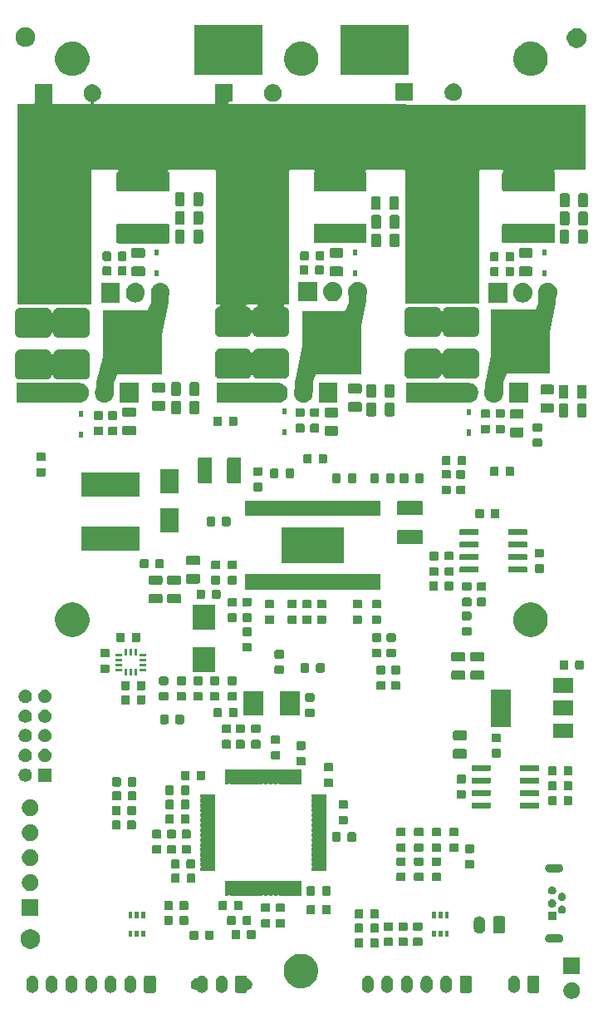
<source format=gbr>
G04 #@! TF.GenerationSoftware,KiCad,Pcbnew,(5.1.5-0-10_14)*
G04 #@! TF.CreationDate,2021-06-26T15:47:57+02:00*
G04 #@! TF.ProjectId,Cheap FOCer 2 60mm,43686561-7020-4464-9f43-657220322036,1.0*
G04 #@! TF.SameCoordinates,PX6979f40PYa1135a0*
G04 #@! TF.FileFunction,Soldermask,Top*
G04 #@! TF.FilePolarity,Negative*
%FSLAX46Y46*%
G04 Gerber Fmt 4.6, Leading zero omitted, Abs format (unit mm)*
G04 Created by KiCad (PCBNEW (5.1.5-0-10_14)) date 2021-06-26 15:47:57*
%MOMM*%
%LPD*%
G04 APERTURE LIST*
%ADD10C,0.150000*%
G04 APERTURE END LIST*
D10*
G36*
X57347935Y2277336D02*
G01*
X57502624Y2213261D01*
X57502626Y2213260D01*
X57641844Y2120238D01*
X57760238Y2001844D01*
X57828842Y1899170D01*
X57853261Y1862624D01*
X57917336Y1707935D01*
X57950000Y1543719D01*
X57950000Y1376281D01*
X57917336Y1212065D01*
X57853261Y1057376D01*
X57853260Y1057374D01*
X57760238Y918156D01*
X57641844Y799762D01*
X57502626Y706740D01*
X57502625Y706739D01*
X57502624Y706739D01*
X57347935Y642664D01*
X57183719Y610000D01*
X57016281Y610000D01*
X56852065Y642664D01*
X56697376Y706739D01*
X56697375Y706739D01*
X56697374Y706740D01*
X56558156Y799762D01*
X56439762Y918156D01*
X56346740Y1057374D01*
X56346739Y1057376D01*
X56282664Y1212065D01*
X56250000Y1376281D01*
X56250000Y1543719D01*
X56282664Y1707935D01*
X56346739Y1862624D01*
X56371158Y1899170D01*
X56439762Y2001844D01*
X56558156Y2120238D01*
X56697374Y2213260D01*
X56697376Y2213261D01*
X56852065Y2277336D01*
X57016281Y2310000D01*
X57183719Y2310000D01*
X57347935Y2277336D01*
G37*
G36*
X21517621Y2966318D02*
G01*
X21630721Y2932010D01*
X21734955Y2876296D01*
X21826317Y2801317D01*
X21901296Y2709955D01*
X21957010Y2605721D01*
X21991318Y2492621D01*
X22000000Y2404474D01*
X22000000Y1795526D01*
X21991318Y1707379D01*
X21957010Y1594279D01*
X21901296Y1490045D01*
X21826317Y1398683D01*
X21734954Y1323704D01*
X21630720Y1267990D01*
X21517620Y1233682D01*
X21400000Y1222097D01*
X21282379Y1233682D01*
X21169279Y1267990D01*
X21065045Y1323704D01*
X20973683Y1398683D01*
X20898704Y1490046D01*
X20842990Y1594280D01*
X20808682Y1707380D01*
X20800000Y1795527D01*
X20800000Y2404474D01*
X20808682Y2492621D01*
X20842990Y2605721D01*
X20898705Y2709955D01*
X20973684Y2801317D01*
X21065046Y2876296D01*
X21169280Y2932010D01*
X21282380Y2966318D01*
X21400000Y2977903D01*
X21517621Y2966318D01*
G37*
G36*
X19517621Y2966318D02*
G01*
X19630721Y2932010D01*
X19734955Y2876296D01*
X19826317Y2801317D01*
X19901296Y2709955D01*
X19957010Y2605721D01*
X19991318Y2492621D01*
X20000000Y2404474D01*
X20000000Y1795526D01*
X19991318Y1707379D01*
X19957010Y1594279D01*
X19901296Y1490045D01*
X19826317Y1398683D01*
X19734954Y1323704D01*
X19630720Y1267990D01*
X19517620Y1233682D01*
X19400000Y1222097D01*
X19282379Y1233682D01*
X19169279Y1267990D01*
X19065045Y1323704D01*
X18973683Y1398683D01*
X18928034Y1454307D01*
X18910715Y1471626D01*
X18890341Y1485240D01*
X18867702Y1494617D01*
X18843669Y1499398D01*
X18831416Y1500000D01*
X18800904Y1500000D01*
X18684987Y1523057D01*
X18575794Y1568286D01*
X18477523Y1633949D01*
X18393949Y1717523D01*
X18328286Y1815794D01*
X18283057Y1924987D01*
X18260000Y2040904D01*
X18260000Y2159096D01*
X18283057Y2275013D01*
X18328286Y2384206D01*
X18393949Y2482477D01*
X18477523Y2566051D01*
X18575794Y2631714D01*
X18684987Y2676943D01*
X18800904Y2700000D01*
X18831416Y2700000D01*
X18855802Y2702402D01*
X18879251Y2709515D01*
X18900862Y2721066D01*
X18919804Y2736611D01*
X18928032Y2745690D01*
X18973684Y2801317D01*
X19065046Y2876296D01*
X19169280Y2932010D01*
X19282380Y2966318D01*
X19400000Y2977903D01*
X19517621Y2966318D01*
G37*
G36*
X2217621Y2966318D02*
G01*
X2330721Y2932010D01*
X2434955Y2876296D01*
X2526317Y2801317D01*
X2601296Y2709955D01*
X2657010Y2605721D01*
X2691318Y2492621D01*
X2700000Y2404474D01*
X2700000Y1795526D01*
X2691318Y1707379D01*
X2657010Y1594279D01*
X2601296Y1490045D01*
X2526317Y1398683D01*
X2434954Y1323704D01*
X2330720Y1267990D01*
X2217620Y1233682D01*
X2100000Y1222097D01*
X1982379Y1233682D01*
X1869279Y1267990D01*
X1765045Y1323704D01*
X1673683Y1398683D01*
X1598704Y1490046D01*
X1542990Y1594280D01*
X1508682Y1707380D01*
X1500000Y1795527D01*
X1500000Y2404474D01*
X1508682Y2492621D01*
X1542990Y2605721D01*
X1598705Y2709955D01*
X1673684Y2801317D01*
X1765046Y2876296D01*
X1869280Y2932010D01*
X1982380Y2966318D01*
X2100000Y2977903D01*
X2217621Y2966318D01*
G37*
G36*
X4217621Y2966318D02*
G01*
X4330721Y2932010D01*
X4434955Y2876296D01*
X4526317Y2801317D01*
X4601296Y2709955D01*
X4657010Y2605721D01*
X4691318Y2492621D01*
X4700000Y2404474D01*
X4700000Y1795526D01*
X4691318Y1707379D01*
X4657010Y1594279D01*
X4601296Y1490045D01*
X4526317Y1398683D01*
X4434954Y1323704D01*
X4330720Y1267990D01*
X4217620Y1233682D01*
X4100000Y1222097D01*
X3982379Y1233682D01*
X3869279Y1267990D01*
X3765045Y1323704D01*
X3673683Y1398683D01*
X3598704Y1490046D01*
X3542990Y1594280D01*
X3508682Y1707380D01*
X3500000Y1795527D01*
X3500000Y2404474D01*
X3508682Y2492621D01*
X3542990Y2605721D01*
X3598705Y2709955D01*
X3673684Y2801317D01*
X3765046Y2876296D01*
X3869280Y2932010D01*
X3982380Y2966318D01*
X4100000Y2977903D01*
X4217621Y2966318D01*
G37*
G36*
X6217621Y2966318D02*
G01*
X6330721Y2932010D01*
X6434955Y2876296D01*
X6526317Y2801317D01*
X6601296Y2709955D01*
X6657010Y2605721D01*
X6691318Y2492621D01*
X6700000Y2404474D01*
X6700000Y1795526D01*
X6691318Y1707379D01*
X6657010Y1594279D01*
X6601296Y1490045D01*
X6526317Y1398683D01*
X6434954Y1323704D01*
X6330720Y1267990D01*
X6217620Y1233682D01*
X6100000Y1222097D01*
X5982379Y1233682D01*
X5869279Y1267990D01*
X5765045Y1323704D01*
X5673683Y1398683D01*
X5598704Y1490046D01*
X5542990Y1594280D01*
X5508682Y1707380D01*
X5500000Y1795527D01*
X5500000Y2404474D01*
X5508682Y2492621D01*
X5542990Y2605721D01*
X5598705Y2709955D01*
X5673684Y2801317D01*
X5765046Y2876296D01*
X5869280Y2932010D01*
X5982380Y2966318D01*
X6100000Y2977903D01*
X6217621Y2966318D01*
G37*
G36*
X8217621Y2966318D02*
G01*
X8330721Y2932010D01*
X8434955Y2876296D01*
X8526317Y2801317D01*
X8601296Y2709955D01*
X8657010Y2605721D01*
X8691318Y2492621D01*
X8700000Y2404474D01*
X8700000Y1795526D01*
X8691318Y1707379D01*
X8657010Y1594279D01*
X8601296Y1490045D01*
X8526317Y1398683D01*
X8434954Y1323704D01*
X8330720Y1267990D01*
X8217620Y1233682D01*
X8100000Y1222097D01*
X7982379Y1233682D01*
X7869279Y1267990D01*
X7765045Y1323704D01*
X7673683Y1398683D01*
X7598704Y1490046D01*
X7542990Y1594280D01*
X7508682Y1707380D01*
X7500000Y1795527D01*
X7500000Y2404474D01*
X7508682Y2492621D01*
X7542990Y2605721D01*
X7598705Y2709955D01*
X7673684Y2801317D01*
X7765046Y2876296D01*
X7869280Y2932010D01*
X7982380Y2966318D01*
X8100000Y2977903D01*
X8217621Y2966318D01*
G37*
G36*
X10217621Y2966318D02*
G01*
X10330721Y2932010D01*
X10434955Y2876296D01*
X10526317Y2801317D01*
X10601296Y2709955D01*
X10657010Y2605721D01*
X10691318Y2492621D01*
X10700000Y2404474D01*
X10700000Y1795526D01*
X10691318Y1707379D01*
X10657010Y1594279D01*
X10601296Y1490045D01*
X10526317Y1398683D01*
X10434954Y1323704D01*
X10330720Y1267990D01*
X10217620Y1233682D01*
X10100000Y1222097D01*
X9982379Y1233682D01*
X9869279Y1267990D01*
X9765045Y1323704D01*
X9673683Y1398683D01*
X9598704Y1490046D01*
X9542990Y1594280D01*
X9508682Y1707380D01*
X9500000Y1795527D01*
X9500000Y2404474D01*
X9508682Y2492621D01*
X9542990Y2605721D01*
X9598705Y2709955D01*
X9673684Y2801317D01*
X9765046Y2876296D01*
X9869280Y2932010D01*
X9982380Y2966318D01*
X10100000Y2977903D01*
X10217621Y2966318D01*
G37*
G36*
X12217621Y2966318D02*
G01*
X12330721Y2932010D01*
X12434955Y2876296D01*
X12526317Y2801317D01*
X12601296Y2709955D01*
X12657010Y2605721D01*
X12691318Y2492621D01*
X12700000Y2404474D01*
X12700000Y1795526D01*
X12691318Y1707379D01*
X12657010Y1594279D01*
X12601296Y1490045D01*
X12526317Y1398683D01*
X12434954Y1323704D01*
X12330720Y1267990D01*
X12217620Y1233682D01*
X12100000Y1222097D01*
X11982379Y1233682D01*
X11869279Y1267990D01*
X11765045Y1323704D01*
X11673683Y1398683D01*
X11598704Y1490046D01*
X11542990Y1594280D01*
X11508682Y1707380D01*
X11500000Y1795527D01*
X11500000Y2404474D01*
X11508682Y2492621D01*
X11542990Y2605721D01*
X11598705Y2709955D01*
X11673684Y2801317D01*
X11765046Y2876296D01*
X11869280Y2932010D01*
X11982380Y2966318D01*
X12100000Y2977903D01*
X12217621Y2966318D01*
G37*
G36*
X44417621Y2966318D02*
G01*
X44530721Y2932010D01*
X44634955Y2876296D01*
X44726317Y2801317D01*
X44801296Y2709955D01*
X44857010Y2605721D01*
X44891318Y2492621D01*
X44900000Y2404474D01*
X44900000Y1795526D01*
X44891318Y1707379D01*
X44857010Y1594279D01*
X44801296Y1490045D01*
X44726317Y1398683D01*
X44634954Y1323704D01*
X44530720Y1267990D01*
X44417620Y1233682D01*
X44300000Y1222097D01*
X44182379Y1233682D01*
X44069279Y1267990D01*
X43965045Y1323704D01*
X43873683Y1398683D01*
X43798704Y1490046D01*
X43742990Y1594280D01*
X43708682Y1707380D01*
X43700000Y1795527D01*
X43700000Y2404474D01*
X43708682Y2492621D01*
X43742990Y2605721D01*
X43798705Y2709955D01*
X43873684Y2801317D01*
X43965046Y2876296D01*
X44069280Y2932010D01*
X44182380Y2966318D01*
X44300000Y2977903D01*
X44417621Y2966318D01*
G37*
G36*
X42417621Y2966318D02*
G01*
X42530721Y2932010D01*
X42634955Y2876296D01*
X42726317Y2801317D01*
X42801296Y2709955D01*
X42857010Y2605721D01*
X42891318Y2492621D01*
X42900000Y2404474D01*
X42900000Y1795526D01*
X42891318Y1707379D01*
X42857010Y1594279D01*
X42801296Y1490045D01*
X42726317Y1398683D01*
X42634954Y1323704D01*
X42530720Y1267990D01*
X42417620Y1233682D01*
X42300000Y1222097D01*
X42182379Y1233682D01*
X42069279Y1267990D01*
X41965045Y1323704D01*
X41873683Y1398683D01*
X41798704Y1490046D01*
X41742990Y1594280D01*
X41708682Y1707380D01*
X41700000Y1795527D01*
X41700000Y2404474D01*
X41708682Y2492621D01*
X41742990Y2605721D01*
X41798705Y2709955D01*
X41873684Y2801317D01*
X41965046Y2876296D01*
X42069280Y2932010D01*
X42182380Y2966318D01*
X42300000Y2977903D01*
X42417621Y2966318D01*
G37*
G36*
X40417621Y2966318D02*
G01*
X40530721Y2932010D01*
X40634955Y2876296D01*
X40726317Y2801317D01*
X40801296Y2709955D01*
X40857010Y2605721D01*
X40891318Y2492621D01*
X40900000Y2404474D01*
X40900000Y1795526D01*
X40891318Y1707379D01*
X40857010Y1594279D01*
X40801296Y1490045D01*
X40726317Y1398683D01*
X40634954Y1323704D01*
X40530720Y1267990D01*
X40417620Y1233682D01*
X40300000Y1222097D01*
X40182379Y1233682D01*
X40069279Y1267990D01*
X39965045Y1323704D01*
X39873683Y1398683D01*
X39798704Y1490046D01*
X39742990Y1594280D01*
X39708682Y1707380D01*
X39700000Y1795527D01*
X39700000Y2404474D01*
X39708682Y2492621D01*
X39742990Y2605721D01*
X39798705Y2709955D01*
X39873684Y2801317D01*
X39965046Y2876296D01*
X40069280Y2932010D01*
X40182380Y2966318D01*
X40300000Y2977903D01*
X40417621Y2966318D01*
G37*
G36*
X38417621Y2966318D02*
G01*
X38530721Y2932010D01*
X38634955Y2876296D01*
X38726317Y2801317D01*
X38801296Y2709955D01*
X38857010Y2605721D01*
X38891318Y2492621D01*
X38900000Y2404474D01*
X38900000Y1795526D01*
X38891318Y1707379D01*
X38857010Y1594279D01*
X38801296Y1490045D01*
X38726317Y1398683D01*
X38634954Y1323704D01*
X38530720Y1267990D01*
X38417620Y1233682D01*
X38300000Y1222097D01*
X38182379Y1233682D01*
X38069279Y1267990D01*
X37965045Y1323704D01*
X37873683Y1398683D01*
X37798704Y1490046D01*
X37742990Y1594280D01*
X37708682Y1707380D01*
X37700000Y1795527D01*
X37700000Y2404474D01*
X37708682Y2492621D01*
X37742990Y2605721D01*
X37798705Y2709955D01*
X37873684Y2801317D01*
X37965046Y2876296D01*
X38069280Y2932010D01*
X38182380Y2966318D01*
X38300000Y2977903D01*
X38417621Y2966318D01*
G37*
G36*
X36417621Y2966318D02*
G01*
X36530721Y2932010D01*
X36634955Y2876296D01*
X36726317Y2801317D01*
X36801296Y2709955D01*
X36857010Y2605721D01*
X36891318Y2492621D01*
X36900000Y2404474D01*
X36900000Y1795526D01*
X36891318Y1707379D01*
X36857010Y1594279D01*
X36801296Y1490045D01*
X36726317Y1398683D01*
X36634954Y1323704D01*
X36530720Y1267990D01*
X36417620Y1233682D01*
X36300000Y1222097D01*
X36182379Y1233682D01*
X36069279Y1267990D01*
X35965045Y1323704D01*
X35873683Y1398683D01*
X35798704Y1490046D01*
X35742990Y1594280D01*
X35708682Y1707380D01*
X35700000Y1795527D01*
X35700000Y2404474D01*
X35708682Y2492621D01*
X35742990Y2605721D01*
X35798705Y2709955D01*
X35873684Y2801317D01*
X35965046Y2876296D01*
X36069280Y2932010D01*
X36182380Y2966318D01*
X36300000Y2977903D01*
X36417621Y2966318D01*
G37*
G36*
X51317621Y2966318D02*
G01*
X51430721Y2932010D01*
X51534955Y2876296D01*
X51626317Y2801317D01*
X51701296Y2709955D01*
X51757010Y2605721D01*
X51791318Y2492621D01*
X51800000Y2404474D01*
X51800000Y1795526D01*
X51791318Y1707379D01*
X51757010Y1594279D01*
X51701296Y1490045D01*
X51626317Y1398683D01*
X51534954Y1323704D01*
X51430720Y1267990D01*
X51317620Y1233682D01*
X51200000Y1222097D01*
X51082379Y1233682D01*
X50969279Y1267990D01*
X50865045Y1323704D01*
X50773683Y1398683D01*
X50698704Y1490046D01*
X50642990Y1594280D01*
X50608682Y1707380D01*
X50600000Y1795527D01*
X50600000Y2404474D01*
X50608682Y2492621D01*
X50642990Y2605721D01*
X50698705Y2709955D01*
X50773684Y2801317D01*
X50865046Y2876296D01*
X50969280Y2932010D01*
X51082380Y2966318D01*
X51200000Y2977903D01*
X51317621Y2966318D01*
G37*
G36*
X23857345Y2971005D02*
G01*
X23890451Y2960962D01*
X23920964Y2944653D01*
X23947706Y2922706D01*
X23969653Y2895964D01*
X23985962Y2865451D01*
X23996005Y2832345D01*
X24000151Y2790243D01*
X24004931Y2766210D01*
X24014308Y2743571D01*
X24027922Y2723197D01*
X24045248Y2705869D01*
X24065623Y2692255D01*
X24088261Y2682878D01*
X24100162Y2679897D01*
X24115012Y2676943D01*
X24224206Y2631714D01*
X24322477Y2566051D01*
X24406051Y2482477D01*
X24471714Y2384206D01*
X24516943Y2275013D01*
X24540000Y2159096D01*
X24540000Y2040904D01*
X24516943Y1924987D01*
X24471714Y1815794D01*
X24406051Y1717523D01*
X24322477Y1633949D01*
X24224206Y1568286D01*
X24115012Y1523057D01*
X24100162Y1520103D01*
X24076713Y1512990D01*
X24055102Y1501439D01*
X24036160Y1485893D01*
X24020615Y1466951D01*
X24009064Y1445341D01*
X24001951Y1421892D01*
X24000151Y1409757D01*
X23996005Y1367655D01*
X23985962Y1334549D01*
X23969653Y1304036D01*
X23947706Y1277294D01*
X23920964Y1255347D01*
X23890451Y1239038D01*
X23857345Y1228995D01*
X23816779Y1225000D01*
X22983221Y1225000D01*
X22942655Y1228995D01*
X22909549Y1239038D01*
X22879036Y1255347D01*
X22852294Y1277294D01*
X22830347Y1304036D01*
X22814038Y1334549D01*
X22803995Y1367655D01*
X22800000Y1408221D01*
X22800000Y2791779D01*
X22803995Y2832345D01*
X22814038Y2865451D01*
X22830347Y2895964D01*
X22852294Y2922706D01*
X22879036Y2944653D01*
X22909549Y2960962D01*
X22942655Y2971005D01*
X22983221Y2975000D01*
X23816779Y2975000D01*
X23857345Y2971005D01*
G37*
G36*
X14557345Y2971005D02*
G01*
X14590451Y2960962D01*
X14620964Y2944653D01*
X14647706Y2922706D01*
X14669653Y2895964D01*
X14685962Y2865451D01*
X14696005Y2832345D01*
X14700000Y2791779D01*
X14700000Y1408221D01*
X14696005Y1367655D01*
X14685962Y1334549D01*
X14669653Y1304036D01*
X14647706Y1277294D01*
X14620964Y1255347D01*
X14590451Y1239038D01*
X14557345Y1228995D01*
X14516779Y1225000D01*
X13683221Y1225000D01*
X13642655Y1228995D01*
X13609549Y1239038D01*
X13579036Y1255347D01*
X13552294Y1277294D01*
X13530347Y1304036D01*
X13514038Y1334549D01*
X13503995Y1367655D01*
X13500000Y1408221D01*
X13500000Y2791779D01*
X13503995Y2832345D01*
X13514038Y2865451D01*
X13530347Y2895964D01*
X13552294Y2922706D01*
X13579036Y2944653D01*
X13609549Y2960962D01*
X13642655Y2971005D01*
X13683221Y2975000D01*
X14516779Y2975000D01*
X14557345Y2971005D01*
G37*
G36*
X53657345Y2971005D02*
G01*
X53690451Y2960962D01*
X53720964Y2944653D01*
X53747706Y2922706D01*
X53769653Y2895964D01*
X53785962Y2865451D01*
X53796005Y2832345D01*
X53800000Y2791779D01*
X53800000Y1408221D01*
X53796005Y1367655D01*
X53785962Y1334549D01*
X53769653Y1304036D01*
X53747706Y1277294D01*
X53720964Y1255347D01*
X53690451Y1239038D01*
X53657345Y1228995D01*
X53616779Y1225000D01*
X52783221Y1225000D01*
X52742655Y1228995D01*
X52709549Y1239038D01*
X52679036Y1255347D01*
X52652294Y1277294D01*
X52630347Y1304036D01*
X52614038Y1334549D01*
X52603995Y1367655D01*
X52600000Y1408221D01*
X52600000Y2791779D01*
X52603995Y2832345D01*
X52614038Y2865451D01*
X52630347Y2895964D01*
X52652294Y2922706D01*
X52679036Y2944653D01*
X52709549Y2960962D01*
X52742655Y2971005D01*
X52783221Y2975000D01*
X53616779Y2975000D01*
X53657345Y2971005D01*
G37*
G36*
X46757345Y2971005D02*
G01*
X46790451Y2960962D01*
X46820964Y2944653D01*
X46847706Y2922706D01*
X46869653Y2895964D01*
X46885962Y2865451D01*
X46896005Y2832345D01*
X46900000Y2791779D01*
X46900000Y1408221D01*
X46896005Y1367655D01*
X46885962Y1334549D01*
X46869653Y1304036D01*
X46847706Y1277294D01*
X46820964Y1255347D01*
X46790451Y1239038D01*
X46757345Y1228995D01*
X46716779Y1225000D01*
X45883221Y1225000D01*
X45842655Y1228995D01*
X45809549Y1239038D01*
X45779036Y1255347D01*
X45752294Y1277294D01*
X45730347Y1304036D01*
X45714038Y1334549D01*
X45703995Y1367655D01*
X45700000Y1408221D01*
X45700000Y2791779D01*
X45703995Y2832345D01*
X45714038Y2865451D01*
X45730347Y2895964D01*
X45752294Y2922706D01*
X45779036Y2944653D01*
X45809549Y2960962D01*
X45842655Y2971005D01*
X45883221Y2975000D01*
X46716779Y2975000D01*
X46757345Y2971005D01*
G37*
G36*
X29841408Y5166374D02*
G01*
X30010456Y5132749D01*
X30328936Y5000830D01*
X30615560Y4809314D01*
X30859314Y4565560D01*
X31050830Y4278936D01*
X31182749Y3960456D01*
X31250000Y3622360D01*
X31250000Y3277640D01*
X31182749Y2939544D01*
X31050830Y2621064D01*
X30859314Y2334440D01*
X30615560Y2090686D01*
X30328936Y1899170D01*
X30010456Y1767251D01*
X29841408Y1733626D01*
X29672361Y1700000D01*
X29327639Y1700000D01*
X29158592Y1733626D01*
X28989544Y1767251D01*
X28671064Y1899170D01*
X28384440Y2090686D01*
X28140686Y2334440D01*
X27949170Y2621064D01*
X27817251Y2939544D01*
X27750000Y3277640D01*
X27750000Y3622360D01*
X27817251Y3960456D01*
X27949170Y4278936D01*
X28140686Y4565560D01*
X28384440Y4809314D01*
X28671064Y5000830D01*
X28989544Y5132749D01*
X29158592Y5166374D01*
X29327639Y5200000D01*
X29672361Y5200000D01*
X29841408Y5166374D01*
G37*
G36*
X57950000Y3150000D02*
G01*
X56250000Y3150000D01*
X56250000Y4850000D01*
X57950000Y4850000D01*
X57950000Y3150000D01*
G37*
G36*
X2119732Y7675884D02*
G01*
X2191689Y7661571D01*
X2373678Y7586189D01*
X2537463Y7476751D01*
X2676751Y7337463D01*
X2786189Y7173678D01*
X2853050Y7012260D01*
X2861571Y6991688D01*
X2900000Y6798493D01*
X2900000Y6601507D01*
X2890998Y6556250D01*
X2861571Y6408311D01*
X2786189Y6226322D01*
X2676751Y6062537D01*
X2537463Y5923249D01*
X2373678Y5813811D01*
X2191689Y5738429D01*
X2127290Y5725619D01*
X1998493Y5700000D01*
X1801507Y5700000D01*
X1672710Y5725619D01*
X1608311Y5738429D01*
X1426322Y5813811D01*
X1262537Y5923249D01*
X1123249Y6062537D01*
X1013811Y6226322D01*
X938429Y6408311D01*
X909002Y6556250D01*
X900000Y6601507D01*
X900000Y6798493D01*
X938429Y6991688D01*
X946950Y7012260D01*
X1013811Y7173678D01*
X1123249Y7337463D01*
X1262537Y7476751D01*
X1426322Y7586189D01*
X1608311Y7661571D01*
X1680268Y7675884D01*
X1801507Y7700000D01*
X1998493Y7700000D01*
X2119732Y7675884D01*
G37*
G36*
X37299116Y6771405D02*
G01*
X37328311Y6762548D01*
X37355223Y6748163D01*
X37378808Y6728808D01*
X37398163Y6705223D01*
X37412548Y6678311D01*
X37421405Y6649116D01*
X37425000Y6612610D01*
X37425000Y5987390D01*
X37421405Y5950884D01*
X37412548Y5921689D01*
X37398163Y5894777D01*
X37378808Y5871192D01*
X37355223Y5851837D01*
X37328311Y5837452D01*
X37299116Y5828595D01*
X37262610Y5825000D01*
X36712390Y5825000D01*
X36675884Y5828595D01*
X36646689Y5837452D01*
X36619777Y5851837D01*
X36596192Y5871192D01*
X36576837Y5894777D01*
X36562452Y5921689D01*
X36553595Y5950884D01*
X36550000Y5987390D01*
X36550000Y6612610D01*
X36553595Y6649116D01*
X36562452Y6678311D01*
X36576837Y6705223D01*
X36596192Y6728808D01*
X36619777Y6748163D01*
X36646689Y6762548D01*
X36675884Y6771405D01*
X36712390Y6775000D01*
X37262610Y6775000D01*
X37299116Y6771405D01*
G37*
G36*
X35724116Y6771405D02*
G01*
X35753311Y6762548D01*
X35780223Y6748163D01*
X35803808Y6728808D01*
X35823163Y6705223D01*
X35837548Y6678311D01*
X35846405Y6649116D01*
X35850000Y6612610D01*
X35850000Y5987390D01*
X35846405Y5950884D01*
X35837548Y5921689D01*
X35823163Y5894777D01*
X35803808Y5871192D01*
X35780223Y5851837D01*
X35753311Y5837452D01*
X35724116Y5828595D01*
X35687610Y5825000D01*
X35137390Y5825000D01*
X35100884Y5828595D01*
X35071689Y5837452D01*
X35044777Y5851837D01*
X35021192Y5871192D01*
X35001837Y5894777D01*
X34987452Y5921689D01*
X34978595Y5950884D01*
X34975000Y5987390D01*
X34975000Y6612610D01*
X34978595Y6649116D01*
X34987452Y6678311D01*
X35001837Y6705223D01*
X35021192Y6728808D01*
X35044777Y6748163D01*
X35071689Y6762548D01*
X35100884Y6771405D01*
X35137390Y6775000D01*
X35687610Y6775000D01*
X35724116Y6771405D01*
G37*
G36*
X38749116Y6846405D02*
G01*
X38778311Y6837548D01*
X38805223Y6823163D01*
X38828808Y6803808D01*
X38848163Y6780223D01*
X38862548Y6753311D01*
X38871405Y6724116D01*
X38875000Y6687610D01*
X38875000Y6137390D01*
X38871405Y6100884D01*
X38862548Y6071689D01*
X38848163Y6044777D01*
X38828808Y6021192D01*
X38805223Y6001837D01*
X38778311Y5987452D01*
X38749116Y5978595D01*
X38712610Y5975000D01*
X38087390Y5975000D01*
X38050884Y5978595D01*
X38021689Y5987452D01*
X37994777Y6001837D01*
X37971192Y6021192D01*
X37951837Y6044777D01*
X37937452Y6071689D01*
X37928595Y6100884D01*
X37925000Y6137390D01*
X37925000Y6687610D01*
X37928595Y6724116D01*
X37937452Y6753311D01*
X37951837Y6780223D01*
X37971192Y6803808D01*
X37994777Y6823163D01*
X38021689Y6837548D01*
X38050884Y6846405D01*
X38087390Y6850000D01*
X38712610Y6850000D01*
X38749116Y6846405D01*
G37*
G36*
X40249116Y6846405D02*
G01*
X40278311Y6837548D01*
X40305223Y6823163D01*
X40328808Y6803808D01*
X40348163Y6780223D01*
X40362548Y6753311D01*
X40371405Y6724116D01*
X40375000Y6687610D01*
X40375000Y6137390D01*
X40371405Y6100884D01*
X40362548Y6071689D01*
X40348163Y6044777D01*
X40328808Y6021192D01*
X40305223Y6001837D01*
X40278311Y5987452D01*
X40249116Y5978595D01*
X40212610Y5975000D01*
X39587390Y5975000D01*
X39550884Y5978595D01*
X39521689Y5987452D01*
X39494777Y6001837D01*
X39471192Y6021192D01*
X39451837Y6044777D01*
X39437452Y6071689D01*
X39428595Y6100884D01*
X39425000Y6137390D01*
X39425000Y6687610D01*
X39428595Y6724116D01*
X39437452Y6753311D01*
X39451837Y6780223D01*
X39471192Y6803808D01*
X39494777Y6823163D01*
X39521689Y6837548D01*
X39550884Y6846405D01*
X39587390Y6850000D01*
X40212610Y6850000D01*
X40249116Y6846405D01*
G37*
G36*
X41749116Y6846405D02*
G01*
X41778311Y6837548D01*
X41805223Y6823163D01*
X41828808Y6803808D01*
X41848163Y6780223D01*
X41862548Y6753311D01*
X41871405Y6724116D01*
X41875000Y6687610D01*
X41875000Y6137390D01*
X41871405Y6100884D01*
X41862548Y6071689D01*
X41848163Y6044777D01*
X41828808Y6021192D01*
X41805223Y6001837D01*
X41778311Y5987452D01*
X41749116Y5978595D01*
X41712610Y5975000D01*
X41087390Y5975000D01*
X41050884Y5978595D01*
X41021689Y5987452D01*
X40994777Y6001837D01*
X40971192Y6021192D01*
X40951837Y6044777D01*
X40937452Y6071689D01*
X40928595Y6100884D01*
X40925000Y6137390D01*
X40925000Y6687610D01*
X40928595Y6724116D01*
X40937452Y6753311D01*
X40951837Y6780223D01*
X40971192Y6803808D01*
X40994777Y6823163D01*
X41021689Y6837548D01*
X41050884Y6846405D01*
X41087390Y6850000D01*
X41712610Y6850000D01*
X41749116Y6846405D01*
G37*
G36*
X55903316Y7193851D02*
G01*
X55983427Y7169549D01*
X56052492Y7132632D01*
X56057260Y7130084D01*
X56074117Y7116250D01*
X56121975Y7076975D01*
X56161250Y7029117D01*
X56175084Y7012260D01*
X56175085Y7012258D01*
X56214549Y6938427D01*
X56238851Y6858316D01*
X56247056Y6775000D01*
X56238851Y6691684D01*
X56214549Y6611573D01*
X56184978Y6556250D01*
X56175084Y6537740D01*
X56161250Y6520883D01*
X56121975Y6473025D01*
X56074117Y6433750D01*
X56057260Y6419916D01*
X56057258Y6419915D01*
X55983427Y6380451D01*
X55903316Y6356149D01*
X55840878Y6350000D01*
X54799122Y6350000D01*
X54736684Y6356149D01*
X54656573Y6380451D01*
X54582742Y6419915D01*
X54582740Y6419916D01*
X54565883Y6433750D01*
X54518025Y6473025D01*
X54478750Y6520883D01*
X54464916Y6537740D01*
X54455022Y6556250D01*
X54425451Y6611573D01*
X54401149Y6691684D01*
X54392944Y6775000D01*
X54401149Y6858316D01*
X54425451Y6938427D01*
X54464915Y7012258D01*
X54464916Y7012260D01*
X54478750Y7029117D01*
X54518025Y7076975D01*
X54565883Y7116250D01*
X54582740Y7130084D01*
X54587508Y7132632D01*
X54656573Y7169549D01*
X54736684Y7193851D01*
X54799122Y7200000D01*
X55840878Y7200000D01*
X55903316Y7193851D01*
G37*
G36*
X18899116Y7571405D02*
G01*
X18928311Y7562548D01*
X18955223Y7548163D01*
X18978808Y7528808D01*
X18998163Y7505223D01*
X19012548Y7478311D01*
X19021405Y7449116D01*
X19025000Y7412610D01*
X19025000Y6787390D01*
X19021405Y6750884D01*
X19012548Y6721689D01*
X18998163Y6694777D01*
X18978808Y6671192D01*
X18955223Y6651837D01*
X18928311Y6637452D01*
X18899116Y6628595D01*
X18862610Y6625000D01*
X18312390Y6625000D01*
X18275884Y6628595D01*
X18246689Y6637452D01*
X18219777Y6651837D01*
X18196192Y6671192D01*
X18176837Y6694777D01*
X18162452Y6721689D01*
X18153595Y6750884D01*
X18150000Y6787390D01*
X18150000Y7412610D01*
X18153595Y7449116D01*
X18162452Y7478311D01*
X18176837Y7505223D01*
X18196192Y7528808D01*
X18219777Y7548163D01*
X18246689Y7562548D01*
X18275884Y7571405D01*
X18312390Y7575000D01*
X18862610Y7575000D01*
X18899116Y7571405D01*
G37*
G36*
X20474116Y7571405D02*
G01*
X20503311Y7562548D01*
X20530223Y7548163D01*
X20553808Y7528808D01*
X20573163Y7505223D01*
X20587548Y7478311D01*
X20596405Y7449116D01*
X20600000Y7412610D01*
X20600000Y6787390D01*
X20596405Y6750884D01*
X20587548Y6721689D01*
X20573163Y6694777D01*
X20553808Y6671192D01*
X20530223Y6651837D01*
X20503311Y6637452D01*
X20474116Y6628595D01*
X20437610Y6625000D01*
X19887390Y6625000D01*
X19850884Y6628595D01*
X19821689Y6637452D01*
X19794777Y6651837D01*
X19771192Y6671192D01*
X19751837Y6694777D01*
X19737452Y6721689D01*
X19728595Y6750884D01*
X19725000Y6787390D01*
X19725000Y7412610D01*
X19728595Y7449116D01*
X19737452Y7478311D01*
X19751837Y7505223D01*
X19771192Y7528808D01*
X19794777Y7548163D01*
X19821689Y7562548D01*
X19850884Y7571405D01*
X19887390Y7575000D01*
X20437610Y7575000D01*
X20474116Y7571405D01*
G37*
G36*
X24749116Y7621405D02*
G01*
X24778311Y7612548D01*
X24805223Y7598163D01*
X24828808Y7578808D01*
X24848163Y7555223D01*
X24862548Y7528311D01*
X24871405Y7499116D01*
X24875000Y7462610D01*
X24875000Y6837390D01*
X24871405Y6800884D01*
X24862548Y6771689D01*
X24848163Y6744777D01*
X24828808Y6721192D01*
X24805223Y6701837D01*
X24778311Y6687452D01*
X24749116Y6678595D01*
X24712610Y6675000D01*
X24162390Y6675000D01*
X24125884Y6678595D01*
X24096689Y6687452D01*
X24069777Y6701837D01*
X24046192Y6721192D01*
X24026837Y6744777D01*
X24012452Y6771689D01*
X24003595Y6800884D01*
X24000000Y6837390D01*
X24000000Y7462610D01*
X24003595Y7499116D01*
X24012452Y7528311D01*
X24026837Y7555223D01*
X24046192Y7578808D01*
X24069777Y7598163D01*
X24096689Y7612548D01*
X24125884Y7621405D01*
X24162390Y7625000D01*
X24712610Y7625000D01*
X24749116Y7621405D01*
G37*
G36*
X23174116Y7621405D02*
G01*
X23203311Y7612548D01*
X23230223Y7598163D01*
X23253808Y7578808D01*
X23273163Y7555223D01*
X23287548Y7528311D01*
X23296405Y7499116D01*
X23300000Y7462610D01*
X23300000Y6837390D01*
X23296405Y6800884D01*
X23287548Y6771689D01*
X23273163Y6744777D01*
X23253808Y6721192D01*
X23230223Y6701837D01*
X23203311Y6687452D01*
X23174116Y6678595D01*
X23137610Y6675000D01*
X22587390Y6675000D01*
X22550884Y6678595D01*
X22521689Y6687452D01*
X22494777Y6701837D01*
X22471192Y6721192D01*
X22451837Y6744777D01*
X22437452Y6771689D01*
X22428595Y6800884D01*
X22425000Y6837390D01*
X22425000Y7462610D01*
X22428595Y7499116D01*
X22437452Y7528311D01*
X22451837Y7555223D01*
X22471192Y7578808D01*
X22494777Y7598163D01*
X22521689Y7612548D01*
X22550884Y7621405D01*
X22587390Y7625000D01*
X23137610Y7625000D01*
X23174116Y7621405D01*
G37*
G36*
X12975000Y6925000D02*
G01*
X12575000Y6925000D01*
X12575000Y7575000D01*
X12975000Y7575000D01*
X12975000Y6925000D01*
G37*
G36*
X12325000Y6925000D02*
G01*
X11925000Y6925000D01*
X11925000Y7575000D01*
X12325000Y7575000D01*
X12325000Y6925000D01*
G37*
G36*
X13625000Y6925000D02*
G01*
X13225000Y6925000D01*
X13225000Y7575000D01*
X13625000Y7575000D01*
X13625000Y6925000D01*
G37*
G36*
X43275000Y6925000D02*
G01*
X42875000Y6925000D01*
X42875000Y7575000D01*
X43275000Y7575000D01*
X43275000Y6925000D01*
G37*
G36*
X44575000Y6925000D02*
G01*
X44175000Y6925000D01*
X44175000Y7575000D01*
X44575000Y7575000D01*
X44575000Y6925000D01*
G37*
G36*
X43925000Y6925000D02*
G01*
X43525000Y6925000D01*
X43525000Y7575000D01*
X43925000Y7575000D01*
X43925000Y6925000D01*
G37*
G36*
X47817621Y9016318D02*
G01*
X47930721Y8982010D01*
X48034955Y8926296D01*
X48126317Y8851317D01*
X48201296Y8759955D01*
X48257010Y8655721D01*
X48291318Y8542621D01*
X48300000Y8454474D01*
X48300000Y7845526D01*
X48291318Y7757379D01*
X48257010Y7644279D01*
X48201296Y7540045D01*
X48126317Y7448683D01*
X48034954Y7373704D01*
X47930720Y7317990D01*
X47817620Y7283682D01*
X47700000Y7272097D01*
X47582379Y7283682D01*
X47469279Y7317990D01*
X47365045Y7373704D01*
X47273683Y7448683D01*
X47198704Y7540046D01*
X47142990Y7644280D01*
X47108682Y7757380D01*
X47100000Y7845527D01*
X47100000Y8454474D01*
X47108682Y8542621D01*
X47142990Y8655721D01*
X47198705Y8759955D01*
X47273684Y8851317D01*
X47365046Y8926296D01*
X47469280Y8982010D01*
X47582380Y9016318D01*
X47700000Y9027903D01*
X47817621Y9016318D01*
G37*
G36*
X50157345Y9021005D02*
G01*
X50190451Y9010962D01*
X50220964Y8994653D01*
X50247706Y8972706D01*
X50269653Y8945964D01*
X50285962Y8915451D01*
X50296005Y8882345D01*
X50300000Y8841779D01*
X50300000Y7458221D01*
X50296005Y7417655D01*
X50285962Y7384549D01*
X50269653Y7354036D01*
X50247706Y7327294D01*
X50220964Y7305347D01*
X50190451Y7289038D01*
X50157345Y7278995D01*
X50116779Y7275000D01*
X49283221Y7275000D01*
X49242655Y7278995D01*
X49209549Y7289038D01*
X49179036Y7305347D01*
X49152294Y7327294D01*
X49130347Y7354036D01*
X49114038Y7384549D01*
X49103995Y7417655D01*
X49100000Y7458221D01*
X49100000Y8841779D01*
X49103995Y8882345D01*
X49114038Y8915451D01*
X49130347Y8945964D01*
X49152294Y8972706D01*
X49179036Y8994653D01*
X49209549Y9010962D01*
X49242655Y9021005D01*
X49283221Y9025000D01*
X50116779Y9025000D01*
X50157345Y9021005D01*
G37*
G36*
X35724116Y8271405D02*
G01*
X35753311Y8262548D01*
X35780223Y8248163D01*
X35803808Y8228808D01*
X35823163Y8205223D01*
X35837548Y8178311D01*
X35846405Y8149116D01*
X35850000Y8112610D01*
X35850000Y7487390D01*
X35846405Y7450884D01*
X35837548Y7421689D01*
X35823163Y7394777D01*
X35803808Y7371192D01*
X35780223Y7351837D01*
X35753311Y7337452D01*
X35724116Y7328595D01*
X35687610Y7325000D01*
X35137390Y7325000D01*
X35100884Y7328595D01*
X35071689Y7337452D01*
X35044777Y7351837D01*
X35021192Y7371192D01*
X35001837Y7394777D01*
X34987452Y7421689D01*
X34978595Y7450884D01*
X34975000Y7487390D01*
X34975000Y8112610D01*
X34978595Y8149116D01*
X34987452Y8178311D01*
X35001837Y8205223D01*
X35021192Y8228808D01*
X35044777Y8248163D01*
X35071689Y8262548D01*
X35100884Y8271405D01*
X35137390Y8275000D01*
X35687610Y8275000D01*
X35724116Y8271405D01*
G37*
G36*
X37299116Y8271405D02*
G01*
X37328311Y8262548D01*
X37355223Y8248163D01*
X37378808Y8228808D01*
X37398163Y8205223D01*
X37412548Y8178311D01*
X37421405Y8149116D01*
X37425000Y8112610D01*
X37425000Y7487390D01*
X37421405Y7450884D01*
X37412548Y7421689D01*
X37398163Y7394777D01*
X37378808Y7371192D01*
X37355223Y7351837D01*
X37328311Y7337452D01*
X37299116Y7328595D01*
X37262610Y7325000D01*
X36712390Y7325000D01*
X36675884Y7328595D01*
X36646689Y7337452D01*
X36619777Y7351837D01*
X36596192Y7371192D01*
X36576837Y7394777D01*
X36562452Y7421689D01*
X36553595Y7450884D01*
X36550000Y7487390D01*
X36550000Y8112610D01*
X36553595Y8149116D01*
X36562452Y8178311D01*
X36576837Y8205223D01*
X36596192Y8228808D01*
X36619777Y8248163D01*
X36646689Y8262548D01*
X36675884Y8271405D01*
X36712390Y8275000D01*
X37262610Y8275000D01*
X37299116Y8271405D01*
G37*
G36*
X40249116Y8421405D02*
G01*
X40278311Y8412548D01*
X40305223Y8398163D01*
X40328808Y8378808D01*
X40348163Y8355223D01*
X40362548Y8328311D01*
X40371405Y8299116D01*
X40375000Y8262610D01*
X40375000Y7712390D01*
X40371405Y7675884D01*
X40362548Y7646689D01*
X40348163Y7619777D01*
X40328808Y7596192D01*
X40305223Y7576837D01*
X40278311Y7562452D01*
X40249116Y7553595D01*
X40212610Y7550000D01*
X39587390Y7550000D01*
X39550884Y7553595D01*
X39521689Y7562452D01*
X39494777Y7576837D01*
X39471192Y7596192D01*
X39451837Y7619777D01*
X39437452Y7646689D01*
X39428595Y7675884D01*
X39425000Y7712390D01*
X39425000Y8262610D01*
X39428595Y8299116D01*
X39437452Y8328311D01*
X39451837Y8355223D01*
X39471192Y8378808D01*
X39494777Y8398163D01*
X39521689Y8412548D01*
X39550884Y8421405D01*
X39587390Y8425000D01*
X40212610Y8425000D01*
X40249116Y8421405D01*
G37*
G36*
X38749116Y8421405D02*
G01*
X38778311Y8412548D01*
X38805223Y8398163D01*
X38828808Y8378808D01*
X38848163Y8355223D01*
X38862548Y8328311D01*
X38871405Y8299116D01*
X38875000Y8262610D01*
X38875000Y7712390D01*
X38871405Y7675884D01*
X38862548Y7646689D01*
X38848163Y7619777D01*
X38828808Y7596192D01*
X38805223Y7576837D01*
X38778311Y7562452D01*
X38749116Y7553595D01*
X38712610Y7550000D01*
X38087390Y7550000D01*
X38050884Y7553595D01*
X38021689Y7562452D01*
X37994777Y7576837D01*
X37971192Y7596192D01*
X37951837Y7619777D01*
X37937452Y7646689D01*
X37928595Y7675884D01*
X37925000Y7712390D01*
X37925000Y8262610D01*
X37928595Y8299116D01*
X37937452Y8328311D01*
X37951837Y8355223D01*
X37971192Y8378808D01*
X37994777Y8398163D01*
X38021689Y8412548D01*
X38050884Y8421405D01*
X38087390Y8425000D01*
X38712610Y8425000D01*
X38749116Y8421405D01*
G37*
G36*
X41749116Y8421405D02*
G01*
X41778311Y8412548D01*
X41805223Y8398163D01*
X41828808Y8378808D01*
X41848163Y8355223D01*
X41862548Y8328311D01*
X41871405Y8299116D01*
X41875000Y8262610D01*
X41875000Y7712390D01*
X41871405Y7675884D01*
X41862548Y7646689D01*
X41848163Y7619777D01*
X41828808Y7596192D01*
X41805223Y7576837D01*
X41778311Y7562452D01*
X41749116Y7553595D01*
X41712610Y7550000D01*
X41087390Y7550000D01*
X41050884Y7553595D01*
X41021689Y7562452D01*
X40994777Y7576837D01*
X40971192Y7596192D01*
X40951837Y7619777D01*
X40937452Y7646689D01*
X40928595Y7675884D01*
X40925000Y7712390D01*
X40925000Y8262610D01*
X40928595Y8299116D01*
X40937452Y8328311D01*
X40951837Y8355223D01*
X40971192Y8378808D01*
X40994777Y8398163D01*
X41021689Y8412548D01*
X41050884Y8421405D01*
X41087390Y8425000D01*
X41712610Y8425000D01*
X41749116Y8421405D01*
G37*
G36*
X26249116Y8746405D02*
G01*
X26278311Y8737548D01*
X26305223Y8723163D01*
X26328808Y8703808D01*
X26348163Y8680223D01*
X26362548Y8653311D01*
X26371405Y8624116D01*
X26375000Y8587610D01*
X26375000Y8037390D01*
X26371405Y8000884D01*
X26362548Y7971689D01*
X26348163Y7944777D01*
X26328808Y7921192D01*
X26305223Y7901837D01*
X26278311Y7887452D01*
X26249116Y7878595D01*
X26212610Y7875000D01*
X25587390Y7875000D01*
X25550884Y7878595D01*
X25521689Y7887452D01*
X25494777Y7901837D01*
X25471192Y7921192D01*
X25451837Y7944777D01*
X25437452Y7971689D01*
X25428595Y8000884D01*
X25425000Y8037390D01*
X25425000Y8587610D01*
X25428595Y8624116D01*
X25437452Y8653311D01*
X25451837Y8680223D01*
X25471192Y8703808D01*
X25494777Y8723163D01*
X25521689Y8737548D01*
X25550884Y8746405D01*
X25587390Y8750000D01*
X26212610Y8750000D01*
X26249116Y8746405D01*
G37*
G36*
X27749116Y8746405D02*
G01*
X27778311Y8737548D01*
X27805223Y8723163D01*
X27828808Y8703808D01*
X27848163Y8680223D01*
X27862548Y8653311D01*
X27871405Y8624116D01*
X27875000Y8587610D01*
X27875000Y8037390D01*
X27871405Y8000884D01*
X27862548Y7971689D01*
X27848163Y7944777D01*
X27828808Y7921192D01*
X27805223Y7901837D01*
X27778311Y7887452D01*
X27749116Y7878595D01*
X27712610Y7875000D01*
X27087390Y7875000D01*
X27050884Y7878595D01*
X27021689Y7887452D01*
X26994777Y7901837D01*
X26971192Y7921192D01*
X26951837Y7944777D01*
X26937452Y7971689D01*
X26928595Y8000884D01*
X26925000Y8037390D01*
X26925000Y8587610D01*
X26928595Y8624116D01*
X26937452Y8653311D01*
X26951837Y8680223D01*
X26971192Y8703808D01*
X26994777Y8723163D01*
X27021689Y8737548D01*
X27050884Y8746405D01*
X27087390Y8750000D01*
X27712610Y8750000D01*
X27749116Y8746405D01*
G37*
G36*
X24299116Y9071405D02*
G01*
X24328311Y9062548D01*
X24355223Y9048163D01*
X24378808Y9028808D01*
X24398163Y9005223D01*
X24412548Y8978311D01*
X24421405Y8949116D01*
X24425000Y8912610D01*
X24425000Y8287390D01*
X24421405Y8250884D01*
X24412548Y8221689D01*
X24398163Y8194777D01*
X24378808Y8171192D01*
X24355223Y8151837D01*
X24328311Y8137452D01*
X24299116Y8128595D01*
X24262610Y8125000D01*
X23712390Y8125000D01*
X23675884Y8128595D01*
X23646689Y8137452D01*
X23619777Y8151837D01*
X23596192Y8171192D01*
X23576837Y8194777D01*
X23562452Y8221689D01*
X23553595Y8250884D01*
X23550000Y8287390D01*
X23550000Y8912610D01*
X23553595Y8949116D01*
X23562452Y8978311D01*
X23576837Y9005223D01*
X23596192Y9028808D01*
X23619777Y9048163D01*
X23646689Y9062548D01*
X23675884Y9071405D01*
X23712390Y9075000D01*
X24262610Y9075000D01*
X24299116Y9071405D01*
G37*
G36*
X22724116Y9071405D02*
G01*
X22753311Y9062548D01*
X22780223Y9048163D01*
X22803808Y9028808D01*
X22823163Y9005223D01*
X22837548Y8978311D01*
X22846405Y8949116D01*
X22850000Y8912610D01*
X22850000Y8287390D01*
X22846405Y8250884D01*
X22837548Y8221689D01*
X22823163Y8194777D01*
X22803808Y8171192D01*
X22780223Y8151837D01*
X22753311Y8137452D01*
X22724116Y8128595D01*
X22687610Y8125000D01*
X22137390Y8125000D01*
X22100884Y8128595D01*
X22071689Y8137452D01*
X22044777Y8151837D01*
X22021192Y8171192D01*
X22001837Y8194777D01*
X21987452Y8221689D01*
X21978595Y8250884D01*
X21975000Y8287390D01*
X21975000Y8912610D01*
X21978595Y8949116D01*
X21987452Y8978311D01*
X22001837Y9005223D01*
X22021192Y9028808D01*
X22044777Y9048163D01*
X22071689Y9062548D01*
X22100884Y9071405D01*
X22137390Y9075000D01*
X22687610Y9075000D01*
X22724116Y9071405D01*
G37*
G36*
X17874116Y9071405D02*
G01*
X17903311Y9062548D01*
X17930223Y9048163D01*
X17953808Y9028808D01*
X17973163Y9005223D01*
X17987548Y8978311D01*
X17996405Y8949116D01*
X18000000Y8912610D01*
X18000000Y8287390D01*
X17996405Y8250884D01*
X17987548Y8221689D01*
X17973163Y8194777D01*
X17953808Y8171192D01*
X17930223Y8151837D01*
X17903311Y8137452D01*
X17874116Y8128595D01*
X17837610Y8125000D01*
X17287390Y8125000D01*
X17250884Y8128595D01*
X17221689Y8137452D01*
X17194777Y8151837D01*
X17171192Y8171192D01*
X17151837Y8194777D01*
X17137452Y8221689D01*
X17128595Y8250884D01*
X17125000Y8287390D01*
X17125000Y8912610D01*
X17128595Y8949116D01*
X17137452Y8978311D01*
X17151837Y9005223D01*
X17171192Y9028808D01*
X17194777Y9048163D01*
X17221689Y9062548D01*
X17250884Y9071405D01*
X17287390Y9075000D01*
X17837610Y9075000D01*
X17874116Y9071405D01*
G37*
G36*
X16299116Y9071405D02*
G01*
X16328311Y9062548D01*
X16355223Y9048163D01*
X16378808Y9028808D01*
X16398163Y9005223D01*
X16412548Y8978311D01*
X16421405Y8949116D01*
X16425000Y8912610D01*
X16425000Y8287390D01*
X16421405Y8250884D01*
X16412548Y8221689D01*
X16398163Y8194777D01*
X16378808Y8171192D01*
X16355223Y8151837D01*
X16328311Y8137452D01*
X16299116Y8128595D01*
X16262610Y8125000D01*
X15712390Y8125000D01*
X15675884Y8128595D01*
X15646689Y8137452D01*
X15619777Y8151837D01*
X15596192Y8171192D01*
X15576837Y8194777D01*
X15562452Y8221689D01*
X15553595Y8250884D01*
X15550000Y8287390D01*
X15550000Y8912610D01*
X15553595Y8949116D01*
X15562452Y8978311D01*
X15576837Y9005223D01*
X15596192Y9028808D01*
X15619777Y9048163D01*
X15646689Y9062548D01*
X15675884Y9071405D01*
X15712390Y9075000D01*
X16262610Y9075000D01*
X16299116Y9071405D01*
G37*
G36*
X55541066Y9469431D02*
G01*
X55529515Y9447820D01*
X55522402Y9424371D01*
X55520000Y9399985D01*
X55520000Y8630000D01*
X54680000Y8630000D01*
X54680000Y9470000D01*
X55541533Y9470000D01*
X55541066Y9469431D01*
G37*
G36*
X35724116Y9746405D02*
G01*
X35753311Y9737548D01*
X35780223Y9723163D01*
X35803808Y9703808D01*
X35823163Y9680223D01*
X35837548Y9653311D01*
X35846405Y9624116D01*
X35850000Y9587610D01*
X35850000Y8962390D01*
X35846405Y8925884D01*
X35837548Y8896689D01*
X35823163Y8869777D01*
X35803808Y8846192D01*
X35780223Y8826837D01*
X35753311Y8812452D01*
X35724116Y8803595D01*
X35687610Y8800000D01*
X35137390Y8800000D01*
X35100884Y8803595D01*
X35071689Y8812452D01*
X35044777Y8826837D01*
X35021192Y8846192D01*
X35001837Y8869777D01*
X34987452Y8896689D01*
X34978595Y8925884D01*
X34975000Y8962390D01*
X34975000Y9587610D01*
X34978595Y9624116D01*
X34987452Y9653311D01*
X35001837Y9680223D01*
X35021192Y9703808D01*
X35044777Y9723163D01*
X35071689Y9737548D01*
X35100884Y9746405D01*
X35137390Y9750000D01*
X35687610Y9750000D01*
X35724116Y9746405D01*
G37*
G36*
X37299116Y9746405D02*
G01*
X37328311Y9737548D01*
X37355223Y9723163D01*
X37378808Y9703808D01*
X37398163Y9680223D01*
X37412548Y9653311D01*
X37421405Y9624116D01*
X37425000Y9587610D01*
X37425000Y8962390D01*
X37421405Y8925884D01*
X37412548Y8896689D01*
X37398163Y8869777D01*
X37378808Y8846192D01*
X37355223Y8826837D01*
X37328311Y8812452D01*
X37299116Y8803595D01*
X37262610Y8800000D01*
X36712390Y8800000D01*
X36675884Y8803595D01*
X36646689Y8812452D01*
X36619777Y8826837D01*
X36596192Y8846192D01*
X36576837Y8869777D01*
X36562452Y8896689D01*
X36553595Y8925884D01*
X36550000Y8962390D01*
X36550000Y9587610D01*
X36553595Y9624116D01*
X36562452Y9653311D01*
X36576837Y9680223D01*
X36596192Y9703808D01*
X36619777Y9723163D01*
X36646689Y9737548D01*
X36675884Y9746405D01*
X36712390Y9750000D01*
X37262610Y9750000D01*
X37299116Y9746405D01*
G37*
G36*
X43925000Y8825000D02*
G01*
X43525000Y8825000D01*
X43525000Y9475000D01*
X43925000Y9475000D01*
X43925000Y8825000D01*
G37*
G36*
X44575000Y8825000D02*
G01*
X44175000Y8825000D01*
X44175000Y9475000D01*
X44575000Y9475000D01*
X44575000Y8825000D01*
G37*
G36*
X43275000Y8825000D02*
G01*
X42875000Y8825000D01*
X42875000Y9475000D01*
X43275000Y9475000D01*
X43275000Y8825000D01*
G37*
G36*
X13625000Y8825000D02*
G01*
X13225000Y8825000D01*
X13225000Y9475000D01*
X13625000Y9475000D01*
X13625000Y8825000D01*
G37*
G36*
X12975000Y8825000D02*
G01*
X12575000Y8825000D01*
X12575000Y9475000D01*
X12975000Y9475000D01*
X12975000Y8825000D01*
G37*
G36*
X12325000Y8825000D02*
G01*
X11925000Y8825000D01*
X11925000Y9475000D01*
X12325000Y9475000D01*
X12325000Y8825000D01*
G37*
G36*
X2750000Y9050000D02*
G01*
X1050000Y9050000D01*
X1050000Y10750000D01*
X2750000Y10750000D01*
X2750000Y9050000D01*
G37*
G36*
X30824116Y10171405D02*
G01*
X30853311Y10162548D01*
X30880223Y10148163D01*
X30903808Y10128808D01*
X30923163Y10105223D01*
X30937548Y10078311D01*
X30946405Y10049116D01*
X30950000Y10012610D01*
X30950000Y9387390D01*
X30946405Y9350884D01*
X30937548Y9321689D01*
X30923163Y9294777D01*
X30903808Y9271192D01*
X30880223Y9251837D01*
X30853311Y9237452D01*
X30824116Y9228595D01*
X30787610Y9225000D01*
X30237390Y9225000D01*
X30200884Y9228595D01*
X30171689Y9237452D01*
X30144777Y9251837D01*
X30121192Y9271192D01*
X30101837Y9294777D01*
X30087452Y9321689D01*
X30078595Y9350884D01*
X30075000Y9387390D01*
X30075000Y10012610D01*
X30078595Y10049116D01*
X30087452Y10078311D01*
X30101837Y10105223D01*
X30121192Y10128808D01*
X30144777Y10148163D01*
X30171689Y10162548D01*
X30200884Y10171405D01*
X30237390Y10175000D01*
X30787610Y10175000D01*
X30824116Y10171405D01*
G37*
G36*
X32399116Y10171405D02*
G01*
X32428311Y10162548D01*
X32455223Y10148163D01*
X32478808Y10128808D01*
X32498163Y10105223D01*
X32512548Y10078311D01*
X32521405Y10049116D01*
X32525000Y10012610D01*
X32525000Y9387390D01*
X32521405Y9350884D01*
X32512548Y9321689D01*
X32498163Y9294777D01*
X32478808Y9271192D01*
X32455223Y9251837D01*
X32428311Y9237452D01*
X32399116Y9228595D01*
X32362610Y9225000D01*
X31812390Y9225000D01*
X31775884Y9228595D01*
X31746689Y9237452D01*
X31719777Y9251837D01*
X31696192Y9271192D01*
X31676837Y9294777D01*
X31662452Y9321689D01*
X31653595Y9350884D01*
X31650000Y9387390D01*
X31650000Y10012610D01*
X31653595Y10049116D01*
X31662452Y10078311D01*
X31676837Y10105223D01*
X31696192Y10128808D01*
X31719777Y10148163D01*
X31746689Y10162548D01*
X31775884Y10171405D01*
X31812390Y10175000D01*
X32362610Y10175000D01*
X32399116Y10171405D01*
G37*
G36*
X56222509Y10103860D02*
G01*
X56285469Y10077781D01*
X56298945Y10072199D01*
X56333491Y10049116D01*
X56367733Y10026236D01*
X56426236Y9967733D01*
X56472200Y9898943D01*
X56503860Y9822509D01*
X56520000Y9741368D01*
X56520000Y9658632D01*
X56503860Y9577491D01*
X56477590Y9514070D01*
X56472199Y9501055D01*
X56463725Y9488373D01*
X56426236Y9432267D01*
X56367733Y9373764D01*
X56333573Y9350939D01*
X56298945Y9327801D01*
X56298944Y9327800D01*
X56298943Y9327800D01*
X56222509Y9296140D01*
X56141368Y9280000D01*
X56058632Y9280000D01*
X55977491Y9296140D01*
X55901057Y9327800D01*
X55901056Y9327800D01*
X55901055Y9327801D01*
X55866427Y9350939D01*
X55832267Y9373764D01*
X55773765Y9432266D01*
X55753595Y9462452D01*
X55748931Y9469432D01*
X55733387Y9488373D01*
X55714445Y9503918D01*
X55692834Y9515469D01*
X55669385Y9522582D01*
X55666905Y9522826D01*
X55669143Y9525553D01*
X55680694Y9547164D01*
X55687807Y9570613D01*
X55690209Y9594999D01*
X55687807Y9619386D01*
X55680000Y9658634D01*
X55680000Y9741368D01*
X55696140Y9822509D01*
X55727800Y9898943D01*
X55773764Y9967733D01*
X55832267Y10026236D01*
X55866509Y10049116D01*
X55901055Y10072199D01*
X55914531Y10077781D01*
X55977491Y10103860D01*
X56058632Y10120000D01*
X56141368Y10120000D01*
X56222509Y10103860D01*
G37*
G36*
X27749116Y10321405D02*
G01*
X27778311Y10312548D01*
X27805223Y10298163D01*
X27828808Y10278808D01*
X27848163Y10255223D01*
X27862548Y10228311D01*
X27871405Y10199116D01*
X27875000Y10162610D01*
X27875000Y9612390D01*
X27871405Y9575884D01*
X27862548Y9546689D01*
X27848163Y9519777D01*
X27828808Y9496192D01*
X27805223Y9476837D01*
X27778311Y9462452D01*
X27749116Y9453595D01*
X27712610Y9450000D01*
X27087390Y9450000D01*
X27050884Y9453595D01*
X27021689Y9462452D01*
X26994777Y9476837D01*
X26971192Y9496192D01*
X26951837Y9519777D01*
X26937452Y9546689D01*
X26928595Y9575884D01*
X26925000Y9612390D01*
X26925000Y10162610D01*
X26928595Y10199116D01*
X26937452Y10228311D01*
X26951837Y10255223D01*
X26971192Y10278808D01*
X26994777Y10298163D01*
X27021689Y10312548D01*
X27050884Y10321405D01*
X27087390Y10325000D01*
X27712610Y10325000D01*
X27749116Y10321405D01*
G37*
G36*
X26249116Y10321405D02*
G01*
X26278311Y10312548D01*
X26305223Y10298163D01*
X26328808Y10278808D01*
X26348163Y10255223D01*
X26362548Y10228311D01*
X26371405Y10199116D01*
X26375000Y10162610D01*
X26375000Y9612390D01*
X26371405Y9575884D01*
X26362548Y9546689D01*
X26348163Y9519777D01*
X26328808Y9496192D01*
X26305223Y9476837D01*
X26278311Y9462452D01*
X26249116Y9453595D01*
X26212610Y9450000D01*
X25587390Y9450000D01*
X25550884Y9453595D01*
X25521689Y9462452D01*
X25494777Y9476837D01*
X25471192Y9496192D01*
X25451837Y9519777D01*
X25437452Y9546689D01*
X25428595Y9575884D01*
X25425000Y9612390D01*
X25425000Y10162610D01*
X25428595Y10199116D01*
X25437452Y10228311D01*
X25451837Y10255223D01*
X25471192Y10278808D01*
X25494777Y10298163D01*
X25521689Y10312548D01*
X25550884Y10321405D01*
X25587390Y10325000D01*
X26212610Y10325000D01*
X26249116Y10321405D01*
G37*
G36*
X23411616Y10571405D02*
G01*
X23440811Y10562548D01*
X23467723Y10548163D01*
X23491308Y10528808D01*
X23510663Y10505223D01*
X23525048Y10478311D01*
X23533905Y10449116D01*
X23537500Y10412610D01*
X23537500Y9787390D01*
X23533905Y9750884D01*
X23525048Y9721689D01*
X23510663Y9694777D01*
X23491308Y9671192D01*
X23467723Y9651837D01*
X23440811Y9637452D01*
X23411616Y9628595D01*
X23375110Y9625000D01*
X22824890Y9625000D01*
X22788384Y9628595D01*
X22759189Y9637452D01*
X22732277Y9651837D01*
X22708692Y9671192D01*
X22689337Y9694777D01*
X22674952Y9721689D01*
X22666095Y9750884D01*
X22662500Y9787390D01*
X22662500Y10412610D01*
X22666095Y10449116D01*
X22674952Y10478311D01*
X22689337Y10505223D01*
X22708692Y10528808D01*
X22732277Y10548163D01*
X22759189Y10562548D01*
X22788384Y10571405D01*
X22824890Y10575000D01*
X23375110Y10575000D01*
X23411616Y10571405D01*
G37*
G36*
X21836616Y10571405D02*
G01*
X21865811Y10562548D01*
X21892723Y10548163D01*
X21916308Y10528808D01*
X21935663Y10505223D01*
X21950048Y10478311D01*
X21958905Y10449116D01*
X21962500Y10412610D01*
X21962500Y9787390D01*
X21958905Y9750884D01*
X21950048Y9721689D01*
X21935663Y9694777D01*
X21916308Y9671192D01*
X21892723Y9651837D01*
X21865811Y9637452D01*
X21836616Y9628595D01*
X21800110Y9625000D01*
X21249890Y9625000D01*
X21213384Y9628595D01*
X21184189Y9637452D01*
X21157277Y9651837D01*
X21133692Y9671192D01*
X21114337Y9694777D01*
X21099952Y9721689D01*
X21091095Y9750884D01*
X21087500Y9787390D01*
X21087500Y10412610D01*
X21091095Y10449116D01*
X21099952Y10478311D01*
X21114337Y10505223D01*
X21133692Y10528808D01*
X21157277Y10548163D01*
X21184189Y10562548D01*
X21213384Y10571405D01*
X21249890Y10575000D01*
X21800110Y10575000D01*
X21836616Y10571405D01*
G37*
G36*
X16299116Y10571405D02*
G01*
X16328311Y10562548D01*
X16355223Y10548163D01*
X16378808Y10528808D01*
X16398163Y10505223D01*
X16412548Y10478311D01*
X16421405Y10449116D01*
X16425000Y10412610D01*
X16425000Y9787390D01*
X16421405Y9750884D01*
X16412548Y9721689D01*
X16398163Y9694777D01*
X16378808Y9671192D01*
X16355223Y9651837D01*
X16328311Y9637452D01*
X16299116Y9628595D01*
X16262610Y9625000D01*
X15712390Y9625000D01*
X15675884Y9628595D01*
X15646689Y9637452D01*
X15619777Y9651837D01*
X15596192Y9671192D01*
X15576837Y9694777D01*
X15562452Y9721689D01*
X15553595Y9750884D01*
X15550000Y9787390D01*
X15550000Y10412610D01*
X15553595Y10449116D01*
X15562452Y10478311D01*
X15576837Y10505223D01*
X15596192Y10528808D01*
X15619777Y10548163D01*
X15646689Y10562548D01*
X15675884Y10571405D01*
X15712390Y10575000D01*
X16262610Y10575000D01*
X16299116Y10571405D01*
G37*
G36*
X17874116Y10571405D02*
G01*
X17903311Y10562548D01*
X17930223Y10548163D01*
X17953808Y10528808D01*
X17973163Y10505223D01*
X17987548Y10478311D01*
X17996405Y10449116D01*
X18000000Y10412610D01*
X18000000Y9787390D01*
X17996405Y9750884D01*
X17987548Y9721689D01*
X17973163Y9694777D01*
X17953808Y9671192D01*
X17930223Y9651837D01*
X17903311Y9637452D01*
X17874116Y9628595D01*
X17837610Y9625000D01*
X17287390Y9625000D01*
X17250884Y9628595D01*
X17221689Y9637452D01*
X17194777Y9651837D01*
X17171192Y9671192D01*
X17151837Y9694777D01*
X17137452Y9721689D01*
X17128595Y9750884D01*
X17125000Y9787390D01*
X17125000Y10412610D01*
X17128595Y10449116D01*
X17137452Y10478311D01*
X17151837Y10505223D01*
X17171192Y10528808D01*
X17194777Y10548163D01*
X17221689Y10562548D01*
X17250884Y10571405D01*
X17287390Y10575000D01*
X17837610Y10575000D01*
X17874116Y10571405D01*
G37*
G36*
X55222509Y10753860D02*
G01*
X55298943Y10722200D01*
X55298945Y10722199D01*
X55367734Y10676235D01*
X55426235Y10617734D01*
X55463110Y10562548D01*
X55472200Y10548943D01*
X55503860Y10472509D01*
X55520000Y10391368D01*
X55520000Y10308632D01*
X55503860Y10227491D01*
X55475220Y10158349D01*
X55472199Y10151055D01*
X55426235Y10082266D01*
X55367734Y10023765D01*
X55298945Y9977801D01*
X55298944Y9977800D01*
X55298943Y9977800D01*
X55222509Y9946140D01*
X55141368Y9930000D01*
X55058632Y9930000D01*
X54977491Y9946140D01*
X54901057Y9977800D01*
X54901056Y9977800D01*
X54901055Y9977801D01*
X54832266Y10023765D01*
X54773765Y10082266D01*
X54727801Y10151055D01*
X54724780Y10158349D01*
X54696140Y10227491D01*
X54680000Y10308632D01*
X54680000Y10391368D01*
X54696140Y10472509D01*
X54727800Y10548943D01*
X54736891Y10562548D01*
X54773765Y10617734D01*
X54832266Y10676235D01*
X54901055Y10722199D01*
X54901057Y10722200D01*
X54977491Y10753860D01*
X55058632Y10770000D01*
X55141368Y10770000D01*
X55222509Y10753860D01*
G37*
G36*
X56222509Y11403860D02*
G01*
X56298943Y11372200D01*
X56298945Y11372199D01*
X56333573Y11349061D01*
X56367733Y11326236D01*
X56426236Y11267733D01*
X56472200Y11198943D01*
X56503860Y11122509D01*
X56520000Y11041368D01*
X56520000Y10958632D01*
X56503860Y10877491D01*
X56472200Y10801057D01*
X56472199Y10801055D01*
X56426235Y10732266D01*
X56367734Y10673765D01*
X56298945Y10627801D01*
X56298944Y10627800D01*
X56298943Y10627800D01*
X56222509Y10596140D01*
X56141368Y10580000D01*
X56058632Y10580000D01*
X55977491Y10596140D01*
X55901057Y10627800D01*
X55901056Y10627800D01*
X55901055Y10627801D01*
X55832266Y10673765D01*
X55773765Y10732266D01*
X55727801Y10801055D01*
X55727800Y10801057D01*
X55696140Y10877491D01*
X55680000Y10958632D01*
X55680000Y11041368D01*
X55696140Y11122509D01*
X55727800Y11198943D01*
X55773764Y11267733D01*
X55832267Y11326236D01*
X55866427Y11349061D01*
X55901055Y11372199D01*
X55901057Y11372200D01*
X55977491Y11403860D01*
X56058632Y11420000D01*
X56141368Y11420000D01*
X56222509Y11403860D01*
G37*
G36*
X22065181Y12641680D02*
G01*
X22067409Y12641004D01*
X22069464Y12639905D01*
X22071266Y12638426D01*
X22078733Y12629328D01*
X22096061Y12612002D01*
X22116435Y12598388D01*
X22139074Y12589011D01*
X22163107Y12584231D01*
X22187611Y12584231D01*
X22211645Y12589012D01*
X22234283Y12598389D01*
X22254658Y12612003D01*
X22271983Y12629328D01*
X22279450Y12638426D01*
X22281252Y12639905D01*
X22283307Y12641004D01*
X22285535Y12641680D01*
X22293998Y12642513D01*
X22556718Y12642513D01*
X22565181Y12641680D01*
X22567409Y12641004D01*
X22569464Y12639905D01*
X22571266Y12638426D01*
X22578733Y12629328D01*
X22596061Y12612002D01*
X22616435Y12598388D01*
X22639074Y12589011D01*
X22663107Y12584231D01*
X22687611Y12584231D01*
X22711645Y12589012D01*
X22734283Y12598389D01*
X22754658Y12612003D01*
X22771983Y12629328D01*
X22779450Y12638426D01*
X22781252Y12639905D01*
X22783307Y12641004D01*
X22785535Y12641680D01*
X22793998Y12642513D01*
X23056718Y12642513D01*
X23065181Y12641680D01*
X23067409Y12641004D01*
X23069464Y12639905D01*
X23071266Y12638426D01*
X23078733Y12629328D01*
X23096061Y12612002D01*
X23116435Y12598388D01*
X23139074Y12589011D01*
X23163107Y12584231D01*
X23187611Y12584231D01*
X23211645Y12589012D01*
X23234283Y12598389D01*
X23254658Y12612003D01*
X23271983Y12629328D01*
X23279450Y12638426D01*
X23281252Y12639905D01*
X23283307Y12641004D01*
X23285535Y12641680D01*
X23293998Y12642513D01*
X23556718Y12642513D01*
X23565181Y12641680D01*
X23567409Y12641004D01*
X23569464Y12639905D01*
X23571266Y12638426D01*
X23578733Y12629328D01*
X23596061Y12612002D01*
X23616435Y12598388D01*
X23639074Y12589011D01*
X23663107Y12584231D01*
X23687611Y12584231D01*
X23711645Y12589012D01*
X23734283Y12598389D01*
X23754658Y12612003D01*
X23771983Y12629328D01*
X23779450Y12638426D01*
X23781252Y12639905D01*
X23783307Y12641004D01*
X23785535Y12641680D01*
X23793998Y12642513D01*
X24056718Y12642513D01*
X24065181Y12641680D01*
X24067409Y12641004D01*
X24069464Y12639905D01*
X24071266Y12638426D01*
X24078733Y12629328D01*
X24096061Y12612002D01*
X24116435Y12598388D01*
X24139074Y12589011D01*
X24163107Y12584231D01*
X24187611Y12584231D01*
X24211645Y12589012D01*
X24234283Y12598389D01*
X24254658Y12612003D01*
X24271983Y12629328D01*
X24279450Y12638426D01*
X24281252Y12639905D01*
X24283307Y12641004D01*
X24285535Y12641680D01*
X24293998Y12642513D01*
X24556718Y12642513D01*
X24565181Y12641680D01*
X24567409Y12641004D01*
X24569464Y12639905D01*
X24571266Y12638426D01*
X24578733Y12629328D01*
X24596061Y12612002D01*
X24616435Y12598388D01*
X24639074Y12589011D01*
X24663107Y12584231D01*
X24687611Y12584231D01*
X24711645Y12589012D01*
X24734283Y12598389D01*
X24754658Y12612003D01*
X24771983Y12629328D01*
X24779450Y12638426D01*
X24781252Y12639905D01*
X24783307Y12641004D01*
X24785535Y12641680D01*
X24793998Y12642513D01*
X25056718Y12642513D01*
X25065181Y12641680D01*
X25067409Y12641004D01*
X25069464Y12639905D01*
X25071266Y12638426D01*
X25078733Y12629328D01*
X25096061Y12612002D01*
X25116435Y12598388D01*
X25139074Y12589011D01*
X25163107Y12584231D01*
X25187611Y12584231D01*
X25211645Y12589012D01*
X25234283Y12598389D01*
X25254658Y12612003D01*
X25271983Y12629328D01*
X25279450Y12638426D01*
X25281252Y12639905D01*
X25283307Y12641004D01*
X25285535Y12641680D01*
X25293998Y12642513D01*
X25556718Y12642513D01*
X25565181Y12641680D01*
X25567409Y12641004D01*
X25569464Y12639905D01*
X25571266Y12638426D01*
X25578733Y12629328D01*
X25596061Y12612002D01*
X25616435Y12598388D01*
X25639074Y12589011D01*
X25663107Y12584231D01*
X25687611Y12584231D01*
X25711645Y12589012D01*
X25734283Y12598389D01*
X25754658Y12612003D01*
X25771983Y12629328D01*
X25779450Y12638426D01*
X25781252Y12639905D01*
X25783307Y12641004D01*
X25785535Y12641680D01*
X25793998Y12642513D01*
X26056718Y12642513D01*
X26065181Y12641680D01*
X26067409Y12641004D01*
X26069464Y12639905D01*
X26071266Y12638426D01*
X26078733Y12629328D01*
X26096061Y12612002D01*
X26116435Y12598388D01*
X26139074Y12589011D01*
X26163107Y12584231D01*
X26187611Y12584231D01*
X26211645Y12589012D01*
X26234283Y12598389D01*
X26254658Y12612003D01*
X26271983Y12629328D01*
X26279450Y12638426D01*
X26281252Y12639905D01*
X26283307Y12641004D01*
X26285535Y12641680D01*
X26293998Y12642513D01*
X26556718Y12642513D01*
X26565181Y12641680D01*
X26567409Y12641004D01*
X26569464Y12639905D01*
X26571266Y12638426D01*
X26578733Y12629328D01*
X26596061Y12612002D01*
X26616435Y12598388D01*
X26639074Y12589011D01*
X26663107Y12584231D01*
X26687611Y12584231D01*
X26711645Y12589012D01*
X26734283Y12598389D01*
X26754658Y12612003D01*
X26771983Y12629328D01*
X26779450Y12638426D01*
X26781252Y12639905D01*
X26783307Y12641004D01*
X26785535Y12641680D01*
X26793998Y12642513D01*
X27056718Y12642513D01*
X27065181Y12641680D01*
X27067409Y12641004D01*
X27069464Y12639905D01*
X27071266Y12638426D01*
X27078733Y12629328D01*
X27096061Y12612002D01*
X27116435Y12598388D01*
X27139074Y12589011D01*
X27163107Y12584231D01*
X27187611Y12584231D01*
X27211645Y12589012D01*
X27234283Y12598389D01*
X27254658Y12612003D01*
X27271983Y12629328D01*
X27279450Y12638426D01*
X27281252Y12639905D01*
X27283307Y12641004D01*
X27285535Y12641680D01*
X27293998Y12642513D01*
X27556718Y12642513D01*
X27565181Y12641680D01*
X27567409Y12641004D01*
X27569464Y12639905D01*
X27571266Y12638426D01*
X27578733Y12629328D01*
X27596061Y12612002D01*
X27616435Y12598388D01*
X27639074Y12589011D01*
X27663107Y12584231D01*
X27687611Y12584231D01*
X27711645Y12589012D01*
X27734283Y12598389D01*
X27754658Y12612003D01*
X27771983Y12629328D01*
X27779450Y12638426D01*
X27781252Y12639905D01*
X27783307Y12641004D01*
X27785535Y12641680D01*
X27793998Y12642513D01*
X28056718Y12642513D01*
X28065181Y12641680D01*
X28067409Y12641004D01*
X28069464Y12639905D01*
X28071266Y12638426D01*
X28078733Y12629328D01*
X28096061Y12612002D01*
X28116435Y12598388D01*
X28139074Y12589011D01*
X28163107Y12584231D01*
X28187611Y12584231D01*
X28211645Y12589012D01*
X28234283Y12598389D01*
X28254658Y12612003D01*
X28271983Y12629328D01*
X28279450Y12638426D01*
X28281252Y12639905D01*
X28283307Y12641004D01*
X28285535Y12641680D01*
X28293998Y12642513D01*
X28556718Y12642513D01*
X28565181Y12641680D01*
X28567409Y12641004D01*
X28569464Y12639905D01*
X28571266Y12638426D01*
X28578733Y12629328D01*
X28596061Y12612002D01*
X28616435Y12598388D01*
X28639074Y12589011D01*
X28663107Y12584231D01*
X28687611Y12584231D01*
X28711645Y12589012D01*
X28734283Y12598389D01*
X28754658Y12612003D01*
X28771983Y12629328D01*
X28779450Y12638426D01*
X28781252Y12639905D01*
X28783307Y12641004D01*
X28785535Y12641680D01*
X28793998Y12642513D01*
X29056718Y12642513D01*
X29065181Y12641680D01*
X29067409Y12641004D01*
X29069464Y12639905D01*
X29071266Y12638426D01*
X29078733Y12629328D01*
X29096061Y12612002D01*
X29116435Y12598388D01*
X29139074Y12589011D01*
X29163107Y12584231D01*
X29187611Y12584231D01*
X29211645Y12589012D01*
X29234283Y12598389D01*
X29254658Y12612003D01*
X29271983Y12629328D01*
X29279450Y12638426D01*
X29281252Y12639905D01*
X29283307Y12641004D01*
X29285535Y12641680D01*
X29293998Y12642513D01*
X29556718Y12642513D01*
X29565181Y12641680D01*
X29567409Y12641004D01*
X29569464Y12639905D01*
X29571269Y12638424D01*
X29572750Y12636619D01*
X29573849Y12634564D01*
X29574525Y12632336D01*
X29575358Y12623873D01*
X29575358Y11111153D01*
X29574525Y11102690D01*
X29573849Y11100462D01*
X29572750Y11098407D01*
X29571269Y11096602D01*
X29569464Y11095121D01*
X29567409Y11094022D01*
X29565181Y11093346D01*
X29556718Y11092513D01*
X29293998Y11092513D01*
X29285535Y11093346D01*
X29283307Y11094022D01*
X29281252Y11095121D01*
X29279450Y11096600D01*
X29271983Y11105698D01*
X29254655Y11123024D01*
X29234281Y11136638D01*
X29211642Y11146015D01*
X29187609Y11150795D01*
X29163105Y11150795D01*
X29139071Y11146014D01*
X29116433Y11136637D01*
X29096058Y11123023D01*
X29078733Y11105698D01*
X29071266Y11096600D01*
X29069464Y11095121D01*
X29067409Y11094022D01*
X29065181Y11093346D01*
X29056718Y11092513D01*
X28793998Y11092513D01*
X28785535Y11093346D01*
X28783307Y11094022D01*
X28781252Y11095121D01*
X28779450Y11096600D01*
X28771983Y11105698D01*
X28754655Y11123024D01*
X28734281Y11136638D01*
X28711642Y11146015D01*
X28687609Y11150795D01*
X28663105Y11150795D01*
X28639071Y11146014D01*
X28616433Y11136637D01*
X28596058Y11123023D01*
X28578733Y11105698D01*
X28571266Y11096600D01*
X28569464Y11095121D01*
X28567409Y11094022D01*
X28565181Y11093346D01*
X28556718Y11092513D01*
X28293998Y11092513D01*
X28285535Y11093346D01*
X28283307Y11094022D01*
X28281252Y11095121D01*
X28279450Y11096600D01*
X28271983Y11105698D01*
X28254655Y11123024D01*
X28234281Y11136638D01*
X28211642Y11146015D01*
X28187609Y11150795D01*
X28163105Y11150795D01*
X28139071Y11146014D01*
X28116433Y11136637D01*
X28096058Y11123023D01*
X28078733Y11105698D01*
X28071266Y11096600D01*
X28069464Y11095121D01*
X28067409Y11094022D01*
X28065181Y11093346D01*
X28056718Y11092513D01*
X27793998Y11092513D01*
X27785535Y11093346D01*
X27783307Y11094022D01*
X27781252Y11095121D01*
X27779450Y11096600D01*
X27771983Y11105698D01*
X27754655Y11123024D01*
X27734281Y11136638D01*
X27711642Y11146015D01*
X27687609Y11150795D01*
X27663105Y11150795D01*
X27639071Y11146014D01*
X27616433Y11136637D01*
X27596058Y11123023D01*
X27578733Y11105698D01*
X27571266Y11096600D01*
X27569464Y11095121D01*
X27567409Y11094022D01*
X27565181Y11093346D01*
X27556718Y11092513D01*
X27293998Y11092513D01*
X27285535Y11093346D01*
X27283307Y11094022D01*
X27281252Y11095121D01*
X27279450Y11096600D01*
X27271983Y11105698D01*
X27254655Y11123024D01*
X27234281Y11136638D01*
X27211642Y11146015D01*
X27187609Y11150795D01*
X27163105Y11150795D01*
X27139071Y11146014D01*
X27116433Y11136637D01*
X27096058Y11123023D01*
X27078733Y11105698D01*
X27071266Y11096600D01*
X27069464Y11095121D01*
X27067409Y11094022D01*
X27065181Y11093346D01*
X27056718Y11092513D01*
X26793998Y11092513D01*
X26785535Y11093346D01*
X26783307Y11094022D01*
X26781252Y11095121D01*
X26779450Y11096600D01*
X26771983Y11105698D01*
X26754655Y11123024D01*
X26734281Y11136638D01*
X26711642Y11146015D01*
X26687609Y11150795D01*
X26663105Y11150795D01*
X26639071Y11146014D01*
X26616433Y11136637D01*
X26596058Y11123023D01*
X26578733Y11105698D01*
X26571266Y11096600D01*
X26569464Y11095121D01*
X26567409Y11094022D01*
X26565181Y11093346D01*
X26556718Y11092513D01*
X26293998Y11092513D01*
X26285535Y11093346D01*
X26283307Y11094022D01*
X26281252Y11095121D01*
X26279450Y11096600D01*
X26271983Y11105698D01*
X26254655Y11123024D01*
X26234281Y11136638D01*
X26211642Y11146015D01*
X26187609Y11150795D01*
X26163105Y11150795D01*
X26139071Y11146014D01*
X26116433Y11136637D01*
X26096058Y11123023D01*
X26078733Y11105698D01*
X26071266Y11096600D01*
X26069464Y11095121D01*
X26067409Y11094022D01*
X26065181Y11093346D01*
X26056718Y11092513D01*
X25793998Y11092513D01*
X25785535Y11093346D01*
X25783307Y11094022D01*
X25781252Y11095121D01*
X25779450Y11096600D01*
X25771983Y11105698D01*
X25754655Y11123024D01*
X25734281Y11136638D01*
X25711642Y11146015D01*
X25687609Y11150795D01*
X25663105Y11150795D01*
X25639071Y11146014D01*
X25616433Y11136637D01*
X25596058Y11123023D01*
X25578733Y11105698D01*
X25571266Y11096600D01*
X25569464Y11095121D01*
X25567409Y11094022D01*
X25565181Y11093346D01*
X25556718Y11092513D01*
X25293998Y11092513D01*
X25285535Y11093346D01*
X25283307Y11094022D01*
X25281252Y11095121D01*
X25279450Y11096600D01*
X25271983Y11105698D01*
X25254655Y11123024D01*
X25234281Y11136638D01*
X25211642Y11146015D01*
X25187609Y11150795D01*
X25163105Y11150795D01*
X25139071Y11146014D01*
X25116433Y11136637D01*
X25096058Y11123023D01*
X25078733Y11105698D01*
X25071266Y11096600D01*
X25069464Y11095121D01*
X25067409Y11094022D01*
X25065181Y11093346D01*
X25056718Y11092513D01*
X24793998Y11092513D01*
X24785535Y11093346D01*
X24783307Y11094022D01*
X24781252Y11095121D01*
X24779450Y11096600D01*
X24771983Y11105698D01*
X24754655Y11123024D01*
X24734281Y11136638D01*
X24711642Y11146015D01*
X24687609Y11150795D01*
X24663105Y11150795D01*
X24639071Y11146014D01*
X24616433Y11136637D01*
X24596058Y11123023D01*
X24578733Y11105698D01*
X24571266Y11096600D01*
X24569464Y11095121D01*
X24567409Y11094022D01*
X24565181Y11093346D01*
X24556718Y11092513D01*
X24293998Y11092513D01*
X24285535Y11093346D01*
X24283307Y11094022D01*
X24281252Y11095121D01*
X24279450Y11096600D01*
X24271983Y11105698D01*
X24254655Y11123024D01*
X24234281Y11136638D01*
X24211642Y11146015D01*
X24187609Y11150795D01*
X24163105Y11150795D01*
X24139071Y11146014D01*
X24116433Y11136637D01*
X24096058Y11123023D01*
X24078733Y11105698D01*
X24071266Y11096600D01*
X24069464Y11095121D01*
X24067409Y11094022D01*
X24065181Y11093346D01*
X24056718Y11092513D01*
X23793998Y11092513D01*
X23785535Y11093346D01*
X23783307Y11094022D01*
X23781252Y11095121D01*
X23779450Y11096600D01*
X23771983Y11105698D01*
X23754655Y11123024D01*
X23734281Y11136638D01*
X23711642Y11146015D01*
X23687609Y11150795D01*
X23663105Y11150795D01*
X23639071Y11146014D01*
X23616433Y11136637D01*
X23596058Y11123023D01*
X23578733Y11105698D01*
X23571266Y11096600D01*
X23569464Y11095121D01*
X23567409Y11094022D01*
X23565181Y11093346D01*
X23556718Y11092513D01*
X23293998Y11092513D01*
X23285535Y11093346D01*
X23283307Y11094022D01*
X23281252Y11095121D01*
X23279450Y11096600D01*
X23271983Y11105698D01*
X23254655Y11123024D01*
X23234281Y11136638D01*
X23211642Y11146015D01*
X23187609Y11150795D01*
X23163105Y11150795D01*
X23139071Y11146014D01*
X23116433Y11136637D01*
X23096058Y11123023D01*
X23078733Y11105698D01*
X23071266Y11096600D01*
X23069464Y11095121D01*
X23067409Y11094022D01*
X23065181Y11093346D01*
X23056718Y11092513D01*
X22793998Y11092513D01*
X22785535Y11093346D01*
X22783307Y11094022D01*
X22781252Y11095121D01*
X22779450Y11096600D01*
X22771983Y11105698D01*
X22754655Y11123024D01*
X22734281Y11136638D01*
X22711642Y11146015D01*
X22687609Y11150795D01*
X22663105Y11150795D01*
X22639071Y11146014D01*
X22616433Y11136637D01*
X22596058Y11123023D01*
X22578733Y11105698D01*
X22571266Y11096600D01*
X22569464Y11095121D01*
X22567409Y11094022D01*
X22565181Y11093346D01*
X22556718Y11092513D01*
X22293998Y11092513D01*
X22285535Y11093346D01*
X22283307Y11094022D01*
X22281252Y11095121D01*
X22279450Y11096600D01*
X22271983Y11105698D01*
X22254655Y11123024D01*
X22234281Y11136638D01*
X22211642Y11146015D01*
X22187609Y11150795D01*
X22163105Y11150795D01*
X22139071Y11146014D01*
X22116433Y11136637D01*
X22096058Y11123023D01*
X22078733Y11105698D01*
X22071266Y11096600D01*
X22069464Y11095121D01*
X22067409Y11094022D01*
X22065181Y11093346D01*
X22056718Y11092513D01*
X21793998Y11092513D01*
X21785535Y11093346D01*
X21783307Y11094022D01*
X21781252Y11095121D01*
X21779447Y11096602D01*
X21777966Y11098407D01*
X21776867Y11100462D01*
X21776191Y11102690D01*
X21775358Y11111153D01*
X21775358Y12623873D01*
X21776191Y12632336D01*
X21776867Y12634564D01*
X21777966Y12636619D01*
X21779447Y12638424D01*
X21781252Y12639905D01*
X21783307Y12641004D01*
X21785535Y12641680D01*
X21793998Y12642513D01*
X22056718Y12642513D01*
X22065181Y12641680D01*
G37*
G36*
X30824116Y12071404D02*
G01*
X30853311Y12062547D01*
X30880223Y12048162D01*
X30903808Y12028807D01*
X30923163Y12005222D01*
X30937548Y11978310D01*
X30946405Y11949115D01*
X30950000Y11912609D01*
X30950000Y11287389D01*
X30946405Y11250883D01*
X30937548Y11221688D01*
X30923163Y11194776D01*
X30903808Y11171191D01*
X30880223Y11151836D01*
X30853311Y11137451D01*
X30824116Y11128594D01*
X30787610Y11124999D01*
X30237390Y11124999D01*
X30200884Y11128594D01*
X30171689Y11137451D01*
X30144777Y11151836D01*
X30121192Y11171191D01*
X30101837Y11194776D01*
X30087452Y11221688D01*
X30078595Y11250883D01*
X30075000Y11287389D01*
X30075000Y11912609D01*
X30078595Y11949115D01*
X30087452Y11978310D01*
X30101837Y12005222D01*
X30121192Y12028807D01*
X30144777Y12048162D01*
X30171689Y12062547D01*
X30200884Y12071404D01*
X30237390Y12074999D01*
X30787610Y12074999D01*
X30824116Y12071404D01*
G37*
G36*
X32399116Y12071404D02*
G01*
X32428311Y12062547D01*
X32455223Y12048162D01*
X32478808Y12028807D01*
X32498163Y12005222D01*
X32512548Y11978310D01*
X32521405Y11949115D01*
X32525000Y11912609D01*
X32525000Y11287389D01*
X32521405Y11250883D01*
X32512548Y11221688D01*
X32498163Y11194776D01*
X32478808Y11171191D01*
X32455223Y11151836D01*
X32428311Y11137451D01*
X32399116Y11128594D01*
X32362610Y11124999D01*
X31812390Y11124999D01*
X31775884Y11128594D01*
X31746689Y11137451D01*
X31719777Y11151836D01*
X31696192Y11171191D01*
X31676837Y11194776D01*
X31662452Y11221688D01*
X31653595Y11250883D01*
X31650000Y11287389D01*
X31650000Y11912609D01*
X31653595Y11949115D01*
X31662452Y11978310D01*
X31676837Y12005222D01*
X31696192Y12028807D01*
X31719777Y12048162D01*
X31746689Y12062547D01*
X31775884Y12071404D01*
X31812390Y12074999D01*
X32362610Y12074999D01*
X32399116Y12071404D01*
G37*
G36*
X55222509Y12053860D02*
G01*
X55298943Y12022200D01*
X55298945Y12022199D01*
X55333573Y11999061D01*
X55367733Y11976236D01*
X55426236Y11917733D01*
X55438803Y11898925D01*
X55467319Y11856249D01*
X55472200Y11848943D01*
X55503860Y11772509D01*
X55520000Y11691368D01*
X55520000Y11608632D01*
X55503860Y11527491D01*
X55472200Y11451057D01*
X55472199Y11451055D01*
X55426235Y11382266D01*
X55367734Y11323765D01*
X55298945Y11277801D01*
X55298944Y11277800D01*
X55298943Y11277800D01*
X55222509Y11246140D01*
X55141368Y11230000D01*
X55058632Y11230000D01*
X54977491Y11246140D01*
X54901057Y11277800D01*
X54901056Y11277800D01*
X54901055Y11277801D01*
X54832266Y11323765D01*
X54773765Y11382266D01*
X54727801Y11451055D01*
X54727800Y11451057D01*
X54696140Y11527491D01*
X54680000Y11608632D01*
X54680000Y11691368D01*
X54696140Y11772509D01*
X54727800Y11848943D01*
X54732682Y11856249D01*
X54761197Y11898925D01*
X54773764Y11917733D01*
X54832267Y11976236D01*
X54866427Y11999061D01*
X54901055Y12022199D01*
X54901057Y12022200D01*
X54977491Y12053860D01*
X55058632Y12070000D01*
X55141368Y12070000D01*
X55222509Y12053860D01*
G37*
G36*
X2147935Y13257336D02*
G01*
X2302624Y13193261D01*
X2302626Y13193260D01*
X2441844Y13100238D01*
X2560238Y12981844D01*
X2653260Y12842626D01*
X2653261Y12842624D01*
X2717336Y12687935D01*
X2750000Y12523719D01*
X2750000Y12356281D01*
X2717336Y12192065D01*
X2653261Y12037376D01*
X2653260Y12037374D01*
X2560238Y11898156D01*
X2441844Y11779762D01*
X2302626Y11686740D01*
X2302625Y11686739D01*
X2302624Y11686739D01*
X2147935Y11622664D01*
X1983719Y11590000D01*
X1816281Y11590000D01*
X1652065Y11622664D01*
X1497376Y11686739D01*
X1497375Y11686739D01*
X1497374Y11686740D01*
X1358156Y11779762D01*
X1239762Y11898156D01*
X1146740Y12037374D01*
X1146739Y12037376D01*
X1082664Y12192065D01*
X1050000Y12356281D01*
X1050000Y12523719D01*
X1082664Y12687935D01*
X1146739Y12842624D01*
X1146740Y12842626D01*
X1239762Y12981844D01*
X1358156Y13100238D01*
X1497374Y13193260D01*
X1497376Y13193261D01*
X1652065Y13257336D01*
X1816281Y13290000D01*
X1983719Y13290000D01*
X2147935Y13257336D01*
G37*
G36*
X17024116Y13371405D02*
G01*
X17053311Y13362548D01*
X17080223Y13348163D01*
X17103808Y13328808D01*
X17123163Y13305223D01*
X17137548Y13278311D01*
X17146405Y13249116D01*
X17150000Y13212610D01*
X17150000Y12587390D01*
X17146405Y12550884D01*
X17137548Y12521689D01*
X17123163Y12494777D01*
X17103808Y12471192D01*
X17080223Y12451837D01*
X17053311Y12437452D01*
X17024116Y12428595D01*
X16987610Y12425000D01*
X16437390Y12425000D01*
X16400884Y12428595D01*
X16371689Y12437452D01*
X16344777Y12451837D01*
X16321192Y12471192D01*
X16301837Y12494777D01*
X16287452Y12521689D01*
X16278595Y12550884D01*
X16275000Y12587390D01*
X16275000Y13212610D01*
X16278595Y13249116D01*
X16287452Y13278311D01*
X16301837Y13305223D01*
X16321192Y13328808D01*
X16344777Y13348163D01*
X16371689Y13362548D01*
X16400884Y13371405D01*
X16437390Y13375000D01*
X16987610Y13375000D01*
X17024116Y13371405D01*
G37*
G36*
X18599116Y13371405D02*
G01*
X18628311Y13362548D01*
X18655223Y13348163D01*
X18678808Y13328808D01*
X18698163Y13305223D01*
X18712548Y13278311D01*
X18721405Y13249116D01*
X18725000Y13212610D01*
X18725000Y12587390D01*
X18721405Y12550884D01*
X18712548Y12521689D01*
X18698163Y12494777D01*
X18678808Y12471192D01*
X18655223Y12451837D01*
X18628311Y12437452D01*
X18599116Y12428595D01*
X18562610Y12425000D01*
X18012390Y12425000D01*
X17975884Y12428595D01*
X17946689Y12437452D01*
X17919777Y12451837D01*
X17896192Y12471192D01*
X17876837Y12494777D01*
X17862452Y12521689D01*
X17853595Y12550884D01*
X17850000Y12587390D01*
X17850000Y13212610D01*
X17853595Y13249116D01*
X17862452Y13278311D01*
X17876837Y13305223D01*
X17896192Y13328808D01*
X17919777Y13348163D01*
X17946689Y13362548D01*
X17975884Y13371405D01*
X18012390Y13375000D01*
X18562610Y13375000D01*
X18599116Y13371405D01*
G37*
G36*
X40049116Y13446405D02*
G01*
X40078311Y13437548D01*
X40105223Y13423163D01*
X40128808Y13403808D01*
X40148163Y13380223D01*
X40162548Y13353311D01*
X40171405Y13324116D01*
X40175000Y13287610D01*
X40175000Y12737390D01*
X40171405Y12700884D01*
X40162548Y12671689D01*
X40148163Y12644777D01*
X40128808Y12621192D01*
X40105223Y12601837D01*
X40078311Y12587452D01*
X40049116Y12578595D01*
X40012610Y12575000D01*
X39387390Y12575000D01*
X39350884Y12578595D01*
X39321689Y12587452D01*
X39294777Y12601837D01*
X39271192Y12621192D01*
X39251837Y12644777D01*
X39237452Y12671689D01*
X39228595Y12700884D01*
X39225000Y12737390D01*
X39225000Y13287610D01*
X39228595Y13324116D01*
X39237452Y13353311D01*
X39251837Y13380223D01*
X39271192Y13403808D01*
X39294777Y13423163D01*
X39321689Y13437548D01*
X39350884Y13446405D01*
X39387390Y13450000D01*
X40012610Y13450000D01*
X40049116Y13446405D01*
G37*
G36*
X43649117Y13446405D02*
G01*
X43678312Y13437548D01*
X43705224Y13423163D01*
X43728809Y13403808D01*
X43748164Y13380223D01*
X43762549Y13353311D01*
X43771406Y13324116D01*
X43775001Y13287610D01*
X43775001Y12737390D01*
X43771406Y12700884D01*
X43762549Y12671689D01*
X43748164Y12644777D01*
X43728809Y12621192D01*
X43705224Y12601837D01*
X43678312Y12587452D01*
X43649117Y12578595D01*
X43612611Y12575000D01*
X42987391Y12575000D01*
X42950885Y12578595D01*
X42921690Y12587452D01*
X42894778Y12601837D01*
X42871193Y12621192D01*
X42851838Y12644777D01*
X42837453Y12671689D01*
X42828596Y12700884D01*
X42825001Y12737390D01*
X42825001Y13287610D01*
X42828596Y13324116D01*
X42837453Y13353311D01*
X42851838Y13380223D01*
X42871193Y13403808D01*
X42894778Y13423163D01*
X42921690Y13437548D01*
X42950885Y13446405D01*
X42987391Y13450000D01*
X43612611Y13450000D01*
X43649117Y13446405D01*
G37*
G36*
X41849116Y13446405D02*
G01*
X41878311Y13437548D01*
X41905223Y13423163D01*
X41928808Y13403808D01*
X41948163Y13380223D01*
X41962548Y13353311D01*
X41971405Y13324116D01*
X41975000Y13287610D01*
X41975000Y12737390D01*
X41971405Y12700884D01*
X41962548Y12671689D01*
X41948163Y12644777D01*
X41928808Y12621192D01*
X41905223Y12601837D01*
X41878311Y12587452D01*
X41849116Y12578595D01*
X41812610Y12575000D01*
X41187390Y12575000D01*
X41150884Y12578595D01*
X41121689Y12587452D01*
X41094777Y12601837D01*
X41071192Y12621192D01*
X41051837Y12644777D01*
X41037452Y12671689D01*
X41028595Y12700884D01*
X41025000Y12737390D01*
X41025000Y13287610D01*
X41028595Y13324116D01*
X41037452Y13353311D01*
X41051837Y13380223D01*
X41071192Y13403808D01*
X41094777Y13423163D01*
X41121689Y13437548D01*
X41150884Y13446405D01*
X41187390Y13450000D01*
X41812610Y13450000D01*
X41849116Y13446405D01*
G37*
G36*
X55903316Y14343851D02*
G01*
X55983427Y14319549D01*
X56047992Y14285038D01*
X56057260Y14280084D01*
X56074117Y14266250D01*
X56121975Y14226975D01*
X56153293Y14188812D01*
X56175084Y14162260D01*
X56175085Y14162258D01*
X56214549Y14088427D01*
X56238851Y14008316D01*
X56247056Y13925000D01*
X56238851Y13841684D01*
X56214549Y13761573D01*
X56190998Y13717513D01*
X56175084Y13687740D01*
X56165322Y13675845D01*
X56121975Y13623025D01*
X56074117Y13583750D01*
X56057260Y13569916D01*
X56057258Y13569915D01*
X55983427Y13530451D01*
X55903316Y13506149D01*
X55840878Y13500000D01*
X54799122Y13500000D01*
X54736684Y13506149D01*
X54656573Y13530451D01*
X54582742Y13569915D01*
X54582740Y13569916D01*
X54565883Y13583750D01*
X54518025Y13623025D01*
X54474678Y13675845D01*
X54464916Y13687740D01*
X54449002Y13717513D01*
X54425451Y13761573D01*
X54401149Y13841684D01*
X54392944Y13925000D01*
X54401149Y14008316D01*
X54425451Y14088427D01*
X54464915Y14162258D01*
X54464916Y14162260D01*
X54486707Y14188812D01*
X54518025Y14226975D01*
X54565883Y14266250D01*
X54582740Y14280084D01*
X54592008Y14285038D01*
X54656573Y14319549D01*
X54736684Y14343851D01*
X54799122Y14350000D01*
X55840878Y14350000D01*
X55903316Y14343851D01*
G37*
G36*
X32115181Y21441680D02*
G01*
X32117409Y21441004D01*
X32119464Y21439905D01*
X32121269Y21438424D01*
X32122750Y21436619D01*
X32123849Y21434564D01*
X32124525Y21432336D01*
X32125358Y21423873D01*
X32125358Y21161153D01*
X32124525Y21152690D01*
X32123849Y21150462D01*
X32122750Y21148407D01*
X32121271Y21146605D01*
X32112173Y21139138D01*
X32094847Y21121810D01*
X32081233Y21101436D01*
X32071856Y21078797D01*
X32067076Y21054764D01*
X32067076Y21030260D01*
X32071857Y21006226D01*
X32081234Y20983588D01*
X32094848Y20963213D01*
X32112173Y20945888D01*
X32121271Y20938421D01*
X32122750Y20936619D01*
X32123849Y20934564D01*
X32124525Y20932336D01*
X32125358Y20923873D01*
X32125358Y20661153D01*
X32124525Y20652690D01*
X32123849Y20650462D01*
X32122750Y20648407D01*
X32121271Y20646605D01*
X32112173Y20639138D01*
X32094847Y20621810D01*
X32081233Y20601436D01*
X32071856Y20578797D01*
X32067076Y20554764D01*
X32067076Y20530260D01*
X32071857Y20506226D01*
X32081234Y20483588D01*
X32094848Y20463213D01*
X32112173Y20445888D01*
X32121271Y20438421D01*
X32122750Y20436619D01*
X32123849Y20434564D01*
X32124525Y20432336D01*
X32125358Y20423873D01*
X32125358Y20161153D01*
X32124525Y20152690D01*
X32123849Y20150462D01*
X32122750Y20148407D01*
X32121271Y20146605D01*
X32112173Y20139138D01*
X32094847Y20121810D01*
X32081233Y20101436D01*
X32071856Y20078797D01*
X32067076Y20054764D01*
X32067076Y20030260D01*
X32071857Y20006226D01*
X32081234Y19983588D01*
X32094848Y19963213D01*
X32112173Y19945888D01*
X32121271Y19938421D01*
X32122750Y19936619D01*
X32123849Y19934564D01*
X32124525Y19932336D01*
X32125358Y19923873D01*
X32125358Y19661153D01*
X32124525Y19652690D01*
X32123849Y19650462D01*
X32122750Y19648407D01*
X32121271Y19646605D01*
X32112173Y19639138D01*
X32094847Y19621810D01*
X32081233Y19601436D01*
X32071856Y19578797D01*
X32067076Y19554764D01*
X32067076Y19530260D01*
X32071857Y19506226D01*
X32081234Y19483588D01*
X32094848Y19463213D01*
X32112173Y19445888D01*
X32121271Y19438421D01*
X32122750Y19436619D01*
X32123849Y19434564D01*
X32124525Y19432336D01*
X32125358Y19423873D01*
X32125358Y19161153D01*
X32124525Y19152690D01*
X32123849Y19150462D01*
X32122750Y19148407D01*
X32121271Y19146605D01*
X32112173Y19139138D01*
X32094847Y19121810D01*
X32081233Y19101436D01*
X32071856Y19078797D01*
X32067076Y19054764D01*
X32067076Y19030260D01*
X32071857Y19006226D01*
X32081234Y18983588D01*
X32094848Y18963213D01*
X32112173Y18945888D01*
X32121271Y18938421D01*
X32122750Y18936619D01*
X32123849Y18934564D01*
X32124525Y18932336D01*
X32125358Y18923873D01*
X32125358Y18661153D01*
X32124525Y18652690D01*
X32123849Y18650462D01*
X32122750Y18648407D01*
X32121271Y18646605D01*
X32112173Y18639138D01*
X32094847Y18621810D01*
X32081233Y18601436D01*
X32071856Y18578797D01*
X32067076Y18554764D01*
X32067076Y18530260D01*
X32071857Y18506226D01*
X32081234Y18483588D01*
X32094848Y18463213D01*
X32112173Y18445888D01*
X32121271Y18438421D01*
X32122750Y18436619D01*
X32123849Y18434564D01*
X32124525Y18432336D01*
X32125358Y18423873D01*
X32125358Y18161153D01*
X32124525Y18152690D01*
X32123849Y18150462D01*
X32122750Y18148407D01*
X32121271Y18146605D01*
X32112173Y18139138D01*
X32094847Y18121810D01*
X32081233Y18101436D01*
X32071856Y18078797D01*
X32067076Y18054764D01*
X32067076Y18030260D01*
X32071857Y18006226D01*
X32081234Y17983588D01*
X32094848Y17963213D01*
X32112173Y17945888D01*
X32121271Y17938421D01*
X32122750Y17936619D01*
X32123849Y17934564D01*
X32124525Y17932336D01*
X32125358Y17923873D01*
X32125358Y17661153D01*
X32124525Y17652690D01*
X32123849Y17650462D01*
X32122750Y17648407D01*
X32121271Y17646605D01*
X32112173Y17639138D01*
X32094847Y17621810D01*
X32081233Y17601436D01*
X32071856Y17578797D01*
X32067076Y17554764D01*
X32067076Y17530260D01*
X32071857Y17506226D01*
X32081234Y17483588D01*
X32094848Y17463213D01*
X32112173Y17445888D01*
X32121271Y17438421D01*
X32122750Y17436619D01*
X32123849Y17434564D01*
X32124525Y17432336D01*
X32125358Y17423873D01*
X32125358Y17161153D01*
X32124525Y17152690D01*
X32123849Y17150462D01*
X32122750Y17148407D01*
X32121271Y17146605D01*
X32112173Y17139138D01*
X32094847Y17121810D01*
X32081233Y17101436D01*
X32071856Y17078797D01*
X32067076Y17054764D01*
X32067076Y17030260D01*
X32071857Y17006226D01*
X32081234Y16983588D01*
X32094848Y16963213D01*
X32112173Y16945888D01*
X32121271Y16938421D01*
X32122750Y16936619D01*
X32123849Y16934564D01*
X32124525Y16932336D01*
X32125358Y16923873D01*
X32125358Y16661153D01*
X32124525Y16652690D01*
X32123849Y16650462D01*
X32122750Y16648407D01*
X32121271Y16646605D01*
X32112173Y16639138D01*
X32094847Y16621810D01*
X32081233Y16601436D01*
X32071856Y16578797D01*
X32067076Y16554764D01*
X32067076Y16530260D01*
X32071857Y16506226D01*
X32081234Y16483588D01*
X32094848Y16463213D01*
X32112173Y16445888D01*
X32121271Y16438421D01*
X32122750Y16436619D01*
X32123849Y16434564D01*
X32124525Y16432336D01*
X32125358Y16423873D01*
X32125358Y16161153D01*
X32124525Y16152690D01*
X32123849Y16150462D01*
X32122750Y16148407D01*
X32121271Y16146605D01*
X32112173Y16139138D01*
X32094847Y16121810D01*
X32081233Y16101436D01*
X32071856Y16078797D01*
X32067076Y16054764D01*
X32067076Y16030260D01*
X32071857Y16006226D01*
X32081234Y15983588D01*
X32094848Y15963213D01*
X32112173Y15945888D01*
X32121271Y15938421D01*
X32122750Y15936619D01*
X32123849Y15934564D01*
X32124525Y15932336D01*
X32125358Y15923873D01*
X32125358Y15661153D01*
X32124525Y15652690D01*
X32123849Y15650462D01*
X32122750Y15648407D01*
X32121271Y15646605D01*
X32112173Y15639138D01*
X32094847Y15621810D01*
X32081233Y15601436D01*
X32071856Y15578797D01*
X32067076Y15554764D01*
X32067076Y15530260D01*
X32071857Y15506226D01*
X32081234Y15483588D01*
X32094848Y15463213D01*
X32112173Y15445888D01*
X32121271Y15438421D01*
X32122750Y15436619D01*
X32123849Y15434564D01*
X32124525Y15432336D01*
X32125358Y15423873D01*
X32125358Y15161153D01*
X32124525Y15152690D01*
X32123849Y15150462D01*
X32122750Y15148407D01*
X32121271Y15146605D01*
X32112173Y15139138D01*
X32094847Y15121810D01*
X32081233Y15101436D01*
X32071856Y15078797D01*
X32067076Y15054764D01*
X32067076Y15030260D01*
X32071857Y15006226D01*
X32081234Y14983588D01*
X32094848Y14963213D01*
X32112173Y14945888D01*
X32121271Y14938421D01*
X32122750Y14936619D01*
X32123849Y14934564D01*
X32124525Y14932336D01*
X32125358Y14923873D01*
X32125358Y14661153D01*
X32124525Y14652690D01*
X32123849Y14650462D01*
X32122750Y14648407D01*
X32121271Y14646605D01*
X32112173Y14639138D01*
X32094847Y14621810D01*
X32081233Y14601436D01*
X32071856Y14578797D01*
X32067076Y14554764D01*
X32067076Y14530260D01*
X32071857Y14506226D01*
X32081234Y14483588D01*
X32094848Y14463213D01*
X32112173Y14445888D01*
X32121271Y14438421D01*
X32122750Y14436619D01*
X32123849Y14434564D01*
X32124525Y14432336D01*
X32125358Y14423873D01*
X32125358Y14161153D01*
X32124525Y14152690D01*
X32123849Y14150462D01*
X32122750Y14148407D01*
X32121271Y14146605D01*
X32112173Y14139138D01*
X32094847Y14121810D01*
X32081233Y14101436D01*
X32071856Y14078797D01*
X32067076Y14054764D01*
X32067076Y14030260D01*
X32071857Y14006226D01*
X32081234Y13983588D01*
X32094848Y13963213D01*
X32112173Y13945888D01*
X32121271Y13938421D01*
X32122750Y13936619D01*
X32123849Y13934564D01*
X32124525Y13932336D01*
X32125358Y13923873D01*
X32125358Y13661153D01*
X32124525Y13652690D01*
X32123849Y13650462D01*
X32122750Y13648407D01*
X32121269Y13646602D01*
X32119464Y13645121D01*
X32117409Y13644022D01*
X32115181Y13643346D01*
X32106718Y13642513D01*
X30593998Y13642513D01*
X30585535Y13643346D01*
X30583307Y13644022D01*
X30581252Y13645121D01*
X30579447Y13646602D01*
X30577966Y13648407D01*
X30576867Y13650462D01*
X30576191Y13652690D01*
X30575358Y13661153D01*
X30575358Y13923873D01*
X30576191Y13932336D01*
X30576867Y13934564D01*
X30577966Y13936619D01*
X30579445Y13938421D01*
X30588543Y13945888D01*
X30605869Y13963216D01*
X30619483Y13983590D01*
X30628860Y14006229D01*
X30633640Y14030262D01*
X30633640Y14054766D01*
X30628859Y14078800D01*
X30619482Y14101438D01*
X30605868Y14121813D01*
X30588543Y14139138D01*
X30579445Y14146605D01*
X30577966Y14148407D01*
X30576867Y14150462D01*
X30576191Y14152690D01*
X30575358Y14161153D01*
X30575358Y14423873D01*
X30576191Y14432336D01*
X30576867Y14434564D01*
X30577966Y14436619D01*
X30579445Y14438421D01*
X30588543Y14445888D01*
X30605869Y14463216D01*
X30619483Y14483590D01*
X30628860Y14506229D01*
X30633640Y14530262D01*
X30633640Y14554766D01*
X30628859Y14578800D01*
X30619482Y14601438D01*
X30605868Y14621813D01*
X30588543Y14639138D01*
X30579445Y14646605D01*
X30577966Y14648407D01*
X30576867Y14650462D01*
X30576191Y14652690D01*
X30575358Y14661153D01*
X30575358Y14923873D01*
X30576191Y14932336D01*
X30576867Y14934564D01*
X30577966Y14936619D01*
X30579445Y14938421D01*
X30588543Y14945888D01*
X30605869Y14963216D01*
X30619483Y14983590D01*
X30628860Y15006229D01*
X30633640Y15030262D01*
X30633640Y15054766D01*
X30628859Y15078800D01*
X30619482Y15101438D01*
X30605868Y15121813D01*
X30588543Y15139138D01*
X30579445Y15146605D01*
X30577966Y15148407D01*
X30576867Y15150462D01*
X30576191Y15152690D01*
X30575358Y15161153D01*
X30575358Y15423873D01*
X30576191Y15432336D01*
X30576867Y15434564D01*
X30577966Y15436619D01*
X30579445Y15438421D01*
X30588543Y15445888D01*
X30605869Y15463216D01*
X30619483Y15483590D01*
X30628860Y15506229D01*
X30633640Y15530262D01*
X30633640Y15554766D01*
X30628859Y15578800D01*
X30619482Y15601438D01*
X30605868Y15621813D01*
X30588543Y15639138D01*
X30579445Y15646605D01*
X30577966Y15648407D01*
X30576867Y15650462D01*
X30576191Y15652690D01*
X30575358Y15661153D01*
X30575358Y15923873D01*
X30576191Y15932336D01*
X30576867Y15934564D01*
X30577966Y15936619D01*
X30579445Y15938421D01*
X30588543Y15945888D01*
X30605869Y15963216D01*
X30619483Y15983590D01*
X30628860Y16006229D01*
X30633640Y16030262D01*
X30633640Y16054766D01*
X30628859Y16078800D01*
X30619482Y16101438D01*
X30605868Y16121813D01*
X30588543Y16139138D01*
X30579445Y16146605D01*
X30577966Y16148407D01*
X30576867Y16150462D01*
X30576191Y16152690D01*
X30575358Y16161153D01*
X30575358Y16423873D01*
X30576191Y16432336D01*
X30576867Y16434564D01*
X30577966Y16436619D01*
X30579445Y16438421D01*
X30588543Y16445888D01*
X30605869Y16463216D01*
X30619483Y16483590D01*
X30628860Y16506229D01*
X30633640Y16530262D01*
X30633640Y16554766D01*
X30628859Y16578800D01*
X30619482Y16601438D01*
X30605868Y16621813D01*
X30588543Y16639138D01*
X30579445Y16646605D01*
X30577966Y16648407D01*
X30576867Y16650462D01*
X30576191Y16652690D01*
X30575358Y16661153D01*
X30575358Y16923873D01*
X30576191Y16932336D01*
X30576867Y16934564D01*
X30577966Y16936619D01*
X30579445Y16938421D01*
X30588543Y16945888D01*
X30605869Y16963216D01*
X30619483Y16983590D01*
X30628860Y17006229D01*
X30633640Y17030262D01*
X30633640Y17054766D01*
X30628859Y17078800D01*
X30619482Y17101438D01*
X30605868Y17121813D01*
X30588543Y17139138D01*
X30579445Y17146605D01*
X30577966Y17148407D01*
X30576867Y17150462D01*
X30576191Y17152690D01*
X30575358Y17161153D01*
X30575358Y17423873D01*
X30576191Y17432336D01*
X30576867Y17434564D01*
X30577966Y17436619D01*
X30579445Y17438421D01*
X30588543Y17445888D01*
X30605869Y17463216D01*
X30619483Y17483590D01*
X30628860Y17506229D01*
X30633640Y17530262D01*
X30633640Y17554766D01*
X30628859Y17578800D01*
X30619482Y17601438D01*
X30605868Y17621813D01*
X30588543Y17639138D01*
X30579445Y17646605D01*
X30577966Y17648407D01*
X30576867Y17650462D01*
X30576191Y17652690D01*
X30575358Y17661153D01*
X30575358Y17923873D01*
X30576191Y17932336D01*
X30576867Y17934564D01*
X30577966Y17936619D01*
X30579445Y17938421D01*
X30588543Y17945888D01*
X30605869Y17963216D01*
X30619483Y17983590D01*
X30628860Y18006229D01*
X30633640Y18030262D01*
X30633640Y18054766D01*
X30628859Y18078800D01*
X30619482Y18101438D01*
X30605868Y18121813D01*
X30588543Y18139138D01*
X30579445Y18146605D01*
X30577966Y18148407D01*
X30576867Y18150462D01*
X30576191Y18152690D01*
X30575358Y18161153D01*
X30575358Y18423873D01*
X30576191Y18432336D01*
X30576867Y18434564D01*
X30577966Y18436619D01*
X30579445Y18438421D01*
X30588543Y18445888D01*
X30605869Y18463216D01*
X30619483Y18483590D01*
X30628860Y18506229D01*
X30633640Y18530262D01*
X30633640Y18554766D01*
X30628859Y18578800D01*
X30619482Y18601438D01*
X30605868Y18621813D01*
X30588543Y18639138D01*
X30579445Y18646605D01*
X30577966Y18648407D01*
X30576867Y18650462D01*
X30576191Y18652690D01*
X30575358Y18661153D01*
X30575358Y18923873D01*
X30576191Y18932336D01*
X30576867Y18934564D01*
X30577966Y18936619D01*
X30579445Y18938421D01*
X30588543Y18945888D01*
X30605869Y18963216D01*
X30619483Y18983590D01*
X30628860Y19006229D01*
X30633640Y19030262D01*
X30633640Y19054766D01*
X30628859Y19078800D01*
X30619482Y19101438D01*
X30605868Y19121813D01*
X30588543Y19139138D01*
X30579445Y19146605D01*
X30577966Y19148407D01*
X30576867Y19150462D01*
X30576191Y19152690D01*
X30575358Y19161153D01*
X30575358Y19423873D01*
X30576191Y19432336D01*
X30576867Y19434564D01*
X30577966Y19436619D01*
X30579445Y19438421D01*
X30588543Y19445888D01*
X30605869Y19463216D01*
X30619483Y19483590D01*
X30628860Y19506229D01*
X30633640Y19530262D01*
X30633640Y19554766D01*
X30628859Y19578800D01*
X30619482Y19601438D01*
X30605868Y19621813D01*
X30588543Y19639138D01*
X30579445Y19646605D01*
X30577966Y19648407D01*
X30576867Y19650462D01*
X30576191Y19652690D01*
X30575358Y19661153D01*
X30575358Y19923873D01*
X30576191Y19932336D01*
X30576867Y19934564D01*
X30577966Y19936619D01*
X30579445Y19938421D01*
X30588543Y19945888D01*
X30605869Y19963216D01*
X30619483Y19983590D01*
X30628860Y20006229D01*
X30633640Y20030262D01*
X30633640Y20054766D01*
X30628859Y20078800D01*
X30619482Y20101438D01*
X30605868Y20121813D01*
X30588543Y20139138D01*
X30579445Y20146605D01*
X30577966Y20148407D01*
X30576867Y20150462D01*
X30576191Y20152690D01*
X30575358Y20161153D01*
X30575358Y20423873D01*
X30576191Y20432336D01*
X30576867Y20434564D01*
X30577966Y20436619D01*
X30579445Y20438421D01*
X30588543Y20445888D01*
X30605869Y20463216D01*
X30619483Y20483590D01*
X30628860Y20506229D01*
X30633640Y20530262D01*
X30633640Y20554766D01*
X30628859Y20578800D01*
X30619482Y20601438D01*
X30605868Y20621813D01*
X30588543Y20639138D01*
X30579445Y20646605D01*
X30577966Y20648407D01*
X30576867Y20650462D01*
X30576191Y20652690D01*
X30575358Y20661153D01*
X30575358Y20923873D01*
X30576191Y20932336D01*
X30576867Y20934564D01*
X30577966Y20936619D01*
X30579445Y20938421D01*
X30588543Y20945888D01*
X30605869Y20963216D01*
X30619483Y20983590D01*
X30628860Y21006229D01*
X30633640Y21030262D01*
X30633640Y21054766D01*
X30628859Y21078800D01*
X30619482Y21101438D01*
X30605868Y21121813D01*
X30588543Y21139138D01*
X30579445Y21146605D01*
X30577966Y21148407D01*
X30576867Y21150462D01*
X30576191Y21152690D01*
X30575358Y21161153D01*
X30575358Y21423873D01*
X30576191Y21432336D01*
X30576867Y21434564D01*
X30577966Y21436619D01*
X30579447Y21438424D01*
X30581252Y21439905D01*
X30583307Y21441004D01*
X30585535Y21441680D01*
X30593998Y21442513D01*
X32106718Y21442513D01*
X32115181Y21441680D01*
G37*
G36*
X20765181Y21441680D02*
G01*
X20767409Y21441004D01*
X20769464Y21439905D01*
X20771269Y21438424D01*
X20772750Y21436619D01*
X20773849Y21434564D01*
X20774525Y21432336D01*
X20775358Y21423873D01*
X20775358Y21161153D01*
X20774525Y21152690D01*
X20773849Y21150462D01*
X20772750Y21148407D01*
X20771271Y21146605D01*
X20762173Y21139138D01*
X20744847Y21121810D01*
X20731233Y21101436D01*
X20721856Y21078797D01*
X20717076Y21054764D01*
X20717076Y21030260D01*
X20721857Y21006226D01*
X20731234Y20983588D01*
X20744848Y20963213D01*
X20762173Y20945888D01*
X20771271Y20938421D01*
X20772750Y20936619D01*
X20773849Y20934564D01*
X20774525Y20932336D01*
X20775358Y20923873D01*
X20775358Y20661153D01*
X20774525Y20652690D01*
X20773849Y20650462D01*
X20772750Y20648407D01*
X20771271Y20646605D01*
X20762173Y20639138D01*
X20744847Y20621810D01*
X20731233Y20601436D01*
X20721856Y20578797D01*
X20717076Y20554764D01*
X20717076Y20530260D01*
X20721857Y20506226D01*
X20731234Y20483588D01*
X20744848Y20463213D01*
X20762173Y20445888D01*
X20771271Y20438421D01*
X20772750Y20436619D01*
X20773849Y20434564D01*
X20774525Y20432336D01*
X20775358Y20423873D01*
X20775358Y20161153D01*
X20774525Y20152690D01*
X20773849Y20150462D01*
X20772750Y20148407D01*
X20771271Y20146605D01*
X20762173Y20139138D01*
X20744847Y20121810D01*
X20731233Y20101436D01*
X20721856Y20078797D01*
X20717076Y20054764D01*
X20717076Y20030260D01*
X20721857Y20006226D01*
X20731234Y19983588D01*
X20744848Y19963213D01*
X20762173Y19945888D01*
X20771271Y19938421D01*
X20772750Y19936619D01*
X20773849Y19934564D01*
X20774525Y19932336D01*
X20775358Y19923873D01*
X20775358Y19661153D01*
X20774525Y19652690D01*
X20773849Y19650462D01*
X20772750Y19648407D01*
X20771271Y19646605D01*
X20762173Y19639138D01*
X20744847Y19621810D01*
X20731233Y19601436D01*
X20721856Y19578797D01*
X20717076Y19554764D01*
X20717076Y19530260D01*
X20721857Y19506226D01*
X20731234Y19483588D01*
X20744848Y19463213D01*
X20762173Y19445888D01*
X20771271Y19438421D01*
X20772750Y19436619D01*
X20773849Y19434564D01*
X20774525Y19432336D01*
X20775358Y19423873D01*
X20775358Y19161153D01*
X20774525Y19152690D01*
X20773849Y19150462D01*
X20772750Y19148407D01*
X20771271Y19146605D01*
X20762173Y19139138D01*
X20744847Y19121810D01*
X20731233Y19101436D01*
X20721856Y19078797D01*
X20717076Y19054764D01*
X20717076Y19030260D01*
X20721857Y19006226D01*
X20731234Y18983588D01*
X20744848Y18963213D01*
X20762173Y18945888D01*
X20771271Y18938421D01*
X20772750Y18936619D01*
X20773849Y18934564D01*
X20774525Y18932336D01*
X20775358Y18923873D01*
X20775358Y18661153D01*
X20774525Y18652690D01*
X20773849Y18650462D01*
X20772750Y18648407D01*
X20771271Y18646605D01*
X20762173Y18639138D01*
X20744847Y18621810D01*
X20731233Y18601436D01*
X20721856Y18578797D01*
X20717076Y18554764D01*
X20717076Y18530260D01*
X20721857Y18506226D01*
X20731234Y18483588D01*
X20744848Y18463213D01*
X20762173Y18445888D01*
X20771271Y18438421D01*
X20772750Y18436619D01*
X20773849Y18434564D01*
X20774525Y18432336D01*
X20775358Y18423873D01*
X20775358Y18161153D01*
X20774525Y18152690D01*
X20773849Y18150462D01*
X20772750Y18148407D01*
X20771271Y18146605D01*
X20762173Y18139138D01*
X20744847Y18121810D01*
X20731233Y18101436D01*
X20721856Y18078797D01*
X20717076Y18054764D01*
X20717076Y18030260D01*
X20721857Y18006226D01*
X20731234Y17983588D01*
X20744848Y17963213D01*
X20762173Y17945888D01*
X20771271Y17938421D01*
X20772750Y17936619D01*
X20773849Y17934564D01*
X20774525Y17932336D01*
X20775358Y17923873D01*
X20775358Y17661153D01*
X20774525Y17652690D01*
X20773849Y17650462D01*
X20772750Y17648407D01*
X20771271Y17646605D01*
X20762173Y17639138D01*
X20744847Y17621810D01*
X20731233Y17601436D01*
X20721856Y17578797D01*
X20717076Y17554764D01*
X20717076Y17530260D01*
X20721857Y17506226D01*
X20731234Y17483588D01*
X20744848Y17463213D01*
X20762173Y17445888D01*
X20771271Y17438421D01*
X20772750Y17436619D01*
X20773849Y17434564D01*
X20774525Y17432336D01*
X20775358Y17423873D01*
X20775358Y17161153D01*
X20774525Y17152690D01*
X20773849Y17150462D01*
X20772750Y17148407D01*
X20771271Y17146605D01*
X20762173Y17139138D01*
X20744847Y17121810D01*
X20731233Y17101436D01*
X20721856Y17078797D01*
X20717076Y17054764D01*
X20717076Y17030260D01*
X20721857Y17006226D01*
X20731234Y16983588D01*
X20744848Y16963213D01*
X20762173Y16945888D01*
X20771271Y16938421D01*
X20772750Y16936619D01*
X20773849Y16934564D01*
X20774525Y16932336D01*
X20775358Y16923873D01*
X20775358Y16661153D01*
X20774525Y16652690D01*
X20773849Y16650462D01*
X20772750Y16648407D01*
X20771271Y16646605D01*
X20762173Y16639138D01*
X20744847Y16621810D01*
X20731233Y16601436D01*
X20721856Y16578797D01*
X20717076Y16554764D01*
X20717076Y16530260D01*
X20721857Y16506226D01*
X20731234Y16483588D01*
X20744848Y16463213D01*
X20762173Y16445888D01*
X20771271Y16438421D01*
X20772750Y16436619D01*
X20773849Y16434564D01*
X20774525Y16432336D01*
X20775358Y16423873D01*
X20775358Y16161153D01*
X20774525Y16152690D01*
X20773849Y16150462D01*
X20772750Y16148407D01*
X20771271Y16146605D01*
X20762173Y16139138D01*
X20744847Y16121810D01*
X20731233Y16101436D01*
X20721856Y16078797D01*
X20717076Y16054764D01*
X20717076Y16030260D01*
X20721857Y16006226D01*
X20731234Y15983588D01*
X20744848Y15963213D01*
X20762173Y15945888D01*
X20771271Y15938421D01*
X20772750Y15936619D01*
X20773849Y15934564D01*
X20774525Y15932336D01*
X20775358Y15923873D01*
X20775358Y15661153D01*
X20774525Y15652690D01*
X20773849Y15650462D01*
X20772750Y15648407D01*
X20771271Y15646605D01*
X20762173Y15639138D01*
X20744847Y15621810D01*
X20731233Y15601436D01*
X20721856Y15578797D01*
X20717076Y15554764D01*
X20717076Y15530260D01*
X20721857Y15506226D01*
X20731234Y15483588D01*
X20744848Y15463213D01*
X20762173Y15445888D01*
X20771271Y15438421D01*
X20772750Y15436619D01*
X20773849Y15434564D01*
X20774525Y15432336D01*
X20775358Y15423873D01*
X20775358Y15161153D01*
X20774525Y15152690D01*
X20773849Y15150462D01*
X20772750Y15148407D01*
X20771271Y15146605D01*
X20762173Y15139138D01*
X20744847Y15121810D01*
X20731233Y15101436D01*
X20721856Y15078797D01*
X20717076Y15054764D01*
X20717076Y15030260D01*
X20721857Y15006226D01*
X20731234Y14983588D01*
X20744848Y14963213D01*
X20762173Y14945888D01*
X20771271Y14938421D01*
X20772750Y14936619D01*
X20773849Y14934564D01*
X20774525Y14932336D01*
X20775358Y14923873D01*
X20775358Y14661153D01*
X20774525Y14652690D01*
X20773849Y14650462D01*
X20772750Y14648407D01*
X20771271Y14646605D01*
X20762173Y14639138D01*
X20744847Y14621810D01*
X20731233Y14601436D01*
X20721856Y14578797D01*
X20717076Y14554764D01*
X20717076Y14530260D01*
X20721857Y14506226D01*
X20731234Y14483588D01*
X20744848Y14463213D01*
X20762173Y14445888D01*
X20771271Y14438421D01*
X20772750Y14436619D01*
X20773849Y14434564D01*
X20774525Y14432336D01*
X20775358Y14423873D01*
X20775358Y14161153D01*
X20774525Y14152690D01*
X20773849Y14150462D01*
X20772750Y14148407D01*
X20771271Y14146605D01*
X20762173Y14139138D01*
X20744847Y14121810D01*
X20731233Y14101436D01*
X20721856Y14078797D01*
X20717076Y14054764D01*
X20717076Y14030260D01*
X20721857Y14006226D01*
X20731234Y13983588D01*
X20744848Y13963213D01*
X20762173Y13945888D01*
X20771271Y13938421D01*
X20772750Y13936619D01*
X20773849Y13934564D01*
X20774525Y13932336D01*
X20775358Y13923873D01*
X20775358Y13661153D01*
X20774525Y13652690D01*
X20773849Y13650462D01*
X20772750Y13648407D01*
X20771269Y13646602D01*
X20769464Y13645121D01*
X20767409Y13644022D01*
X20765181Y13643346D01*
X20756718Y13642513D01*
X19243998Y13642513D01*
X19235535Y13643346D01*
X19233307Y13644022D01*
X19231252Y13645121D01*
X19229447Y13646602D01*
X19227966Y13648407D01*
X19226867Y13650462D01*
X19226191Y13652690D01*
X19225358Y13661153D01*
X19225358Y13923873D01*
X19226191Y13932336D01*
X19226867Y13934564D01*
X19227966Y13936619D01*
X19229445Y13938421D01*
X19238543Y13945888D01*
X19255869Y13963216D01*
X19269483Y13983590D01*
X19278860Y14006229D01*
X19283640Y14030262D01*
X19283640Y14054766D01*
X19278859Y14078800D01*
X19269482Y14101438D01*
X19255868Y14121813D01*
X19238543Y14139138D01*
X19229445Y14146605D01*
X19227966Y14148407D01*
X19226867Y14150462D01*
X19226191Y14152690D01*
X19225358Y14161153D01*
X19225358Y14423873D01*
X19226191Y14432336D01*
X19226867Y14434564D01*
X19227966Y14436619D01*
X19229445Y14438421D01*
X19238543Y14445888D01*
X19255869Y14463216D01*
X19269483Y14483590D01*
X19278860Y14506229D01*
X19283640Y14530262D01*
X19283640Y14554766D01*
X19278859Y14578800D01*
X19269482Y14601438D01*
X19255868Y14621813D01*
X19238543Y14639138D01*
X19229445Y14646605D01*
X19227966Y14648407D01*
X19226867Y14650462D01*
X19226191Y14652690D01*
X19225358Y14661153D01*
X19225358Y14923873D01*
X19226191Y14932336D01*
X19226867Y14934564D01*
X19227966Y14936619D01*
X19229445Y14938421D01*
X19238543Y14945888D01*
X19255869Y14963216D01*
X19269483Y14983590D01*
X19278860Y15006229D01*
X19283640Y15030262D01*
X19283640Y15054766D01*
X19278859Y15078800D01*
X19269482Y15101438D01*
X19255868Y15121813D01*
X19238543Y15139138D01*
X19229445Y15146605D01*
X19227966Y15148407D01*
X19226867Y15150462D01*
X19226191Y15152690D01*
X19225358Y15161153D01*
X19225358Y15423873D01*
X19226191Y15432336D01*
X19226867Y15434564D01*
X19227966Y15436619D01*
X19229445Y15438421D01*
X19238543Y15445888D01*
X19255869Y15463216D01*
X19269483Y15483590D01*
X19278860Y15506229D01*
X19283640Y15530262D01*
X19283640Y15554766D01*
X19278859Y15578800D01*
X19269482Y15601438D01*
X19255868Y15621813D01*
X19238543Y15639138D01*
X19229445Y15646605D01*
X19227966Y15648407D01*
X19226867Y15650462D01*
X19226191Y15652690D01*
X19225358Y15661153D01*
X19225358Y15923873D01*
X19226191Y15932336D01*
X19226867Y15934564D01*
X19227966Y15936619D01*
X19229445Y15938421D01*
X19238543Y15945888D01*
X19255869Y15963216D01*
X19269483Y15983590D01*
X19278860Y16006229D01*
X19283640Y16030262D01*
X19283640Y16054766D01*
X19278859Y16078800D01*
X19269482Y16101438D01*
X19255868Y16121813D01*
X19238543Y16139138D01*
X19229445Y16146605D01*
X19227966Y16148407D01*
X19226867Y16150462D01*
X19226191Y16152690D01*
X19225358Y16161153D01*
X19225358Y16423873D01*
X19226191Y16432336D01*
X19226867Y16434564D01*
X19227966Y16436619D01*
X19229445Y16438421D01*
X19238543Y16445888D01*
X19255869Y16463216D01*
X19269483Y16483590D01*
X19278860Y16506229D01*
X19283640Y16530262D01*
X19283640Y16554766D01*
X19278859Y16578800D01*
X19269482Y16601438D01*
X19255868Y16621813D01*
X19238543Y16639138D01*
X19229445Y16646605D01*
X19227966Y16648407D01*
X19226867Y16650462D01*
X19226191Y16652690D01*
X19225358Y16661153D01*
X19225358Y16923873D01*
X19226191Y16932336D01*
X19226867Y16934564D01*
X19227966Y16936619D01*
X19229445Y16938421D01*
X19238543Y16945888D01*
X19255869Y16963216D01*
X19269483Y16983590D01*
X19278860Y17006229D01*
X19283640Y17030262D01*
X19283640Y17054766D01*
X19278859Y17078800D01*
X19269482Y17101438D01*
X19255868Y17121813D01*
X19238543Y17139138D01*
X19229445Y17146605D01*
X19227966Y17148407D01*
X19226867Y17150462D01*
X19226191Y17152690D01*
X19225358Y17161153D01*
X19225358Y17423873D01*
X19226191Y17432336D01*
X19226867Y17434564D01*
X19227966Y17436619D01*
X19229445Y17438421D01*
X19238543Y17445888D01*
X19255869Y17463216D01*
X19269483Y17483590D01*
X19278860Y17506229D01*
X19283640Y17530262D01*
X19283640Y17554766D01*
X19278859Y17578800D01*
X19269482Y17601438D01*
X19255868Y17621813D01*
X19238543Y17639138D01*
X19229445Y17646605D01*
X19227966Y17648407D01*
X19226867Y17650462D01*
X19226191Y17652690D01*
X19225358Y17661153D01*
X19225358Y17923873D01*
X19226191Y17932336D01*
X19226867Y17934564D01*
X19227966Y17936619D01*
X19229445Y17938421D01*
X19238543Y17945888D01*
X19255869Y17963216D01*
X19269483Y17983590D01*
X19278860Y18006229D01*
X19283640Y18030262D01*
X19283640Y18054766D01*
X19278859Y18078800D01*
X19269482Y18101438D01*
X19255868Y18121813D01*
X19238543Y18139138D01*
X19229445Y18146605D01*
X19227966Y18148407D01*
X19226867Y18150462D01*
X19226191Y18152690D01*
X19225358Y18161153D01*
X19225358Y18423873D01*
X19226191Y18432336D01*
X19226867Y18434564D01*
X19227966Y18436619D01*
X19229445Y18438421D01*
X19238543Y18445888D01*
X19255869Y18463216D01*
X19269483Y18483590D01*
X19278860Y18506229D01*
X19283640Y18530262D01*
X19283640Y18554766D01*
X19278859Y18578800D01*
X19269482Y18601438D01*
X19255868Y18621813D01*
X19238543Y18639138D01*
X19229445Y18646605D01*
X19227966Y18648407D01*
X19226867Y18650462D01*
X19226191Y18652690D01*
X19225358Y18661153D01*
X19225358Y18923873D01*
X19226191Y18932336D01*
X19226867Y18934564D01*
X19227966Y18936619D01*
X19229445Y18938421D01*
X19238543Y18945888D01*
X19255869Y18963216D01*
X19269483Y18983590D01*
X19278860Y19006229D01*
X19283640Y19030262D01*
X19283640Y19054766D01*
X19278859Y19078800D01*
X19269482Y19101438D01*
X19255868Y19121813D01*
X19238543Y19139138D01*
X19229445Y19146605D01*
X19227966Y19148407D01*
X19226867Y19150462D01*
X19226191Y19152690D01*
X19225358Y19161153D01*
X19225358Y19423873D01*
X19226191Y19432336D01*
X19226867Y19434564D01*
X19227966Y19436619D01*
X19229445Y19438421D01*
X19238543Y19445888D01*
X19255869Y19463216D01*
X19269483Y19483590D01*
X19278860Y19506229D01*
X19283640Y19530262D01*
X19283640Y19554766D01*
X19278859Y19578800D01*
X19269482Y19601438D01*
X19255868Y19621813D01*
X19238543Y19639138D01*
X19229445Y19646605D01*
X19227966Y19648407D01*
X19226867Y19650462D01*
X19226191Y19652690D01*
X19225358Y19661153D01*
X19225358Y19923873D01*
X19226191Y19932336D01*
X19226867Y19934564D01*
X19227966Y19936619D01*
X19229445Y19938421D01*
X19238543Y19945888D01*
X19255869Y19963216D01*
X19269483Y19983590D01*
X19278860Y20006229D01*
X19283640Y20030262D01*
X19283640Y20054766D01*
X19278859Y20078800D01*
X19269482Y20101438D01*
X19255868Y20121813D01*
X19238543Y20139138D01*
X19229445Y20146605D01*
X19227966Y20148407D01*
X19226867Y20150462D01*
X19226191Y20152690D01*
X19225358Y20161153D01*
X19225358Y20423873D01*
X19226191Y20432336D01*
X19226867Y20434564D01*
X19227966Y20436619D01*
X19229445Y20438421D01*
X19238543Y20445888D01*
X19255869Y20463216D01*
X19269483Y20483590D01*
X19278860Y20506229D01*
X19283640Y20530262D01*
X19283640Y20554766D01*
X19278859Y20578800D01*
X19269482Y20601438D01*
X19255868Y20621813D01*
X19238543Y20639138D01*
X19229445Y20646605D01*
X19227966Y20648407D01*
X19226867Y20650462D01*
X19226191Y20652690D01*
X19225358Y20661153D01*
X19225358Y20923873D01*
X19226191Y20932336D01*
X19226867Y20934564D01*
X19227966Y20936619D01*
X19229445Y20938421D01*
X19238543Y20945888D01*
X19255869Y20963216D01*
X19269483Y20983590D01*
X19278860Y21006229D01*
X19283640Y21030262D01*
X19283640Y21054766D01*
X19278859Y21078800D01*
X19269482Y21101438D01*
X19255868Y21121813D01*
X19238543Y21139138D01*
X19229445Y21146605D01*
X19227966Y21148407D01*
X19226867Y21150462D01*
X19226191Y21152690D01*
X19225358Y21161153D01*
X19225358Y21423873D01*
X19226191Y21432336D01*
X19226867Y21434564D01*
X19227966Y21436619D01*
X19229447Y21438424D01*
X19231252Y21439905D01*
X19233307Y21441004D01*
X19235535Y21441680D01*
X19243998Y21442513D01*
X20756718Y21442513D01*
X20765181Y21441680D01*
G37*
G36*
X16999473Y14813921D02*
G01*
X17028668Y14805064D01*
X17055580Y14790679D01*
X17079165Y14771324D01*
X17098520Y14747739D01*
X17112905Y14720827D01*
X17121762Y14691632D01*
X17125357Y14655126D01*
X17125357Y14029906D01*
X17121762Y13993400D01*
X17112905Y13964205D01*
X17098520Y13937293D01*
X17079165Y13913708D01*
X17055580Y13894353D01*
X17028668Y13879968D01*
X16999473Y13871111D01*
X16962967Y13867516D01*
X16412747Y13867516D01*
X16376241Y13871111D01*
X16347046Y13879968D01*
X16320134Y13894353D01*
X16296549Y13913708D01*
X16277194Y13937293D01*
X16262809Y13964205D01*
X16253952Y13993400D01*
X16250357Y14029906D01*
X16250357Y14655126D01*
X16253952Y14691632D01*
X16262809Y14720827D01*
X16277194Y14747739D01*
X16296549Y14771324D01*
X16320134Y14790679D01*
X16347046Y14805064D01*
X16376241Y14813921D01*
X16412747Y14817516D01*
X16962967Y14817516D01*
X16999473Y14813921D01*
G37*
G36*
X18574473Y14813921D02*
G01*
X18603668Y14805064D01*
X18630580Y14790679D01*
X18654165Y14771324D01*
X18673520Y14747739D01*
X18687905Y14720827D01*
X18696762Y14691632D01*
X18700357Y14655126D01*
X18700357Y14029906D01*
X18696762Y13993400D01*
X18687905Y13964205D01*
X18673520Y13937293D01*
X18654165Y13913708D01*
X18630580Y13894353D01*
X18603668Y13879968D01*
X18574473Y13871111D01*
X18537967Y13867516D01*
X17987747Y13867516D01*
X17951241Y13871111D01*
X17922046Y13879968D01*
X17895134Y13894353D01*
X17871549Y13913708D01*
X17852194Y13937293D01*
X17837809Y13964205D01*
X17828952Y13993400D01*
X17825357Y14029906D01*
X17825357Y14655126D01*
X17828952Y14691632D01*
X17837809Y14720827D01*
X17852194Y14747739D01*
X17871549Y14771324D01*
X17895134Y14790679D01*
X17922046Y14805064D01*
X17951241Y14813921D01*
X17987747Y14817516D01*
X18537967Y14817516D01*
X18574473Y14813921D01*
G37*
G36*
X47024116Y14746405D02*
G01*
X47053311Y14737548D01*
X47080223Y14723163D01*
X47103808Y14703808D01*
X47123163Y14680223D01*
X47137548Y14653311D01*
X47146405Y14624116D01*
X47150000Y14587611D01*
X47150000Y14037390D01*
X47146405Y14000884D01*
X47137548Y13971689D01*
X47123163Y13944777D01*
X47103808Y13921192D01*
X47080223Y13901837D01*
X47053311Y13887452D01*
X47024116Y13878595D01*
X46987610Y13875000D01*
X46362390Y13875000D01*
X46325884Y13878595D01*
X46296689Y13887452D01*
X46269777Y13901837D01*
X46246192Y13921192D01*
X46226837Y13944777D01*
X46212452Y13971689D01*
X46203595Y14000884D01*
X46200000Y14037390D01*
X46200000Y14587611D01*
X46203595Y14624116D01*
X46212452Y14653311D01*
X46226837Y14680223D01*
X46246192Y14703808D01*
X46269777Y14723163D01*
X46296689Y14737548D01*
X46325884Y14746405D01*
X46362390Y14750000D01*
X46987610Y14750000D01*
X47024116Y14746405D01*
G37*
G36*
X2147935Y15797336D02*
G01*
X2302624Y15733261D01*
X2302626Y15733260D01*
X2441844Y15640238D01*
X2560238Y15521844D01*
X2650035Y15387452D01*
X2653261Y15382624D01*
X2717336Y15227935D01*
X2750000Y15063719D01*
X2750000Y14896281D01*
X2717336Y14732065D01*
X2653261Y14577376D01*
X2653260Y14577374D01*
X2560238Y14438156D01*
X2441844Y14319762D01*
X2302626Y14226740D01*
X2302625Y14226739D01*
X2302624Y14226739D01*
X2147935Y14162664D01*
X1983719Y14130000D01*
X1816281Y14130000D01*
X1652065Y14162664D01*
X1497376Y14226739D01*
X1497375Y14226739D01*
X1497374Y14226740D01*
X1358156Y14319762D01*
X1239762Y14438156D01*
X1146740Y14577374D01*
X1146739Y14577376D01*
X1082664Y14732065D01*
X1050000Y14896281D01*
X1050000Y15063719D01*
X1082664Y15227935D01*
X1146739Y15382624D01*
X1149965Y15387452D01*
X1239762Y15521844D01*
X1358156Y15640238D01*
X1497374Y15733260D01*
X1497376Y15733261D01*
X1652065Y15797336D01*
X1816281Y15830000D01*
X1983719Y15830000D01*
X2147935Y15797336D01*
G37*
G36*
X40049116Y15021405D02*
G01*
X40078311Y15012548D01*
X40105223Y14998163D01*
X40128808Y14978808D01*
X40148163Y14955223D01*
X40162548Y14928311D01*
X40171405Y14899116D01*
X40175000Y14862610D01*
X40175000Y14312390D01*
X40171405Y14275884D01*
X40162548Y14246689D01*
X40148163Y14219777D01*
X40128808Y14196192D01*
X40105223Y14176837D01*
X40078311Y14162452D01*
X40049116Y14153595D01*
X40012610Y14150000D01*
X39387390Y14150000D01*
X39350884Y14153595D01*
X39321689Y14162452D01*
X39294777Y14176837D01*
X39271192Y14196192D01*
X39251837Y14219777D01*
X39237452Y14246689D01*
X39228595Y14275884D01*
X39225000Y14312390D01*
X39225000Y14862610D01*
X39228595Y14899116D01*
X39237452Y14928311D01*
X39251837Y14955223D01*
X39271192Y14978808D01*
X39294777Y14998163D01*
X39321689Y15012548D01*
X39350884Y15021405D01*
X39387390Y15025000D01*
X40012610Y15025000D01*
X40049116Y15021405D01*
G37*
G36*
X41849116Y15021405D02*
G01*
X41878311Y15012548D01*
X41905223Y14998163D01*
X41928808Y14978808D01*
X41948163Y14955223D01*
X41962548Y14928311D01*
X41971405Y14899116D01*
X41975000Y14862610D01*
X41975000Y14312390D01*
X41971405Y14275884D01*
X41962548Y14246689D01*
X41948163Y14219777D01*
X41928808Y14196192D01*
X41905223Y14176837D01*
X41878311Y14162452D01*
X41849116Y14153595D01*
X41812610Y14150000D01*
X41187390Y14150000D01*
X41150884Y14153595D01*
X41121689Y14162452D01*
X41094777Y14176837D01*
X41071192Y14196192D01*
X41051837Y14219777D01*
X41037452Y14246689D01*
X41028595Y14275884D01*
X41025000Y14312390D01*
X41025000Y14862610D01*
X41028595Y14899116D01*
X41037452Y14928311D01*
X41051837Y14955223D01*
X41071192Y14978808D01*
X41094777Y14998163D01*
X41121689Y15012548D01*
X41150884Y15021405D01*
X41187390Y15025000D01*
X41812610Y15025000D01*
X41849116Y15021405D01*
G37*
G36*
X43649117Y15021405D02*
G01*
X43678312Y15012548D01*
X43705224Y14998163D01*
X43728809Y14978808D01*
X43748164Y14955223D01*
X43762549Y14928311D01*
X43771406Y14899116D01*
X43775001Y14862610D01*
X43775001Y14312390D01*
X43771406Y14275884D01*
X43762549Y14246689D01*
X43748164Y14219777D01*
X43728809Y14196192D01*
X43705224Y14176837D01*
X43678312Y14162452D01*
X43649117Y14153595D01*
X43612611Y14150000D01*
X42987391Y14150000D01*
X42950885Y14153595D01*
X42921690Y14162452D01*
X42894778Y14176837D01*
X42871193Y14196192D01*
X42851838Y14219777D01*
X42837453Y14246689D01*
X42828596Y14275884D01*
X42825001Y14312390D01*
X42825001Y14862610D01*
X42828596Y14899116D01*
X42837453Y14928311D01*
X42851838Y14955223D01*
X42871193Y14978808D01*
X42894778Y14998163D01*
X42921690Y15012548D01*
X42950885Y15021405D01*
X42987391Y15025000D01*
X43612611Y15025000D01*
X43649117Y15021405D01*
G37*
G36*
X15149116Y16246405D02*
G01*
X15178311Y16237548D01*
X15205223Y16223163D01*
X15228808Y16203808D01*
X15248163Y16180223D01*
X15262548Y16153311D01*
X15271405Y16124116D01*
X15275000Y16087610D01*
X15275000Y15537390D01*
X15271405Y15500884D01*
X15262548Y15471689D01*
X15248163Y15444777D01*
X15228808Y15421192D01*
X15205223Y15401837D01*
X15178311Y15387452D01*
X15149116Y15378595D01*
X15112610Y15375000D01*
X14487390Y15375000D01*
X14450884Y15378595D01*
X14421689Y15387452D01*
X14394777Y15401837D01*
X14371192Y15421192D01*
X14351837Y15444777D01*
X14337452Y15471689D01*
X14328595Y15500884D01*
X14325000Y15537390D01*
X14325000Y16087610D01*
X14328595Y16124116D01*
X14337452Y16153311D01*
X14351837Y16180223D01*
X14371192Y16203808D01*
X14394777Y16223163D01*
X14421689Y16237548D01*
X14450884Y16246405D01*
X14487390Y16250000D01*
X15112610Y16250000D01*
X15149116Y16246405D01*
G37*
G36*
X18149116Y16246405D02*
G01*
X18178311Y16237548D01*
X18205223Y16223163D01*
X18228808Y16203808D01*
X18248163Y16180223D01*
X18262548Y16153311D01*
X18271405Y16124116D01*
X18275000Y16087610D01*
X18275000Y15537390D01*
X18271405Y15500884D01*
X18262548Y15471689D01*
X18248163Y15444777D01*
X18228808Y15421192D01*
X18205223Y15401837D01*
X18178311Y15387452D01*
X18149116Y15378595D01*
X18112610Y15375000D01*
X17487390Y15375000D01*
X17450884Y15378595D01*
X17421689Y15387452D01*
X17394777Y15401837D01*
X17371192Y15421192D01*
X17351837Y15444777D01*
X17337452Y15471689D01*
X17328595Y15500884D01*
X17325000Y15537390D01*
X17325000Y16087610D01*
X17328595Y16124116D01*
X17337452Y16153311D01*
X17351837Y16180223D01*
X17371192Y16203808D01*
X17394777Y16223163D01*
X17421689Y16237548D01*
X17450884Y16246405D01*
X17487390Y16250000D01*
X18112610Y16250000D01*
X18149116Y16246405D01*
G37*
G36*
X16649116Y16246405D02*
G01*
X16678311Y16237548D01*
X16705223Y16223163D01*
X16728808Y16203808D01*
X16748163Y16180223D01*
X16762548Y16153311D01*
X16771405Y16124116D01*
X16775000Y16087610D01*
X16775000Y15537390D01*
X16771405Y15500884D01*
X16762548Y15471689D01*
X16748163Y15444777D01*
X16728808Y15421192D01*
X16705223Y15401837D01*
X16678311Y15387452D01*
X16649116Y15378595D01*
X16612610Y15375000D01*
X15987390Y15375000D01*
X15950884Y15378595D01*
X15921689Y15387452D01*
X15894777Y15401837D01*
X15871192Y15421192D01*
X15851837Y15444777D01*
X15837452Y15471689D01*
X15828595Y15500884D01*
X15825000Y15537390D01*
X15825000Y16087610D01*
X15828595Y16124116D01*
X15837452Y16153311D01*
X15851837Y16180223D01*
X15871192Y16203808D01*
X15894777Y16223163D01*
X15921689Y16237548D01*
X15950884Y16246405D01*
X15987390Y16250000D01*
X16612610Y16250000D01*
X16649116Y16246405D01*
G37*
G36*
X47024116Y16321405D02*
G01*
X47053311Y16312548D01*
X47080223Y16298163D01*
X47103808Y16278808D01*
X47123163Y16255223D01*
X47137548Y16228311D01*
X47146405Y16199116D01*
X47150000Y16162610D01*
X47150000Y15612390D01*
X47146405Y15575884D01*
X47137548Y15546689D01*
X47123163Y15519777D01*
X47103808Y15496192D01*
X47080223Y15476837D01*
X47053311Y15462452D01*
X47024116Y15453595D01*
X46987610Y15450000D01*
X46362390Y15450000D01*
X46325884Y15453595D01*
X46296689Y15462452D01*
X46269777Y15476837D01*
X46246192Y15496192D01*
X46226837Y15519777D01*
X46212452Y15546689D01*
X46203595Y15575884D01*
X46200000Y15612390D01*
X46200000Y16162610D01*
X46203595Y16199116D01*
X46212452Y16228311D01*
X46226837Y16255223D01*
X46246192Y16278808D01*
X46269777Y16298163D01*
X46296689Y16312548D01*
X46325884Y16321405D01*
X46362390Y16325000D01*
X46987610Y16325000D01*
X47024116Y16321405D01*
G37*
G36*
X40049116Y16446405D02*
G01*
X40078311Y16437548D01*
X40105223Y16423163D01*
X40128808Y16403808D01*
X40148163Y16380223D01*
X40162548Y16353311D01*
X40171405Y16324116D01*
X40175000Y16287610D01*
X40175000Y15737390D01*
X40171405Y15700884D01*
X40162548Y15671689D01*
X40148163Y15644777D01*
X40128808Y15621192D01*
X40105223Y15601837D01*
X40078311Y15587452D01*
X40049116Y15578595D01*
X40012610Y15575000D01*
X39387390Y15575000D01*
X39350884Y15578595D01*
X39321689Y15587452D01*
X39294777Y15601837D01*
X39271192Y15621192D01*
X39251837Y15644777D01*
X39237452Y15671689D01*
X39228595Y15700884D01*
X39225000Y15737390D01*
X39225000Y16287610D01*
X39228595Y16324116D01*
X39237452Y16353311D01*
X39251837Y16380223D01*
X39271192Y16403808D01*
X39294777Y16423163D01*
X39321689Y16437548D01*
X39350884Y16446405D01*
X39387390Y16450000D01*
X40012610Y16450000D01*
X40049116Y16446405D01*
G37*
G36*
X45449116Y16446405D02*
G01*
X45478311Y16437548D01*
X45505223Y16423163D01*
X45528808Y16403808D01*
X45548163Y16380223D01*
X45562548Y16353311D01*
X45571405Y16324116D01*
X45575000Y16287610D01*
X45575000Y15737390D01*
X45571405Y15700884D01*
X45562548Y15671689D01*
X45548163Y15644777D01*
X45528808Y15621192D01*
X45505223Y15601837D01*
X45478311Y15587452D01*
X45449116Y15578595D01*
X45412610Y15575000D01*
X44787390Y15575000D01*
X44750884Y15578595D01*
X44721689Y15587452D01*
X44694777Y15601837D01*
X44671192Y15621192D01*
X44651837Y15644777D01*
X44637452Y15671689D01*
X44628595Y15700884D01*
X44625000Y15737390D01*
X44625000Y16287610D01*
X44628595Y16324116D01*
X44637452Y16353311D01*
X44651837Y16380223D01*
X44671192Y16403808D01*
X44694777Y16423163D01*
X44721689Y16437548D01*
X44750884Y16446405D01*
X44787390Y16450000D01*
X45412610Y16450000D01*
X45449116Y16446405D01*
G37*
G36*
X41849116Y16446405D02*
G01*
X41878311Y16437548D01*
X41905223Y16423163D01*
X41928808Y16403808D01*
X41948163Y16380223D01*
X41962548Y16353311D01*
X41971405Y16324116D01*
X41975000Y16287610D01*
X41975000Y15737390D01*
X41971405Y15700884D01*
X41962548Y15671689D01*
X41948163Y15644777D01*
X41928808Y15621192D01*
X41905223Y15601837D01*
X41878311Y15587452D01*
X41849116Y15578595D01*
X41812610Y15575000D01*
X41187390Y15575000D01*
X41150884Y15578595D01*
X41121689Y15587452D01*
X41094777Y15601837D01*
X41071192Y15621192D01*
X41051837Y15644777D01*
X41037452Y15671689D01*
X41028595Y15700884D01*
X41025000Y15737390D01*
X41025000Y16287610D01*
X41028595Y16324116D01*
X41037452Y16353311D01*
X41051837Y16380223D01*
X41071192Y16403808D01*
X41094777Y16423163D01*
X41121689Y16437548D01*
X41150884Y16446405D01*
X41187390Y16450000D01*
X41812610Y16450000D01*
X41849116Y16446405D01*
G37*
G36*
X43649117Y16446405D02*
G01*
X43678312Y16437548D01*
X43705224Y16423163D01*
X43728809Y16403808D01*
X43748164Y16380223D01*
X43762549Y16353311D01*
X43771406Y16324116D01*
X43775001Y16287610D01*
X43775001Y15737390D01*
X43771406Y15700884D01*
X43762549Y15671689D01*
X43748164Y15644777D01*
X43728809Y15621192D01*
X43705224Y15601837D01*
X43678312Y15587452D01*
X43649117Y15578595D01*
X43612611Y15575000D01*
X42987391Y15575000D01*
X42950885Y15578595D01*
X42921690Y15587452D01*
X42894778Y15601837D01*
X42871193Y15621192D01*
X42851838Y15644777D01*
X42837453Y15671689D01*
X42828596Y15700884D01*
X42825001Y15737390D01*
X42825001Y16287610D01*
X42828596Y16324116D01*
X42837453Y16353311D01*
X42851838Y16380223D01*
X42871193Y16403808D01*
X42894778Y16423163D01*
X42921690Y16437548D01*
X42950885Y16446405D01*
X42987391Y16450000D01*
X43612611Y16450000D01*
X43649117Y16446405D01*
G37*
G36*
X33424116Y17571405D02*
G01*
X33453311Y17562548D01*
X33480223Y17548163D01*
X33503808Y17528808D01*
X33523163Y17505223D01*
X33537548Y17478311D01*
X33546405Y17449116D01*
X33550000Y17412610D01*
X33550000Y16787390D01*
X33546405Y16750884D01*
X33537548Y16721689D01*
X33523163Y16694777D01*
X33503808Y16671192D01*
X33480223Y16651837D01*
X33453311Y16637452D01*
X33424116Y16628595D01*
X33387610Y16625000D01*
X32837390Y16625000D01*
X32800884Y16628595D01*
X32771689Y16637452D01*
X32744777Y16651837D01*
X32721192Y16671192D01*
X32701837Y16694777D01*
X32687452Y16721689D01*
X32678595Y16750884D01*
X32675000Y16787390D01*
X32675000Y17412610D01*
X32678595Y17449116D01*
X32687452Y17478311D01*
X32701837Y17505223D01*
X32721192Y17528808D01*
X32744777Y17548163D01*
X32771689Y17562548D01*
X32800884Y17571405D01*
X32837390Y17575000D01*
X33387610Y17575000D01*
X33424116Y17571405D01*
G37*
G36*
X34999116Y17571405D02*
G01*
X35028311Y17562548D01*
X35055223Y17548163D01*
X35078808Y17528808D01*
X35098163Y17505223D01*
X35112548Y17478311D01*
X35121405Y17449116D01*
X35125000Y17412610D01*
X35125000Y16787390D01*
X35121405Y16750884D01*
X35112548Y16721689D01*
X35098163Y16694777D01*
X35078808Y16671192D01*
X35055223Y16651837D01*
X35028311Y16637452D01*
X34999116Y16628595D01*
X34962610Y16625000D01*
X34412390Y16625000D01*
X34375884Y16628595D01*
X34346689Y16637452D01*
X34319777Y16651837D01*
X34296192Y16671192D01*
X34276837Y16694777D01*
X34262452Y16721689D01*
X34253595Y16750884D01*
X34250000Y16787390D01*
X34250000Y17412610D01*
X34253595Y17449116D01*
X34262452Y17478311D01*
X34276837Y17505223D01*
X34296192Y17528808D01*
X34319777Y17548163D01*
X34346689Y17562548D01*
X34375884Y17571405D01*
X34412390Y17575000D01*
X34962610Y17575000D01*
X34999116Y17571405D01*
G37*
G36*
X2147935Y18337336D02*
G01*
X2302624Y18273261D01*
X2302626Y18273260D01*
X2441844Y18180238D01*
X2560238Y18061844D01*
X2653260Y17922626D01*
X2653261Y17922624D01*
X2717336Y17767935D01*
X2750000Y17603719D01*
X2750000Y17436281D01*
X2717336Y17272065D01*
X2653261Y17117376D01*
X2653260Y17117374D01*
X2560238Y16978156D01*
X2441844Y16859762D01*
X2302626Y16766740D01*
X2302625Y16766739D01*
X2302624Y16766739D01*
X2147935Y16702664D01*
X1983719Y16670000D01*
X1816281Y16670000D01*
X1652065Y16702664D01*
X1497376Y16766739D01*
X1497375Y16766739D01*
X1497374Y16766740D01*
X1358156Y16859762D01*
X1239762Y16978156D01*
X1146740Y17117374D01*
X1146739Y17117376D01*
X1082664Y17272065D01*
X1050000Y17436281D01*
X1050000Y17603719D01*
X1082664Y17767935D01*
X1146739Y17922624D01*
X1146740Y17922626D01*
X1239762Y18061844D01*
X1358156Y18180238D01*
X1497374Y18273260D01*
X1497376Y18273261D01*
X1652065Y18337336D01*
X1816281Y18370000D01*
X1983719Y18370000D01*
X2147935Y18337336D01*
G37*
G36*
X18149116Y17821405D02*
G01*
X18178311Y17812548D01*
X18205223Y17798163D01*
X18228808Y17778808D01*
X18248163Y17755223D01*
X18262548Y17728311D01*
X18271405Y17699116D01*
X18275000Y17662610D01*
X18275000Y17112390D01*
X18271405Y17075884D01*
X18262548Y17046689D01*
X18248163Y17019777D01*
X18228808Y16996192D01*
X18205223Y16976837D01*
X18178311Y16962452D01*
X18149116Y16953595D01*
X18112610Y16950000D01*
X17487390Y16950000D01*
X17450884Y16953595D01*
X17421689Y16962452D01*
X17394777Y16976837D01*
X17371192Y16996192D01*
X17351837Y17019777D01*
X17337452Y17046689D01*
X17328595Y17075884D01*
X17325000Y17112390D01*
X17325000Y17662610D01*
X17328595Y17699116D01*
X17337452Y17728311D01*
X17351837Y17755223D01*
X17371192Y17778808D01*
X17394777Y17798163D01*
X17421689Y17812548D01*
X17450884Y17821405D01*
X17487390Y17825000D01*
X18112610Y17825000D01*
X18149116Y17821405D01*
G37*
G36*
X16649116Y17821405D02*
G01*
X16678311Y17812548D01*
X16705223Y17798163D01*
X16728808Y17778808D01*
X16748163Y17755223D01*
X16762548Y17728311D01*
X16771405Y17699116D01*
X16775000Y17662610D01*
X16775000Y17112390D01*
X16771405Y17075884D01*
X16762548Y17046689D01*
X16748163Y17019777D01*
X16728808Y16996192D01*
X16705223Y16976837D01*
X16678311Y16962452D01*
X16649116Y16953595D01*
X16612610Y16950000D01*
X15987390Y16950000D01*
X15950884Y16953595D01*
X15921689Y16962452D01*
X15894777Y16976837D01*
X15871192Y16996192D01*
X15851837Y17019777D01*
X15837452Y17046689D01*
X15828595Y17075884D01*
X15825000Y17112390D01*
X15825000Y17662610D01*
X15828595Y17699116D01*
X15837452Y17728311D01*
X15851837Y17755223D01*
X15871192Y17778808D01*
X15894777Y17798163D01*
X15921689Y17812548D01*
X15950884Y17821405D01*
X15987390Y17825000D01*
X16612610Y17825000D01*
X16649116Y17821405D01*
G37*
G36*
X15149116Y17821405D02*
G01*
X15178311Y17812548D01*
X15205223Y17798163D01*
X15228808Y17778808D01*
X15248163Y17755223D01*
X15262548Y17728311D01*
X15271405Y17699116D01*
X15275000Y17662610D01*
X15275000Y17112390D01*
X15271405Y17075884D01*
X15262548Y17046689D01*
X15248163Y17019777D01*
X15228808Y16996192D01*
X15205223Y16976837D01*
X15178311Y16962452D01*
X15149116Y16953595D01*
X15112610Y16950000D01*
X14487390Y16950000D01*
X14450884Y16953595D01*
X14421689Y16962452D01*
X14394777Y16976837D01*
X14371192Y16996192D01*
X14351837Y17019777D01*
X14337452Y17046689D01*
X14328595Y17075884D01*
X14325000Y17112390D01*
X14325000Y17662610D01*
X14328595Y17699116D01*
X14337452Y17728311D01*
X14351837Y17755223D01*
X14371192Y17778808D01*
X14394777Y17798163D01*
X14421689Y17812548D01*
X14450884Y17821405D01*
X14487390Y17825000D01*
X15112610Y17825000D01*
X15149116Y17821405D01*
G37*
G36*
X40049116Y18021405D02*
G01*
X40078311Y18012548D01*
X40105223Y17998163D01*
X40128808Y17978808D01*
X40148163Y17955223D01*
X40162548Y17928311D01*
X40171405Y17899116D01*
X40175000Y17862610D01*
X40175000Y17312390D01*
X40171405Y17275884D01*
X40162548Y17246689D01*
X40148163Y17219777D01*
X40128808Y17196192D01*
X40105223Y17176837D01*
X40078311Y17162452D01*
X40049116Y17153595D01*
X40012610Y17150000D01*
X39387390Y17150000D01*
X39350884Y17153595D01*
X39321689Y17162452D01*
X39294777Y17176837D01*
X39271192Y17196192D01*
X39251837Y17219777D01*
X39237452Y17246689D01*
X39228595Y17275884D01*
X39225000Y17312390D01*
X39225000Y17862610D01*
X39228595Y17899116D01*
X39237452Y17928311D01*
X39251837Y17955223D01*
X39271192Y17978808D01*
X39294777Y17998163D01*
X39321689Y18012548D01*
X39350884Y18021405D01*
X39387390Y18025000D01*
X40012610Y18025000D01*
X40049116Y18021405D01*
G37*
G36*
X45449116Y18021405D02*
G01*
X45478311Y18012548D01*
X45505223Y17998163D01*
X45528808Y17978808D01*
X45548163Y17955223D01*
X45562548Y17928311D01*
X45571405Y17899116D01*
X45575000Y17862610D01*
X45575000Y17312390D01*
X45571405Y17275884D01*
X45562548Y17246689D01*
X45548163Y17219777D01*
X45528808Y17196192D01*
X45505223Y17176837D01*
X45478311Y17162452D01*
X45449116Y17153595D01*
X45412610Y17150000D01*
X44787390Y17150000D01*
X44750884Y17153595D01*
X44721689Y17162452D01*
X44694777Y17176837D01*
X44671192Y17196192D01*
X44651837Y17219777D01*
X44637452Y17246689D01*
X44628595Y17275884D01*
X44625000Y17312390D01*
X44625000Y17862610D01*
X44628595Y17899116D01*
X44637452Y17928311D01*
X44651837Y17955223D01*
X44671192Y17978808D01*
X44694777Y17998163D01*
X44721689Y18012548D01*
X44750884Y18021405D01*
X44787390Y18025000D01*
X45412610Y18025000D01*
X45449116Y18021405D01*
G37*
G36*
X41849116Y18021405D02*
G01*
X41878311Y18012548D01*
X41905223Y17998163D01*
X41928808Y17978808D01*
X41948163Y17955223D01*
X41962548Y17928311D01*
X41971405Y17899116D01*
X41975000Y17862610D01*
X41975000Y17312390D01*
X41971405Y17275884D01*
X41962548Y17246689D01*
X41948163Y17219777D01*
X41928808Y17196192D01*
X41905223Y17176837D01*
X41878311Y17162452D01*
X41849116Y17153595D01*
X41812610Y17150000D01*
X41187390Y17150000D01*
X41150884Y17153595D01*
X41121689Y17162452D01*
X41094777Y17176837D01*
X41071192Y17196192D01*
X41051837Y17219777D01*
X41037452Y17246689D01*
X41028595Y17275884D01*
X41025000Y17312390D01*
X41025000Y17862610D01*
X41028595Y17899116D01*
X41037452Y17928311D01*
X41051837Y17955223D01*
X41071192Y17978808D01*
X41094777Y17998163D01*
X41121689Y18012548D01*
X41150884Y18021405D01*
X41187390Y18025000D01*
X41812610Y18025000D01*
X41849116Y18021405D01*
G37*
G36*
X43649117Y18021405D02*
G01*
X43678312Y18012548D01*
X43705224Y17998163D01*
X43728809Y17978808D01*
X43748164Y17955223D01*
X43762549Y17928311D01*
X43771406Y17899116D01*
X43775001Y17862610D01*
X43775001Y17312390D01*
X43771406Y17275884D01*
X43762549Y17246689D01*
X43748164Y17219777D01*
X43728809Y17196192D01*
X43705224Y17176837D01*
X43678312Y17162452D01*
X43649117Y17153595D01*
X43612611Y17150000D01*
X42987391Y17150000D01*
X42950885Y17153595D01*
X42921690Y17162452D01*
X42894778Y17176837D01*
X42871193Y17196192D01*
X42851838Y17219777D01*
X42837453Y17246689D01*
X42828596Y17275884D01*
X42825001Y17312390D01*
X42825001Y17862610D01*
X42828596Y17899116D01*
X42837453Y17928311D01*
X42851838Y17955223D01*
X42871193Y17978808D01*
X42894778Y17998163D01*
X42921690Y18012548D01*
X42950885Y18021405D01*
X42987391Y18025000D01*
X43612611Y18025000D01*
X43649117Y18021405D01*
G37*
G36*
X12549116Y18771405D02*
G01*
X12578311Y18762548D01*
X12605223Y18748163D01*
X12628808Y18728808D01*
X12648163Y18705223D01*
X12662548Y18678311D01*
X12671405Y18649116D01*
X12675000Y18612610D01*
X12675000Y17987390D01*
X12671405Y17950884D01*
X12662548Y17921689D01*
X12648163Y17894777D01*
X12628808Y17871192D01*
X12605223Y17851837D01*
X12578311Y17837452D01*
X12549116Y17828595D01*
X12512610Y17825000D01*
X11962390Y17825000D01*
X11925884Y17828595D01*
X11896689Y17837452D01*
X11869777Y17851837D01*
X11846192Y17871192D01*
X11826837Y17894777D01*
X11812452Y17921689D01*
X11803595Y17950884D01*
X11800000Y17987390D01*
X11800000Y18612610D01*
X11803595Y18649116D01*
X11812452Y18678311D01*
X11826837Y18705223D01*
X11846192Y18728808D01*
X11869777Y18748163D01*
X11896689Y18762548D01*
X11925884Y18771405D01*
X11962390Y18775000D01*
X12512610Y18775000D01*
X12549116Y18771405D01*
G37*
G36*
X10974116Y18771405D02*
G01*
X11003311Y18762548D01*
X11030223Y18748163D01*
X11053808Y18728808D01*
X11073163Y18705223D01*
X11087548Y18678311D01*
X11096405Y18649116D01*
X11100000Y18612610D01*
X11100000Y17987390D01*
X11096405Y17950884D01*
X11087548Y17921689D01*
X11073163Y17894777D01*
X11053808Y17871192D01*
X11030223Y17851837D01*
X11003311Y17837452D01*
X10974116Y17828595D01*
X10937610Y17825000D01*
X10387390Y17825000D01*
X10350884Y17828595D01*
X10321689Y17837452D01*
X10294777Y17851837D01*
X10271192Y17871192D01*
X10251837Y17894777D01*
X10237452Y17921689D01*
X10228595Y17950884D01*
X10225000Y17987390D01*
X10225000Y18612610D01*
X10228595Y18649116D01*
X10237452Y18678311D01*
X10251837Y18705223D01*
X10271192Y18728808D01*
X10294777Y18748163D01*
X10321689Y18762548D01*
X10350884Y18771405D01*
X10387390Y18775000D01*
X10937610Y18775000D01*
X10974116Y18771405D01*
G37*
G36*
X34149116Y19246405D02*
G01*
X34178311Y19237548D01*
X34205223Y19223163D01*
X34228808Y19203808D01*
X34248163Y19180223D01*
X34262548Y19153311D01*
X34271405Y19124116D01*
X34275000Y19087610D01*
X34275000Y18537390D01*
X34271405Y18500884D01*
X34262548Y18471689D01*
X34248163Y18444777D01*
X34228808Y18421192D01*
X34205223Y18401837D01*
X34178311Y18387452D01*
X34149116Y18378595D01*
X34112610Y18375000D01*
X33487390Y18375000D01*
X33450884Y18378595D01*
X33421689Y18387452D01*
X33394777Y18401837D01*
X33371192Y18421192D01*
X33351837Y18444777D01*
X33337452Y18471689D01*
X33328595Y18500884D01*
X33325000Y18537390D01*
X33325000Y19087610D01*
X33328595Y19124116D01*
X33337452Y19153311D01*
X33351837Y19180223D01*
X33371192Y19203808D01*
X33394777Y19223163D01*
X33421689Y19237548D01*
X33450884Y19246405D01*
X33487390Y19250000D01*
X34112610Y19250000D01*
X34149116Y19246405D01*
G37*
G36*
X16424116Y19371404D02*
G01*
X16453311Y19362547D01*
X16480223Y19348162D01*
X16503808Y19328807D01*
X16523163Y19305222D01*
X16537548Y19278310D01*
X16546405Y19249115D01*
X16550000Y19212609D01*
X16550000Y18587389D01*
X16546405Y18550883D01*
X16537548Y18521688D01*
X16523163Y18494776D01*
X16503808Y18471191D01*
X16480223Y18451836D01*
X16453311Y18437451D01*
X16424116Y18428594D01*
X16387610Y18424999D01*
X15837390Y18424999D01*
X15800884Y18428594D01*
X15771689Y18437451D01*
X15744777Y18451836D01*
X15721192Y18471191D01*
X15701837Y18494776D01*
X15687452Y18521688D01*
X15678595Y18550883D01*
X15675000Y18587389D01*
X15675000Y19212609D01*
X15678595Y19249115D01*
X15687452Y19278310D01*
X15701837Y19305222D01*
X15721192Y19328807D01*
X15744777Y19348162D01*
X15771689Y19362547D01*
X15800884Y19371404D01*
X15837390Y19374999D01*
X16387610Y19374999D01*
X16424116Y19371404D01*
G37*
G36*
X17999116Y19371404D02*
G01*
X18028311Y19362547D01*
X18055223Y19348162D01*
X18078808Y19328807D01*
X18098163Y19305222D01*
X18112548Y19278310D01*
X18121405Y19249115D01*
X18125000Y19212609D01*
X18125000Y18587389D01*
X18121405Y18550883D01*
X18112548Y18521688D01*
X18098163Y18494776D01*
X18078808Y18471191D01*
X18055223Y18451836D01*
X18028311Y18437451D01*
X17999116Y18428594D01*
X17962610Y18424999D01*
X17412390Y18424999D01*
X17375884Y18428594D01*
X17346689Y18437451D01*
X17319777Y18451836D01*
X17296192Y18471191D01*
X17276837Y18494776D01*
X17262452Y18521688D01*
X17253595Y18550883D01*
X17250000Y18587389D01*
X17250000Y19212609D01*
X17253595Y19249115D01*
X17262452Y19278310D01*
X17276837Y19305222D01*
X17296192Y19328807D01*
X17319777Y19348162D01*
X17346689Y19362547D01*
X17375884Y19371404D01*
X17412390Y19374999D01*
X17962610Y19374999D01*
X17999116Y19371404D01*
G37*
G36*
X2147935Y20877336D02*
G01*
X2302624Y20813261D01*
X2302626Y20813260D01*
X2441844Y20720238D01*
X2560238Y20601844D01*
X2653260Y20462626D01*
X2653261Y20462624D01*
X2717336Y20307935D01*
X2750000Y20143719D01*
X2750000Y19976281D01*
X2717336Y19812065D01*
X2653261Y19657376D01*
X2653260Y19657374D01*
X2560238Y19518156D01*
X2441844Y19399762D01*
X2302626Y19306740D01*
X2302625Y19306739D01*
X2302624Y19306739D01*
X2147935Y19242664D01*
X1983719Y19210000D01*
X1816281Y19210000D01*
X1652065Y19242664D01*
X1497376Y19306739D01*
X1497375Y19306739D01*
X1497374Y19306740D01*
X1358156Y19399762D01*
X1239762Y19518156D01*
X1146740Y19657374D01*
X1146739Y19657376D01*
X1082664Y19812065D01*
X1050000Y19976281D01*
X1050000Y20143719D01*
X1082664Y20307935D01*
X1146739Y20462624D01*
X1146740Y20462626D01*
X1239762Y20601844D01*
X1358156Y20720238D01*
X1497374Y20813260D01*
X1497376Y20813261D01*
X1652065Y20877336D01*
X1816281Y20910000D01*
X1983719Y20910000D01*
X2147935Y20877336D01*
G37*
G36*
X12552848Y20237673D02*
G01*
X12582043Y20228816D01*
X12608955Y20214431D01*
X12632540Y20195076D01*
X12651895Y20171491D01*
X12666280Y20144579D01*
X12675137Y20115384D01*
X12678732Y20078878D01*
X12678732Y19453658D01*
X12675137Y19417152D01*
X12666280Y19387957D01*
X12651895Y19361045D01*
X12632540Y19337460D01*
X12608955Y19318105D01*
X12582043Y19303720D01*
X12552848Y19294863D01*
X12516342Y19291268D01*
X11966122Y19291268D01*
X11929616Y19294863D01*
X11900421Y19303720D01*
X11873509Y19318105D01*
X11849924Y19337460D01*
X11830569Y19361045D01*
X11816184Y19387957D01*
X11807327Y19417152D01*
X11803732Y19453658D01*
X11803732Y20078878D01*
X11807327Y20115384D01*
X11816184Y20144579D01*
X11830569Y20171491D01*
X11849924Y20195076D01*
X11873509Y20214431D01*
X11900421Y20228816D01*
X11929616Y20237673D01*
X11966122Y20241268D01*
X12516342Y20241268D01*
X12552848Y20237673D01*
G37*
G36*
X10977848Y20237673D02*
G01*
X11007043Y20228816D01*
X11033955Y20214431D01*
X11057540Y20195076D01*
X11076895Y20171491D01*
X11091280Y20144579D01*
X11100137Y20115384D01*
X11103732Y20078878D01*
X11103732Y19453658D01*
X11100137Y19417152D01*
X11091280Y19387957D01*
X11076895Y19361045D01*
X11057540Y19337460D01*
X11033955Y19318105D01*
X11007043Y19303720D01*
X10977848Y19294863D01*
X10941342Y19291268D01*
X10391122Y19291268D01*
X10354616Y19294863D01*
X10325421Y19303720D01*
X10298509Y19318105D01*
X10274924Y19337460D01*
X10255569Y19361045D01*
X10241184Y19387957D01*
X10232327Y19417152D01*
X10228732Y19453658D01*
X10228732Y20078878D01*
X10232327Y20115384D01*
X10241184Y20144579D01*
X10255569Y20171491D01*
X10274924Y20195076D01*
X10298509Y20214431D01*
X10325421Y20228816D01*
X10354616Y20237673D01*
X10391122Y20241268D01*
X10941342Y20241268D01*
X10977848Y20237673D01*
G37*
G36*
X17999115Y20871405D02*
G01*
X18028310Y20862548D01*
X18055222Y20848163D01*
X18078807Y20828808D01*
X18098162Y20805223D01*
X18112547Y20778311D01*
X18121404Y20749116D01*
X18124999Y20712610D01*
X18124999Y20087390D01*
X18121404Y20050884D01*
X18112547Y20021689D01*
X18098162Y19994777D01*
X18078807Y19971192D01*
X18055222Y19951837D01*
X18028310Y19937452D01*
X17999115Y19928595D01*
X17962609Y19925000D01*
X17412389Y19925000D01*
X17375883Y19928595D01*
X17346688Y19937452D01*
X17319776Y19951837D01*
X17296191Y19971192D01*
X17276836Y19994777D01*
X17262451Y20021689D01*
X17253594Y20050884D01*
X17249999Y20087390D01*
X17249999Y20712610D01*
X17253594Y20749116D01*
X17262451Y20778311D01*
X17276836Y20805223D01*
X17296191Y20828808D01*
X17319776Y20848163D01*
X17346688Y20862548D01*
X17375883Y20871405D01*
X17412389Y20875000D01*
X17962609Y20875000D01*
X17999115Y20871405D01*
G37*
G36*
X16424115Y20871405D02*
G01*
X16453310Y20862548D01*
X16480222Y20848163D01*
X16503807Y20828808D01*
X16523162Y20805223D01*
X16537547Y20778311D01*
X16546404Y20749116D01*
X16549999Y20712610D01*
X16549999Y20087390D01*
X16546404Y20050884D01*
X16537547Y20021689D01*
X16523162Y19994777D01*
X16503807Y19971192D01*
X16480222Y19951837D01*
X16453310Y19937452D01*
X16424115Y19928595D01*
X16387609Y19925000D01*
X15837389Y19925000D01*
X15800883Y19928595D01*
X15771688Y19937452D01*
X15744776Y19951837D01*
X15721191Y19971192D01*
X15701836Y19994777D01*
X15687451Y20021689D01*
X15678594Y20050884D01*
X15674999Y20087390D01*
X15674999Y20712610D01*
X15678594Y20749116D01*
X15687451Y20778311D01*
X15701836Y20805223D01*
X15721191Y20828808D01*
X15744776Y20848163D01*
X15771688Y20862548D01*
X15800883Y20871405D01*
X15837389Y20875000D01*
X16387609Y20875000D01*
X16424115Y20871405D01*
G37*
G36*
X34149116Y20821405D02*
G01*
X34178311Y20812548D01*
X34205223Y20798163D01*
X34228808Y20778808D01*
X34248163Y20755223D01*
X34262548Y20728311D01*
X34271405Y20699116D01*
X34275000Y20662610D01*
X34275000Y20112390D01*
X34271405Y20075884D01*
X34262548Y20046689D01*
X34248163Y20019777D01*
X34228808Y19996192D01*
X34205223Y19976837D01*
X34178311Y19962452D01*
X34149116Y19953595D01*
X34112610Y19950000D01*
X33487390Y19950000D01*
X33450884Y19953595D01*
X33421689Y19962452D01*
X33394777Y19976837D01*
X33371192Y19996192D01*
X33351837Y20019777D01*
X33337452Y20046689D01*
X33328595Y20075884D01*
X33325000Y20112390D01*
X33325000Y20662610D01*
X33328595Y20699116D01*
X33337452Y20728311D01*
X33351837Y20755223D01*
X33371192Y20778808D01*
X33394777Y20798163D01*
X33421689Y20812548D01*
X33450884Y20821405D01*
X33487390Y20825000D01*
X34112610Y20825000D01*
X34149116Y20821405D01*
G37*
G36*
X53704453Y20592726D02*
G01*
X53720753Y20587781D01*
X53735775Y20579751D01*
X53748944Y20568944D01*
X53759751Y20555775D01*
X53767781Y20540753D01*
X53772726Y20524453D01*
X53775000Y20501360D01*
X53775000Y20088640D01*
X53772726Y20065547D01*
X53767781Y20049247D01*
X53759751Y20034225D01*
X53748944Y20021056D01*
X53735775Y20010249D01*
X53720753Y20002219D01*
X53704453Y19997274D01*
X53681360Y19995000D01*
X51918640Y19995000D01*
X51895547Y19997274D01*
X51879247Y20002219D01*
X51864225Y20010249D01*
X51851056Y20021056D01*
X51840249Y20034225D01*
X51832219Y20049247D01*
X51827274Y20065547D01*
X51825000Y20088640D01*
X51825000Y20501360D01*
X51827274Y20524453D01*
X51832219Y20540753D01*
X51840249Y20555775D01*
X51851056Y20568944D01*
X51864225Y20579751D01*
X51879247Y20587781D01*
X51895547Y20592726D01*
X51918640Y20595000D01*
X53681360Y20595000D01*
X53704453Y20592726D01*
G37*
G36*
X48754453Y20592726D02*
G01*
X48770753Y20587781D01*
X48785775Y20579751D01*
X48798944Y20568944D01*
X48809751Y20555775D01*
X48817781Y20540753D01*
X48822726Y20524453D01*
X48825000Y20501360D01*
X48825000Y20088640D01*
X48822726Y20065547D01*
X48817781Y20049247D01*
X48809751Y20034225D01*
X48798944Y20021056D01*
X48785775Y20010249D01*
X48770753Y20002219D01*
X48754453Y19997274D01*
X48731360Y19995000D01*
X46968640Y19995000D01*
X46945547Y19997274D01*
X46929247Y20002219D01*
X46914225Y20010249D01*
X46901056Y20021056D01*
X46890249Y20034225D01*
X46882219Y20049247D01*
X46877274Y20065547D01*
X46875000Y20088640D01*
X46875000Y20501360D01*
X46877274Y20524453D01*
X46882219Y20540753D01*
X46890249Y20555775D01*
X46901056Y20568944D01*
X46914225Y20579751D01*
X46929247Y20587781D01*
X46945547Y20592726D01*
X46968640Y20595000D01*
X48731360Y20595000D01*
X48754453Y20592726D01*
G37*
G36*
X55449116Y21271405D02*
G01*
X55478311Y21262548D01*
X55505223Y21248163D01*
X55528808Y21228808D01*
X55548163Y21205223D01*
X55562548Y21178311D01*
X55571405Y21149116D01*
X55575000Y21112610D01*
X55575000Y20487390D01*
X55571405Y20450884D01*
X55562548Y20421689D01*
X55548163Y20394777D01*
X55528808Y20371192D01*
X55505223Y20351837D01*
X55478311Y20337452D01*
X55449116Y20328595D01*
X55412610Y20325000D01*
X54862390Y20325000D01*
X54825884Y20328595D01*
X54796689Y20337452D01*
X54769777Y20351837D01*
X54746192Y20371192D01*
X54726837Y20394777D01*
X54712452Y20421689D01*
X54703595Y20450884D01*
X54700000Y20487390D01*
X54700000Y21112610D01*
X54703595Y21149116D01*
X54712452Y21178311D01*
X54726837Y21205223D01*
X54746192Y21228808D01*
X54769777Y21248163D01*
X54796689Y21262548D01*
X54825884Y21271405D01*
X54862390Y21275000D01*
X55412610Y21275000D01*
X55449116Y21271405D01*
G37*
G36*
X57024116Y21271405D02*
G01*
X57053311Y21262548D01*
X57080223Y21248163D01*
X57103808Y21228808D01*
X57123163Y21205223D01*
X57137548Y21178311D01*
X57146405Y21149116D01*
X57150000Y21112610D01*
X57150000Y20487390D01*
X57146405Y20450884D01*
X57137548Y20421689D01*
X57123163Y20394777D01*
X57103808Y20371192D01*
X57080223Y20351837D01*
X57053311Y20337452D01*
X57024116Y20328595D01*
X56987610Y20325000D01*
X56437390Y20325000D01*
X56400884Y20328595D01*
X56371689Y20337452D01*
X56344777Y20351837D01*
X56321192Y20371192D01*
X56301837Y20394777D01*
X56287452Y20421689D01*
X56278595Y20450884D01*
X56275000Y20487390D01*
X56275000Y21112610D01*
X56278595Y21149116D01*
X56287452Y21178311D01*
X56301837Y21205223D01*
X56321192Y21228808D01*
X56344777Y21248163D01*
X56371689Y21262548D01*
X56400884Y21271405D01*
X56437390Y21275000D01*
X56987610Y21275000D01*
X57024116Y21271405D01*
G37*
G36*
X12602848Y21737673D02*
G01*
X12632043Y21728816D01*
X12658955Y21714431D01*
X12682540Y21695076D01*
X12701895Y21671491D01*
X12716280Y21644579D01*
X12725137Y21615384D01*
X12728732Y21578878D01*
X12728732Y20953658D01*
X12725137Y20917152D01*
X12716280Y20887957D01*
X12701895Y20861045D01*
X12682540Y20837460D01*
X12658955Y20818105D01*
X12632043Y20803720D01*
X12602848Y20794863D01*
X12566342Y20791268D01*
X12016122Y20791268D01*
X11979616Y20794863D01*
X11950421Y20803720D01*
X11923509Y20818105D01*
X11899924Y20837460D01*
X11880569Y20861045D01*
X11866184Y20887957D01*
X11857327Y20917152D01*
X11853732Y20953658D01*
X11853732Y21578878D01*
X11857327Y21615384D01*
X11866184Y21644579D01*
X11880569Y21671491D01*
X11899924Y21695076D01*
X11923509Y21714431D01*
X11950421Y21728816D01*
X11979616Y21737673D01*
X12016122Y21741268D01*
X12566342Y21741268D01*
X12602848Y21737673D01*
G37*
G36*
X11027848Y21737673D02*
G01*
X11057043Y21728816D01*
X11083955Y21714431D01*
X11107540Y21695076D01*
X11126895Y21671491D01*
X11141280Y21644579D01*
X11150137Y21615384D01*
X11153732Y21578878D01*
X11153732Y20953658D01*
X11150137Y20917152D01*
X11141280Y20887957D01*
X11126895Y20861045D01*
X11107540Y20837460D01*
X11083955Y20818105D01*
X11057043Y20803720D01*
X11027848Y20794863D01*
X10991342Y20791268D01*
X10441122Y20791268D01*
X10404616Y20794863D01*
X10375421Y20803720D01*
X10348509Y20818105D01*
X10324924Y20837460D01*
X10305569Y20861045D01*
X10291184Y20887957D01*
X10282327Y20917152D01*
X10278732Y20953658D01*
X10278732Y21578878D01*
X10282327Y21615384D01*
X10291184Y21644579D01*
X10305569Y21671491D01*
X10324924Y21695076D01*
X10348509Y21714431D01*
X10375421Y21728816D01*
X10404616Y21737673D01*
X10441122Y21741268D01*
X10991342Y21741268D01*
X11027848Y21737673D01*
G37*
G36*
X46174116Y21846405D02*
G01*
X46203311Y21837548D01*
X46230223Y21823163D01*
X46253808Y21803808D01*
X46273163Y21780223D01*
X46287548Y21753311D01*
X46296405Y21724116D01*
X46300000Y21687610D01*
X46300000Y21137390D01*
X46296405Y21100884D01*
X46287548Y21071689D01*
X46273163Y21044777D01*
X46253808Y21021192D01*
X46230223Y21001837D01*
X46203311Y20987452D01*
X46174116Y20978595D01*
X46137610Y20975000D01*
X45512390Y20975000D01*
X45475884Y20978595D01*
X45446689Y20987452D01*
X45419777Y21001837D01*
X45396192Y21021192D01*
X45376837Y21044777D01*
X45362452Y21071689D01*
X45353595Y21100884D01*
X45350000Y21137390D01*
X45350000Y21687610D01*
X45353595Y21724116D01*
X45362452Y21753311D01*
X45376837Y21780223D01*
X45396192Y21803808D01*
X45419777Y21823163D01*
X45446689Y21837548D01*
X45475884Y21846405D01*
X45512390Y21850000D01*
X46137610Y21850000D01*
X46174116Y21846405D01*
G37*
G36*
X53704453Y21862726D02*
G01*
X53720753Y21857781D01*
X53735775Y21849751D01*
X53748944Y21838944D01*
X53759751Y21825775D01*
X53767781Y21810753D01*
X53772726Y21794453D01*
X53775000Y21771360D01*
X53775000Y21358640D01*
X53772726Y21335547D01*
X53767781Y21319247D01*
X53759751Y21304225D01*
X53748944Y21291056D01*
X53735775Y21280249D01*
X53720753Y21272219D01*
X53704453Y21267274D01*
X53681360Y21265000D01*
X51918640Y21265000D01*
X51895547Y21267274D01*
X51879247Y21272219D01*
X51864225Y21280249D01*
X51851056Y21291056D01*
X51840249Y21304225D01*
X51832219Y21319247D01*
X51827274Y21335547D01*
X51825000Y21358640D01*
X51825000Y21771360D01*
X51827274Y21794453D01*
X51832219Y21810753D01*
X51840249Y21825775D01*
X51851056Y21838944D01*
X51864225Y21849751D01*
X51879247Y21857781D01*
X51895547Y21862726D01*
X51918640Y21865000D01*
X53681360Y21865000D01*
X53704453Y21862726D01*
G37*
G36*
X48754453Y21862726D02*
G01*
X48770753Y21857781D01*
X48785775Y21849751D01*
X48798944Y21838944D01*
X48809751Y21825775D01*
X48817781Y21810753D01*
X48822726Y21794453D01*
X48825000Y21771360D01*
X48825000Y21358640D01*
X48822726Y21335547D01*
X48817781Y21319247D01*
X48809751Y21304225D01*
X48798944Y21291056D01*
X48785775Y21280249D01*
X48770753Y21272219D01*
X48754453Y21267274D01*
X48731360Y21265000D01*
X46968640Y21265000D01*
X46945547Y21267274D01*
X46929247Y21272219D01*
X46914225Y21280249D01*
X46901056Y21291056D01*
X46890249Y21304225D01*
X46882219Y21319247D01*
X46877274Y21335547D01*
X46875000Y21358640D01*
X46875000Y21771360D01*
X46877274Y21794453D01*
X46882219Y21810753D01*
X46890249Y21825775D01*
X46901056Y21838944D01*
X46914225Y21849751D01*
X46929247Y21857781D01*
X46945547Y21862726D01*
X46968640Y21865000D01*
X48731360Y21865000D01*
X48754453Y21862726D01*
G37*
G36*
X17999116Y22321404D02*
G01*
X18028311Y22312547D01*
X18055223Y22298162D01*
X18078808Y22278807D01*
X18098163Y22255222D01*
X18112548Y22228310D01*
X18121405Y22199115D01*
X18125000Y22162609D01*
X18125000Y21537389D01*
X18121405Y21500883D01*
X18112548Y21471688D01*
X18098163Y21444776D01*
X18078808Y21421191D01*
X18055223Y21401836D01*
X18028311Y21387451D01*
X17999116Y21378594D01*
X17962610Y21374999D01*
X17412390Y21374999D01*
X17375884Y21378594D01*
X17346689Y21387451D01*
X17319777Y21401836D01*
X17296192Y21421191D01*
X17276837Y21444776D01*
X17262452Y21471688D01*
X17253595Y21500883D01*
X17250000Y21537389D01*
X17250000Y22162609D01*
X17253595Y22199115D01*
X17262452Y22228310D01*
X17276837Y22255222D01*
X17296192Y22278807D01*
X17319777Y22298162D01*
X17346689Y22312547D01*
X17375884Y22321404D01*
X17412390Y22324999D01*
X17962610Y22324999D01*
X17999116Y22321404D01*
G37*
G36*
X16424116Y22321404D02*
G01*
X16453311Y22312547D01*
X16480223Y22298162D01*
X16503808Y22278807D01*
X16523163Y22255222D01*
X16537548Y22228310D01*
X16546405Y22199115D01*
X16550000Y22162609D01*
X16550000Y21537389D01*
X16546405Y21500883D01*
X16537548Y21471688D01*
X16523163Y21444776D01*
X16503808Y21421191D01*
X16480223Y21401836D01*
X16453311Y21387451D01*
X16424116Y21378594D01*
X16387610Y21374999D01*
X15837390Y21374999D01*
X15800884Y21378594D01*
X15771689Y21387451D01*
X15744777Y21401836D01*
X15721192Y21421191D01*
X15701837Y21444776D01*
X15687452Y21471688D01*
X15678595Y21500883D01*
X15675000Y21537389D01*
X15675000Y22162609D01*
X15678595Y22199115D01*
X15687452Y22228310D01*
X15701837Y22255222D01*
X15721192Y22278807D01*
X15744777Y22298162D01*
X15771689Y22312547D01*
X15800884Y22321404D01*
X15837390Y22324999D01*
X16387610Y22324999D01*
X16424116Y22321404D01*
G37*
G36*
X55449116Y22771404D02*
G01*
X55478311Y22762547D01*
X55505223Y22748162D01*
X55528808Y22728807D01*
X55548163Y22705222D01*
X55562548Y22678310D01*
X55571405Y22649115D01*
X55575000Y22612609D01*
X55575000Y21987389D01*
X55571405Y21950883D01*
X55562548Y21921688D01*
X55548163Y21894776D01*
X55528808Y21871191D01*
X55505223Y21851836D01*
X55478311Y21837451D01*
X55449116Y21828594D01*
X55412610Y21824999D01*
X54862390Y21824999D01*
X54825884Y21828594D01*
X54796689Y21837451D01*
X54769777Y21851836D01*
X54746192Y21871191D01*
X54726837Y21894776D01*
X54712452Y21921688D01*
X54703595Y21950883D01*
X54700000Y21987389D01*
X54700000Y22612609D01*
X54703595Y22649115D01*
X54712452Y22678310D01*
X54726837Y22705222D01*
X54746192Y22728807D01*
X54769777Y22748162D01*
X54796689Y22762547D01*
X54825884Y22771404D01*
X54862390Y22774999D01*
X55412610Y22774999D01*
X55449116Y22771404D01*
G37*
G36*
X57024116Y22771404D02*
G01*
X57053311Y22762547D01*
X57080223Y22748162D01*
X57103808Y22728807D01*
X57123163Y22705222D01*
X57137548Y22678310D01*
X57146405Y22649115D01*
X57150000Y22612609D01*
X57150000Y21987389D01*
X57146405Y21950883D01*
X57137548Y21921688D01*
X57123163Y21894776D01*
X57103808Y21871191D01*
X57080223Y21851836D01*
X57053311Y21837451D01*
X57024116Y21828594D01*
X56987610Y21824999D01*
X56437390Y21824999D01*
X56400884Y21828594D01*
X56371689Y21837451D01*
X56344777Y21851836D01*
X56321192Y21871191D01*
X56301837Y21894776D01*
X56287452Y21921688D01*
X56278595Y21950883D01*
X56275000Y21987389D01*
X56275000Y22612609D01*
X56278595Y22649115D01*
X56287452Y22678310D01*
X56301837Y22705222D01*
X56321192Y22728807D01*
X56344777Y22748162D01*
X56371689Y22762547D01*
X56400884Y22771404D01*
X56437390Y22774999D01*
X56987610Y22774999D01*
X57024116Y22771404D01*
G37*
G36*
X32649116Y23046405D02*
G01*
X32678311Y23037548D01*
X32705223Y23023163D01*
X32728808Y23003808D01*
X32748163Y22980223D01*
X32762548Y22953311D01*
X32771405Y22924116D01*
X32775000Y22887610D01*
X32775000Y22337390D01*
X32771405Y22300884D01*
X32762548Y22271689D01*
X32748163Y22244777D01*
X32728808Y22221192D01*
X32705223Y22201837D01*
X32678311Y22187452D01*
X32649116Y22178595D01*
X32612610Y22175000D01*
X31987390Y22175000D01*
X31950884Y22178595D01*
X31921689Y22187452D01*
X31894777Y22201837D01*
X31871192Y22221192D01*
X31851837Y22244777D01*
X31837452Y22271689D01*
X31828595Y22300884D01*
X31825000Y22337390D01*
X31825000Y22887610D01*
X31828595Y22924116D01*
X31837452Y22953311D01*
X31851837Y22980223D01*
X31871192Y23003808D01*
X31894777Y23023163D01*
X31921689Y23037548D01*
X31950884Y23046405D01*
X31987390Y23050000D01*
X32612610Y23050000D01*
X32649116Y23046405D01*
G37*
G36*
X11024116Y23171405D02*
G01*
X11053311Y23162548D01*
X11080223Y23148163D01*
X11103808Y23128808D01*
X11123163Y23105223D01*
X11137548Y23078311D01*
X11146405Y23049116D01*
X11150000Y23012610D01*
X11150000Y22387390D01*
X11146405Y22350884D01*
X11137548Y22321689D01*
X11123163Y22294777D01*
X11103808Y22271192D01*
X11080223Y22251837D01*
X11053311Y22237452D01*
X11024116Y22228595D01*
X10987610Y22225000D01*
X10437390Y22225000D01*
X10400884Y22228595D01*
X10371689Y22237452D01*
X10344777Y22251837D01*
X10321192Y22271192D01*
X10301837Y22294777D01*
X10287452Y22321689D01*
X10278595Y22350884D01*
X10275000Y22387390D01*
X10275000Y23012610D01*
X10278595Y23049116D01*
X10287452Y23078311D01*
X10301837Y23105223D01*
X10321192Y23128808D01*
X10344777Y23148163D01*
X10371689Y23162548D01*
X10400884Y23171405D01*
X10437390Y23175000D01*
X10987610Y23175000D01*
X11024116Y23171405D01*
G37*
G36*
X12599116Y23171405D02*
G01*
X12628311Y23162548D01*
X12655223Y23148163D01*
X12678808Y23128808D01*
X12698163Y23105223D01*
X12712548Y23078311D01*
X12721405Y23049116D01*
X12725000Y23012610D01*
X12725000Y22387390D01*
X12721405Y22350884D01*
X12712548Y22321689D01*
X12698163Y22294777D01*
X12678808Y22271192D01*
X12655223Y22251837D01*
X12628311Y22237452D01*
X12599116Y22228595D01*
X12562610Y22225000D01*
X12012390Y22225000D01*
X11975884Y22228595D01*
X11946689Y22237452D01*
X11919777Y22251837D01*
X11896192Y22271192D01*
X11876837Y22294777D01*
X11862452Y22321689D01*
X11853595Y22350884D01*
X11850000Y22387390D01*
X11850000Y23012610D01*
X11853595Y23049116D01*
X11862452Y23078311D01*
X11876837Y23105223D01*
X11896192Y23128808D01*
X11919777Y23148163D01*
X11946689Y23162548D01*
X11975884Y23171405D01*
X12012390Y23175000D01*
X12562610Y23175000D01*
X12599116Y23171405D01*
G37*
G36*
X22065181Y23991680D02*
G01*
X22067409Y23991004D01*
X22069464Y23989905D01*
X22071266Y23988426D01*
X22078733Y23979328D01*
X22096061Y23962002D01*
X22116435Y23948388D01*
X22139074Y23939011D01*
X22163107Y23934231D01*
X22187611Y23934231D01*
X22211645Y23939012D01*
X22234283Y23948389D01*
X22254658Y23962003D01*
X22271983Y23979328D01*
X22279450Y23988426D01*
X22281252Y23989905D01*
X22283307Y23991004D01*
X22285535Y23991680D01*
X22293998Y23992513D01*
X22556718Y23992513D01*
X22565181Y23991680D01*
X22567409Y23991004D01*
X22569464Y23989905D01*
X22571266Y23988426D01*
X22578733Y23979328D01*
X22596061Y23962002D01*
X22616435Y23948388D01*
X22639074Y23939011D01*
X22663107Y23934231D01*
X22687611Y23934231D01*
X22711645Y23939012D01*
X22734283Y23948389D01*
X22754658Y23962003D01*
X22771983Y23979328D01*
X22779450Y23988426D01*
X22781252Y23989905D01*
X22783307Y23991004D01*
X22785535Y23991680D01*
X22793998Y23992513D01*
X23056718Y23992513D01*
X23065181Y23991680D01*
X23067409Y23991004D01*
X23069464Y23989905D01*
X23071266Y23988426D01*
X23078733Y23979328D01*
X23096061Y23962002D01*
X23116435Y23948388D01*
X23139074Y23939011D01*
X23163107Y23934231D01*
X23187611Y23934231D01*
X23211645Y23939012D01*
X23234283Y23948389D01*
X23254658Y23962003D01*
X23271983Y23979328D01*
X23279450Y23988426D01*
X23281252Y23989905D01*
X23283307Y23991004D01*
X23285535Y23991680D01*
X23293998Y23992513D01*
X23556718Y23992513D01*
X23565181Y23991680D01*
X23567409Y23991004D01*
X23569464Y23989905D01*
X23571266Y23988426D01*
X23578733Y23979328D01*
X23596061Y23962002D01*
X23616435Y23948388D01*
X23639074Y23939011D01*
X23663107Y23934231D01*
X23687611Y23934231D01*
X23711645Y23939012D01*
X23734283Y23948389D01*
X23754658Y23962003D01*
X23771983Y23979328D01*
X23779450Y23988426D01*
X23781252Y23989905D01*
X23783307Y23991004D01*
X23785535Y23991680D01*
X23793998Y23992513D01*
X24056718Y23992513D01*
X24065181Y23991680D01*
X24067409Y23991004D01*
X24069464Y23989905D01*
X24071266Y23988426D01*
X24078733Y23979328D01*
X24096061Y23962002D01*
X24116435Y23948388D01*
X24139074Y23939011D01*
X24163107Y23934231D01*
X24187611Y23934231D01*
X24211645Y23939012D01*
X24234283Y23948389D01*
X24254658Y23962003D01*
X24271983Y23979328D01*
X24279450Y23988426D01*
X24281252Y23989905D01*
X24283307Y23991004D01*
X24285535Y23991680D01*
X24293998Y23992513D01*
X24556718Y23992513D01*
X24565181Y23991680D01*
X24567409Y23991004D01*
X24569464Y23989905D01*
X24571266Y23988426D01*
X24578733Y23979328D01*
X24596061Y23962002D01*
X24616435Y23948388D01*
X24639074Y23939011D01*
X24663107Y23934231D01*
X24687611Y23934231D01*
X24711645Y23939012D01*
X24734283Y23948389D01*
X24754658Y23962003D01*
X24771983Y23979328D01*
X24779450Y23988426D01*
X24781252Y23989905D01*
X24783307Y23991004D01*
X24785535Y23991680D01*
X24793998Y23992513D01*
X25056718Y23992513D01*
X25065181Y23991680D01*
X25067409Y23991004D01*
X25069464Y23989905D01*
X25071266Y23988426D01*
X25078733Y23979328D01*
X25096061Y23962002D01*
X25116435Y23948388D01*
X25139074Y23939011D01*
X25163107Y23934231D01*
X25187611Y23934231D01*
X25211645Y23939012D01*
X25234283Y23948389D01*
X25254658Y23962003D01*
X25271983Y23979328D01*
X25279450Y23988426D01*
X25281252Y23989905D01*
X25283307Y23991004D01*
X25285535Y23991680D01*
X25293998Y23992513D01*
X25556718Y23992513D01*
X25565181Y23991680D01*
X25567409Y23991004D01*
X25569464Y23989905D01*
X25571266Y23988426D01*
X25578733Y23979328D01*
X25596061Y23962002D01*
X25616435Y23948388D01*
X25639074Y23939011D01*
X25663107Y23934231D01*
X25687611Y23934231D01*
X25711645Y23939012D01*
X25734283Y23948389D01*
X25754658Y23962003D01*
X25771983Y23979328D01*
X25779450Y23988426D01*
X25781252Y23989905D01*
X25783307Y23991004D01*
X25785535Y23991680D01*
X25793998Y23992513D01*
X26056718Y23992513D01*
X26065181Y23991680D01*
X26067409Y23991004D01*
X26069464Y23989905D01*
X26071266Y23988426D01*
X26078733Y23979328D01*
X26096061Y23962002D01*
X26116435Y23948388D01*
X26139074Y23939011D01*
X26163107Y23934231D01*
X26187611Y23934231D01*
X26211645Y23939012D01*
X26234283Y23948389D01*
X26254658Y23962003D01*
X26271983Y23979328D01*
X26279450Y23988426D01*
X26281252Y23989905D01*
X26283307Y23991004D01*
X26285535Y23991680D01*
X26293998Y23992513D01*
X26556718Y23992513D01*
X26565181Y23991680D01*
X26567409Y23991004D01*
X26569464Y23989905D01*
X26571266Y23988426D01*
X26578733Y23979328D01*
X26596061Y23962002D01*
X26616435Y23948388D01*
X26639074Y23939011D01*
X26663107Y23934231D01*
X26687611Y23934231D01*
X26711645Y23939012D01*
X26734283Y23948389D01*
X26754658Y23962003D01*
X26771983Y23979328D01*
X26779450Y23988426D01*
X26781252Y23989905D01*
X26783307Y23991004D01*
X26785535Y23991680D01*
X26793998Y23992513D01*
X27056718Y23992513D01*
X27065181Y23991680D01*
X27067409Y23991004D01*
X27069464Y23989905D01*
X27071266Y23988426D01*
X27078733Y23979328D01*
X27096061Y23962002D01*
X27116435Y23948388D01*
X27139074Y23939011D01*
X27163107Y23934231D01*
X27187611Y23934231D01*
X27211645Y23939012D01*
X27234283Y23948389D01*
X27254658Y23962003D01*
X27271983Y23979328D01*
X27279450Y23988426D01*
X27281252Y23989905D01*
X27283307Y23991004D01*
X27285535Y23991680D01*
X27293998Y23992513D01*
X27556718Y23992513D01*
X27565181Y23991680D01*
X27567409Y23991004D01*
X27569464Y23989905D01*
X27571266Y23988426D01*
X27578733Y23979328D01*
X27596061Y23962002D01*
X27616435Y23948388D01*
X27639074Y23939011D01*
X27663107Y23934231D01*
X27687611Y23934231D01*
X27711645Y23939012D01*
X27734283Y23948389D01*
X27754658Y23962003D01*
X27771983Y23979328D01*
X27779450Y23988426D01*
X27781252Y23989905D01*
X27783307Y23991004D01*
X27785535Y23991680D01*
X27793998Y23992513D01*
X28056718Y23992513D01*
X28065181Y23991680D01*
X28067409Y23991004D01*
X28069464Y23989905D01*
X28071266Y23988426D01*
X28078733Y23979328D01*
X28096061Y23962002D01*
X28116435Y23948388D01*
X28139074Y23939011D01*
X28163107Y23934231D01*
X28187611Y23934231D01*
X28211645Y23939012D01*
X28234283Y23948389D01*
X28254658Y23962003D01*
X28271983Y23979328D01*
X28279450Y23988426D01*
X28281252Y23989905D01*
X28283307Y23991004D01*
X28285535Y23991680D01*
X28293998Y23992513D01*
X28556718Y23992513D01*
X28565181Y23991680D01*
X28567409Y23991004D01*
X28569464Y23989905D01*
X28571266Y23988426D01*
X28578733Y23979328D01*
X28596061Y23962002D01*
X28616435Y23948388D01*
X28639074Y23939011D01*
X28663107Y23934231D01*
X28687611Y23934231D01*
X28711645Y23939012D01*
X28734283Y23948389D01*
X28754658Y23962003D01*
X28771983Y23979328D01*
X28779450Y23988426D01*
X28781252Y23989905D01*
X28783307Y23991004D01*
X28785535Y23991680D01*
X28793998Y23992513D01*
X29056718Y23992513D01*
X29065181Y23991680D01*
X29067409Y23991004D01*
X29069464Y23989905D01*
X29071266Y23988426D01*
X29078733Y23979328D01*
X29096061Y23962002D01*
X29116435Y23948388D01*
X29139074Y23939011D01*
X29163107Y23934231D01*
X29187611Y23934231D01*
X29211645Y23939012D01*
X29234283Y23948389D01*
X29254658Y23962003D01*
X29271983Y23979328D01*
X29279450Y23988426D01*
X29281252Y23989905D01*
X29283307Y23991004D01*
X29285535Y23991680D01*
X29293998Y23992513D01*
X29556718Y23992513D01*
X29565181Y23991680D01*
X29567409Y23991004D01*
X29569464Y23989905D01*
X29571269Y23988424D01*
X29572750Y23986619D01*
X29573849Y23984564D01*
X29574525Y23982336D01*
X29575358Y23973873D01*
X29575358Y22461153D01*
X29574525Y22452690D01*
X29573849Y22450462D01*
X29572750Y22448407D01*
X29571269Y22446602D01*
X29569464Y22445121D01*
X29567409Y22444022D01*
X29565181Y22443346D01*
X29556718Y22442513D01*
X29293998Y22442513D01*
X29285535Y22443346D01*
X29283307Y22444022D01*
X29281252Y22445121D01*
X29279450Y22446600D01*
X29271983Y22455698D01*
X29254655Y22473024D01*
X29234281Y22486638D01*
X29211642Y22496015D01*
X29187609Y22500795D01*
X29163105Y22500795D01*
X29139071Y22496014D01*
X29116433Y22486637D01*
X29096058Y22473023D01*
X29078733Y22455698D01*
X29071266Y22446600D01*
X29069464Y22445121D01*
X29067409Y22444022D01*
X29065181Y22443346D01*
X29056718Y22442513D01*
X28793998Y22442513D01*
X28785535Y22443346D01*
X28783307Y22444022D01*
X28781252Y22445121D01*
X28779450Y22446600D01*
X28771983Y22455698D01*
X28754655Y22473024D01*
X28734281Y22486638D01*
X28711642Y22496015D01*
X28687609Y22500795D01*
X28663105Y22500795D01*
X28639071Y22496014D01*
X28616433Y22486637D01*
X28596058Y22473023D01*
X28578733Y22455698D01*
X28571266Y22446600D01*
X28569464Y22445121D01*
X28567409Y22444022D01*
X28565181Y22443346D01*
X28556718Y22442513D01*
X28293998Y22442513D01*
X28285535Y22443346D01*
X28283307Y22444022D01*
X28281252Y22445121D01*
X28279450Y22446600D01*
X28271983Y22455698D01*
X28254655Y22473024D01*
X28234281Y22486638D01*
X28211642Y22496015D01*
X28187609Y22500795D01*
X28163105Y22500795D01*
X28139071Y22496014D01*
X28116433Y22486637D01*
X28096058Y22473023D01*
X28078733Y22455698D01*
X28071266Y22446600D01*
X28069464Y22445121D01*
X28067409Y22444022D01*
X28065181Y22443346D01*
X28056718Y22442513D01*
X27793998Y22442513D01*
X27785535Y22443346D01*
X27783307Y22444022D01*
X27781252Y22445121D01*
X27779450Y22446600D01*
X27771983Y22455698D01*
X27754655Y22473024D01*
X27734281Y22486638D01*
X27711642Y22496015D01*
X27687609Y22500795D01*
X27663105Y22500795D01*
X27639071Y22496014D01*
X27616433Y22486637D01*
X27596058Y22473023D01*
X27578733Y22455698D01*
X27571266Y22446600D01*
X27569464Y22445121D01*
X27567409Y22444022D01*
X27565181Y22443346D01*
X27556718Y22442513D01*
X27293998Y22442513D01*
X27285535Y22443346D01*
X27283307Y22444022D01*
X27281252Y22445121D01*
X27279450Y22446600D01*
X27271983Y22455698D01*
X27254655Y22473024D01*
X27234281Y22486638D01*
X27211642Y22496015D01*
X27187609Y22500795D01*
X27163105Y22500795D01*
X27139071Y22496014D01*
X27116433Y22486637D01*
X27096058Y22473023D01*
X27078733Y22455698D01*
X27071266Y22446600D01*
X27069464Y22445121D01*
X27067409Y22444022D01*
X27065181Y22443346D01*
X27056718Y22442513D01*
X26793998Y22442513D01*
X26785535Y22443346D01*
X26783307Y22444022D01*
X26781252Y22445121D01*
X26779450Y22446600D01*
X26771983Y22455698D01*
X26754655Y22473024D01*
X26734281Y22486638D01*
X26711642Y22496015D01*
X26687609Y22500795D01*
X26663105Y22500795D01*
X26639071Y22496014D01*
X26616433Y22486637D01*
X26596058Y22473023D01*
X26578733Y22455698D01*
X26571266Y22446600D01*
X26569464Y22445121D01*
X26567409Y22444022D01*
X26565181Y22443346D01*
X26556718Y22442513D01*
X26293998Y22442513D01*
X26285535Y22443346D01*
X26283307Y22444022D01*
X26281252Y22445121D01*
X26279450Y22446600D01*
X26271983Y22455698D01*
X26254655Y22473024D01*
X26234281Y22486638D01*
X26211642Y22496015D01*
X26187609Y22500795D01*
X26163105Y22500795D01*
X26139071Y22496014D01*
X26116433Y22486637D01*
X26096058Y22473023D01*
X26078733Y22455698D01*
X26071266Y22446600D01*
X26069464Y22445121D01*
X26067409Y22444022D01*
X26065181Y22443346D01*
X26056718Y22442513D01*
X25793998Y22442513D01*
X25785535Y22443346D01*
X25783307Y22444022D01*
X25781252Y22445121D01*
X25779450Y22446600D01*
X25771983Y22455698D01*
X25754655Y22473024D01*
X25734281Y22486638D01*
X25711642Y22496015D01*
X25687609Y22500795D01*
X25663105Y22500795D01*
X25639071Y22496014D01*
X25616433Y22486637D01*
X25596058Y22473023D01*
X25578733Y22455698D01*
X25571266Y22446600D01*
X25569464Y22445121D01*
X25567409Y22444022D01*
X25565181Y22443346D01*
X25556718Y22442513D01*
X25293998Y22442513D01*
X25285535Y22443346D01*
X25283307Y22444022D01*
X25281252Y22445121D01*
X25279450Y22446600D01*
X25271983Y22455698D01*
X25254655Y22473024D01*
X25234281Y22486638D01*
X25211642Y22496015D01*
X25187609Y22500795D01*
X25163105Y22500795D01*
X25139071Y22496014D01*
X25116433Y22486637D01*
X25096058Y22473023D01*
X25078733Y22455698D01*
X25071266Y22446600D01*
X25069464Y22445121D01*
X25067409Y22444022D01*
X25065181Y22443346D01*
X25056718Y22442513D01*
X24793998Y22442513D01*
X24785535Y22443346D01*
X24783307Y22444022D01*
X24781252Y22445121D01*
X24779450Y22446600D01*
X24771983Y22455698D01*
X24754655Y22473024D01*
X24734281Y22486638D01*
X24711642Y22496015D01*
X24687609Y22500795D01*
X24663105Y22500795D01*
X24639071Y22496014D01*
X24616433Y22486637D01*
X24596058Y22473023D01*
X24578733Y22455698D01*
X24571266Y22446600D01*
X24569464Y22445121D01*
X24567409Y22444022D01*
X24565181Y22443346D01*
X24556718Y22442513D01*
X24293998Y22442513D01*
X24285535Y22443346D01*
X24283307Y22444022D01*
X24281252Y22445121D01*
X24279450Y22446600D01*
X24271983Y22455698D01*
X24254655Y22473024D01*
X24234281Y22486638D01*
X24211642Y22496015D01*
X24187609Y22500795D01*
X24163105Y22500795D01*
X24139071Y22496014D01*
X24116433Y22486637D01*
X24096058Y22473023D01*
X24078733Y22455698D01*
X24071266Y22446600D01*
X24069464Y22445121D01*
X24067409Y22444022D01*
X24065181Y22443346D01*
X24056718Y22442513D01*
X23793998Y22442513D01*
X23785535Y22443346D01*
X23783307Y22444022D01*
X23781252Y22445121D01*
X23779450Y22446600D01*
X23771983Y22455698D01*
X23754655Y22473024D01*
X23734281Y22486638D01*
X23711642Y22496015D01*
X23687609Y22500795D01*
X23663105Y22500795D01*
X23639071Y22496014D01*
X23616433Y22486637D01*
X23596058Y22473023D01*
X23578733Y22455698D01*
X23571266Y22446600D01*
X23569464Y22445121D01*
X23567409Y22444022D01*
X23565181Y22443346D01*
X23556718Y22442513D01*
X23293998Y22442513D01*
X23285535Y22443346D01*
X23283307Y22444022D01*
X23281252Y22445121D01*
X23279450Y22446600D01*
X23271983Y22455698D01*
X23254655Y22473024D01*
X23234281Y22486638D01*
X23211642Y22496015D01*
X23187609Y22500795D01*
X23163105Y22500795D01*
X23139071Y22496014D01*
X23116433Y22486637D01*
X23096058Y22473023D01*
X23078733Y22455698D01*
X23071266Y22446600D01*
X23069464Y22445121D01*
X23067409Y22444022D01*
X23065181Y22443346D01*
X23056718Y22442513D01*
X22793998Y22442513D01*
X22785535Y22443346D01*
X22783307Y22444022D01*
X22781252Y22445121D01*
X22779450Y22446600D01*
X22771983Y22455698D01*
X22754655Y22473024D01*
X22734281Y22486638D01*
X22711642Y22496015D01*
X22687609Y22500795D01*
X22663105Y22500795D01*
X22639071Y22496014D01*
X22616433Y22486637D01*
X22596058Y22473023D01*
X22578733Y22455698D01*
X22571266Y22446600D01*
X22569464Y22445121D01*
X22567409Y22444022D01*
X22565181Y22443346D01*
X22556718Y22442513D01*
X22293998Y22442513D01*
X22285535Y22443346D01*
X22283307Y22444022D01*
X22281252Y22445121D01*
X22279450Y22446600D01*
X22271983Y22455698D01*
X22254655Y22473024D01*
X22234281Y22486638D01*
X22211642Y22496015D01*
X22187609Y22500795D01*
X22163105Y22500795D01*
X22139071Y22496014D01*
X22116433Y22486637D01*
X22096058Y22473023D01*
X22078733Y22455698D01*
X22071266Y22446600D01*
X22069464Y22445121D01*
X22067409Y22444022D01*
X22065181Y22443346D01*
X22056718Y22442513D01*
X21793998Y22442513D01*
X21785535Y22443346D01*
X21783307Y22444022D01*
X21781252Y22445121D01*
X21779447Y22446602D01*
X21777966Y22448407D01*
X21776867Y22450462D01*
X21776191Y22452690D01*
X21775358Y22461153D01*
X21775358Y23973873D01*
X21776191Y23982336D01*
X21776867Y23984564D01*
X21777966Y23986619D01*
X21779447Y23988424D01*
X21781252Y23989905D01*
X21783307Y23991004D01*
X21785535Y23991680D01*
X21793998Y23992513D01*
X22056718Y23992513D01*
X22065181Y23991680D01*
G37*
G36*
X53704453Y23132726D02*
G01*
X53720753Y23127781D01*
X53735775Y23119751D01*
X53748944Y23108944D01*
X53759751Y23095775D01*
X53767781Y23080753D01*
X53772726Y23064453D01*
X53775000Y23041360D01*
X53775000Y22628640D01*
X53772726Y22605547D01*
X53767781Y22589247D01*
X53759751Y22574225D01*
X53748944Y22561056D01*
X53735775Y22550249D01*
X53720753Y22542219D01*
X53704453Y22537274D01*
X53681360Y22535000D01*
X51918640Y22535000D01*
X51895547Y22537274D01*
X51879247Y22542219D01*
X51864225Y22550249D01*
X51851056Y22561056D01*
X51840249Y22574225D01*
X51832219Y22589247D01*
X51827274Y22605547D01*
X51825000Y22628640D01*
X51825000Y23041360D01*
X51827274Y23064453D01*
X51832219Y23080753D01*
X51840249Y23095775D01*
X51851056Y23108944D01*
X51864225Y23119751D01*
X51879247Y23127781D01*
X51895547Y23132726D01*
X51918640Y23135000D01*
X53681360Y23135000D01*
X53704453Y23132726D01*
G37*
G36*
X48754453Y23132726D02*
G01*
X48770753Y23127781D01*
X48785775Y23119751D01*
X48798944Y23108944D01*
X48809751Y23095775D01*
X48817781Y23080753D01*
X48822726Y23064453D01*
X48825000Y23041360D01*
X48825000Y22628640D01*
X48822726Y22605547D01*
X48817781Y22589247D01*
X48809751Y22574225D01*
X48798944Y22561056D01*
X48785775Y22550249D01*
X48770753Y22542219D01*
X48754453Y22537274D01*
X48731360Y22535000D01*
X46968640Y22535000D01*
X46945547Y22537274D01*
X46929247Y22542219D01*
X46914225Y22550249D01*
X46901056Y22561056D01*
X46890249Y22574225D01*
X46882219Y22589247D01*
X46877274Y22605547D01*
X46875000Y22628640D01*
X46875000Y23041360D01*
X46877274Y23064453D01*
X46882219Y23080753D01*
X46890249Y23095775D01*
X46901056Y23108944D01*
X46914225Y23119751D01*
X46929247Y23127781D01*
X46945547Y23132726D01*
X46968640Y23135000D01*
X48731360Y23135000D01*
X48754453Y23132726D01*
G37*
G36*
X46174116Y23421405D02*
G01*
X46203311Y23412548D01*
X46230223Y23398163D01*
X46253808Y23378808D01*
X46273163Y23355223D01*
X46287548Y23328311D01*
X46296405Y23299116D01*
X46300000Y23262610D01*
X46300000Y22712390D01*
X46296405Y22675884D01*
X46287548Y22646689D01*
X46273163Y22619777D01*
X46253808Y22596192D01*
X46230223Y22576837D01*
X46203311Y22562452D01*
X46174116Y22553595D01*
X46137610Y22550000D01*
X45512390Y22550000D01*
X45475884Y22553595D01*
X45446689Y22562452D01*
X45419777Y22576837D01*
X45396192Y22596192D01*
X45376837Y22619777D01*
X45362452Y22646689D01*
X45353595Y22675884D01*
X45350000Y22712390D01*
X45350000Y23262610D01*
X45353595Y23299116D01*
X45362452Y23328311D01*
X45376837Y23355223D01*
X45396192Y23378808D01*
X45419777Y23398163D01*
X45446689Y23412548D01*
X45475884Y23421405D01*
X45512390Y23425000D01*
X46137610Y23425000D01*
X46174116Y23421405D01*
G37*
G36*
X4075000Y22725000D02*
G01*
X2725000Y22725000D01*
X2725000Y24075000D01*
X4075000Y24075000D01*
X4075000Y22725000D01*
G37*
G36*
X1596889Y24049061D02*
G01*
X1719731Y23998178D01*
X1830287Y23924307D01*
X1924307Y23830287D01*
X1998178Y23719731D01*
X2049061Y23596889D01*
X2075000Y23466483D01*
X2075000Y23333517D01*
X2049061Y23203111D01*
X1998178Y23080269D01*
X1924307Y22969713D01*
X1830287Y22875693D01*
X1719731Y22801822D01*
X1596889Y22750939D01*
X1466483Y22725000D01*
X1333517Y22725000D01*
X1203111Y22750939D01*
X1080269Y22801822D01*
X969713Y22875693D01*
X875693Y22969713D01*
X801822Y23080269D01*
X750939Y23203111D01*
X725000Y23333517D01*
X725000Y23466483D01*
X750939Y23596889D01*
X801822Y23719731D01*
X875693Y23830287D01*
X969713Y23924307D01*
X1080269Y23998178D01*
X1203111Y24049061D01*
X1333517Y24075000D01*
X1466483Y24075000D01*
X1596889Y24049061D01*
G37*
G36*
X18024116Y23821405D02*
G01*
X18053311Y23812548D01*
X18080223Y23798163D01*
X18103808Y23778808D01*
X18123163Y23755223D01*
X18137548Y23728311D01*
X18146405Y23699116D01*
X18150000Y23662610D01*
X18150000Y23037390D01*
X18146405Y23000884D01*
X18137548Y22971689D01*
X18123163Y22944777D01*
X18103808Y22921192D01*
X18080223Y22901837D01*
X18053311Y22887452D01*
X18024116Y22878595D01*
X17987610Y22875000D01*
X17437390Y22875000D01*
X17400884Y22878595D01*
X17371689Y22887452D01*
X17344777Y22901837D01*
X17321192Y22921192D01*
X17301837Y22944777D01*
X17287452Y22971689D01*
X17278595Y23000884D01*
X17275000Y23037390D01*
X17275000Y23662610D01*
X17278595Y23699116D01*
X17287452Y23728311D01*
X17301837Y23755223D01*
X17321192Y23778808D01*
X17344777Y23798163D01*
X17371689Y23812548D01*
X17400884Y23821405D01*
X17437390Y23825000D01*
X17987610Y23825000D01*
X18024116Y23821405D01*
G37*
G36*
X19599116Y23821405D02*
G01*
X19628311Y23812548D01*
X19655223Y23798163D01*
X19678808Y23778808D01*
X19698163Y23755223D01*
X19712548Y23728311D01*
X19721405Y23699116D01*
X19725000Y23662610D01*
X19725000Y23037390D01*
X19721405Y23000884D01*
X19712548Y22971689D01*
X19698163Y22944777D01*
X19678808Y22921192D01*
X19655223Y22901837D01*
X19628311Y22887452D01*
X19599116Y22878595D01*
X19562610Y22875000D01*
X19012390Y22875000D01*
X18975884Y22878595D01*
X18946689Y22887452D01*
X18919777Y22901837D01*
X18896192Y22921192D01*
X18876837Y22944777D01*
X18862452Y22971689D01*
X18853595Y23000884D01*
X18850000Y23037390D01*
X18850000Y23662610D01*
X18853595Y23699116D01*
X18862452Y23728311D01*
X18876837Y23755223D01*
X18896192Y23778808D01*
X18919777Y23798163D01*
X18946689Y23812548D01*
X18975884Y23821405D01*
X19012390Y23825000D01*
X19562610Y23825000D01*
X19599116Y23821405D01*
G37*
G36*
X57024116Y24296405D02*
G01*
X57053311Y24287548D01*
X57080223Y24273163D01*
X57103808Y24253808D01*
X57123163Y24230223D01*
X57137548Y24203311D01*
X57146405Y24174116D01*
X57150000Y24137610D01*
X57150000Y23512390D01*
X57146405Y23475884D01*
X57137548Y23446689D01*
X57123163Y23419777D01*
X57103808Y23396192D01*
X57080223Y23376837D01*
X57053311Y23362452D01*
X57024116Y23353595D01*
X56987610Y23350000D01*
X56437390Y23350000D01*
X56400884Y23353595D01*
X56371689Y23362452D01*
X56344777Y23376837D01*
X56321192Y23396192D01*
X56301837Y23419777D01*
X56287452Y23446689D01*
X56278595Y23475884D01*
X56275000Y23512390D01*
X56275000Y24137610D01*
X56278595Y24174116D01*
X56287452Y24203311D01*
X56301837Y24230223D01*
X56321192Y24253808D01*
X56344777Y24273163D01*
X56371689Y24287548D01*
X56400884Y24296405D01*
X56437390Y24300000D01*
X56987610Y24300000D01*
X57024116Y24296405D01*
G37*
G36*
X55449116Y24296405D02*
G01*
X55478311Y24287548D01*
X55505223Y24273163D01*
X55528808Y24253808D01*
X55548163Y24230223D01*
X55562548Y24203311D01*
X55571405Y24174116D01*
X55575000Y24137610D01*
X55575000Y23512390D01*
X55571405Y23475884D01*
X55562548Y23446689D01*
X55548163Y23419777D01*
X55528808Y23396192D01*
X55505223Y23376837D01*
X55478311Y23362452D01*
X55449116Y23353595D01*
X55412610Y23350000D01*
X54862390Y23350000D01*
X54825884Y23353595D01*
X54796689Y23362452D01*
X54769777Y23376837D01*
X54746192Y23396192D01*
X54726837Y23419777D01*
X54712452Y23446689D01*
X54703595Y23475884D01*
X54700000Y23512390D01*
X54700000Y24137610D01*
X54703595Y24174116D01*
X54712452Y24203311D01*
X54726837Y24230223D01*
X54746192Y24253808D01*
X54769777Y24273163D01*
X54796689Y24287548D01*
X54825884Y24296405D01*
X54862390Y24300000D01*
X55412610Y24300000D01*
X55449116Y24296405D01*
G37*
G36*
X32649116Y24621405D02*
G01*
X32678311Y24612548D01*
X32705223Y24598163D01*
X32728808Y24578808D01*
X32748163Y24555223D01*
X32762548Y24528311D01*
X32771405Y24499116D01*
X32775000Y24462610D01*
X32775000Y23912390D01*
X32771405Y23875884D01*
X32762548Y23846689D01*
X32748163Y23819777D01*
X32728808Y23796192D01*
X32705223Y23776837D01*
X32678311Y23762452D01*
X32649116Y23753595D01*
X32612610Y23750000D01*
X31987390Y23750000D01*
X31950884Y23753595D01*
X31921689Y23762452D01*
X31894777Y23776837D01*
X31871192Y23796192D01*
X31851837Y23819777D01*
X31837452Y23846689D01*
X31828595Y23875884D01*
X31825000Y23912390D01*
X31825000Y24462610D01*
X31828595Y24499116D01*
X31837452Y24528311D01*
X31851837Y24555223D01*
X31871192Y24578808D01*
X31894777Y24598163D01*
X31921689Y24612548D01*
X31950884Y24621405D01*
X31987390Y24625000D01*
X32612610Y24625000D01*
X32649116Y24621405D01*
G37*
G36*
X53704453Y24402726D02*
G01*
X53720753Y24397781D01*
X53735775Y24389751D01*
X53748944Y24378944D01*
X53759751Y24365775D01*
X53767781Y24350753D01*
X53772726Y24334453D01*
X53775000Y24311360D01*
X53775000Y23898640D01*
X53772726Y23875547D01*
X53767781Y23859247D01*
X53759751Y23844225D01*
X53748944Y23831056D01*
X53735775Y23820249D01*
X53720753Y23812219D01*
X53704453Y23807274D01*
X53681360Y23805000D01*
X51918640Y23805000D01*
X51895547Y23807274D01*
X51879247Y23812219D01*
X51864225Y23820249D01*
X51851056Y23831056D01*
X51840249Y23844225D01*
X51832219Y23859247D01*
X51827274Y23875547D01*
X51825000Y23898640D01*
X51825000Y24311360D01*
X51827274Y24334453D01*
X51832219Y24350753D01*
X51840249Y24365775D01*
X51851056Y24378944D01*
X51864225Y24389751D01*
X51879247Y24397781D01*
X51895547Y24402726D01*
X51918640Y24405000D01*
X53681360Y24405000D01*
X53704453Y24402726D01*
G37*
G36*
X48754453Y24402726D02*
G01*
X48770753Y24397781D01*
X48785775Y24389751D01*
X48798944Y24378944D01*
X48809751Y24365775D01*
X48817781Y24350753D01*
X48822726Y24334453D01*
X48825000Y24311360D01*
X48825000Y23898640D01*
X48822726Y23875547D01*
X48817781Y23859247D01*
X48809751Y23844225D01*
X48798944Y23831056D01*
X48785775Y23820249D01*
X48770753Y23812219D01*
X48754453Y23807274D01*
X48731360Y23805000D01*
X46968640Y23805000D01*
X46945547Y23807274D01*
X46929247Y23812219D01*
X46914225Y23820249D01*
X46901056Y23831056D01*
X46890249Y23844225D01*
X46882219Y23859247D01*
X46877274Y23875547D01*
X46875000Y23898640D01*
X46875000Y24311360D01*
X46877274Y24334453D01*
X46882219Y24350753D01*
X46890249Y24365775D01*
X46901056Y24378944D01*
X46914225Y24389751D01*
X46929247Y24397781D01*
X46945547Y24402726D01*
X46968640Y24405000D01*
X48731360Y24405000D01*
X48754453Y24402726D01*
G37*
G36*
X29849116Y25246405D02*
G01*
X29878311Y25237548D01*
X29905223Y25223163D01*
X29928808Y25203808D01*
X29948163Y25180223D01*
X29962548Y25153311D01*
X29971405Y25124116D01*
X29975000Y25087610D01*
X29975000Y24537390D01*
X29971405Y24500884D01*
X29962548Y24471689D01*
X29948163Y24444777D01*
X29928808Y24421192D01*
X29905223Y24401837D01*
X29878311Y24387452D01*
X29849116Y24378595D01*
X29812610Y24375000D01*
X29187390Y24375000D01*
X29150884Y24378595D01*
X29121689Y24387452D01*
X29094777Y24401837D01*
X29071192Y24421192D01*
X29051837Y24444777D01*
X29037452Y24471689D01*
X29028595Y24500884D01*
X29025000Y24537390D01*
X29025000Y25087610D01*
X29028595Y25124116D01*
X29037452Y25153311D01*
X29051837Y25180223D01*
X29071192Y25203808D01*
X29094777Y25223163D01*
X29121689Y25237548D01*
X29150884Y25246405D01*
X29187390Y25250000D01*
X29812610Y25250000D01*
X29849116Y25246405D01*
G37*
G36*
X3596889Y26049061D02*
G01*
X3719731Y25998178D01*
X3830287Y25924307D01*
X3924307Y25830287D01*
X3998178Y25719731D01*
X4049061Y25596889D01*
X4075000Y25466483D01*
X4075000Y25333517D01*
X4049061Y25203111D01*
X3998178Y25080269D01*
X3924307Y24969713D01*
X3830287Y24875693D01*
X3719731Y24801822D01*
X3596889Y24750939D01*
X3466483Y24725000D01*
X3333517Y24725000D01*
X3203111Y24750939D01*
X3080269Y24801822D01*
X2969713Y24875693D01*
X2875693Y24969713D01*
X2801822Y25080269D01*
X2750939Y25203111D01*
X2725000Y25333517D01*
X2725000Y25466483D01*
X2750939Y25596889D01*
X2801822Y25719731D01*
X2875693Y25830287D01*
X2969713Y25924307D01*
X3080269Y25998178D01*
X3203111Y26049061D01*
X3333517Y26075000D01*
X3466483Y26075000D01*
X3596889Y26049061D01*
G37*
G36*
X1596889Y26049061D02*
G01*
X1719731Y25998178D01*
X1830287Y25924307D01*
X1924307Y25830287D01*
X1998178Y25719731D01*
X2049061Y25596889D01*
X2075000Y25466483D01*
X2075000Y25333517D01*
X2049061Y25203111D01*
X1998178Y25080269D01*
X1924307Y24969713D01*
X1830287Y24875693D01*
X1719731Y24801822D01*
X1596889Y24750939D01*
X1466483Y24725000D01*
X1333517Y24725000D01*
X1203111Y24750939D01*
X1080269Y24801822D01*
X969713Y24875693D01*
X875693Y24969713D01*
X801822Y25080269D01*
X750939Y25203111D01*
X725000Y25333517D01*
X725000Y25466483D01*
X750939Y25596889D01*
X801822Y25719731D01*
X875693Y25830287D01*
X969713Y25924307D01*
X1080269Y25998178D01*
X1203111Y26049061D01*
X1333517Y26075000D01*
X1466483Y26075000D01*
X1596889Y26049061D01*
G37*
G36*
X27249116Y25846405D02*
G01*
X27278311Y25837548D01*
X27305223Y25823163D01*
X27328808Y25803808D01*
X27348163Y25780223D01*
X27362548Y25753311D01*
X27371405Y25724116D01*
X27375000Y25687610D01*
X27375000Y25137390D01*
X27371405Y25100884D01*
X27362548Y25071689D01*
X27348163Y25044777D01*
X27328808Y25021192D01*
X27305223Y25001837D01*
X27278311Y24987452D01*
X27249116Y24978595D01*
X27212610Y24975000D01*
X26587390Y24975000D01*
X26550884Y24978595D01*
X26521689Y24987452D01*
X26494777Y25001837D01*
X26471192Y25021192D01*
X26451837Y25044777D01*
X26437452Y25071689D01*
X26428595Y25100884D01*
X26425000Y25137390D01*
X26425000Y25687610D01*
X26428595Y25724116D01*
X26437452Y25753311D01*
X26451837Y25780223D01*
X26471192Y25803808D01*
X26494777Y25823163D01*
X26521689Y25837548D01*
X26550884Y25846405D01*
X26587390Y25850000D01*
X27212610Y25850000D01*
X27249116Y25846405D01*
G37*
G36*
X46253991Y26045925D02*
G01*
X46287879Y26035645D01*
X46319112Y26018950D01*
X46346486Y25996486D01*
X46368950Y25969112D01*
X46385645Y25937879D01*
X46395925Y25903991D01*
X46400000Y25862612D01*
X46400000Y25262388D01*
X46395925Y25221009D01*
X46385645Y25187121D01*
X46368950Y25155888D01*
X46346486Y25128514D01*
X46319112Y25106050D01*
X46287879Y25089355D01*
X46253991Y25079075D01*
X46212612Y25075000D01*
X45187388Y25075000D01*
X45146009Y25079075D01*
X45112121Y25089355D01*
X45080888Y25106050D01*
X45053514Y25128514D01*
X45031050Y25155888D01*
X45014355Y25187121D01*
X45004075Y25221009D01*
X45000000Y25262388D01*
X45000000Y25862612D01*
X45004075Y25903991D01*
X45014355Y25937879D01*
X45031050Y25969112D01*
X45053514Y25996486D01*
X45080888Y26018950D01*
X45112121Y26035645D01*
X45146009Y26045925D01*
X45187388Y26050000D01*
X46212612Y26050000D01*
X46253991Y26045925D01*
G37*
G36*
X49749116Y26046405D02*
G01*
X49778311Y26037548D01*
X49805223Y26023163D01*
X49828808Y26003808D01*
X49848163Y25980223D01*
X49862548Y25953311D01*
X49871405Y25924116D01*
X49875000Y25887610D01*
X49875000Y25337390D01*
X49871405Y25300884D01*
X49862548Y25271689D01*
X49848163Y25244777D01*
X49828808Y25221192D01*
X49805223Y25201837D01*
X49778311Y25187452D01*
X49749116Y25178595D01*
X49712610Y25175000D01*
X49087390Y25175000D01*
X49050884Y25178595D01*
X49021689Y25187452D01*
X48994777Y25201837D01*
X48971192Y25221192D01*
X48951837Y25244777D01*
X48937452Y25271689D01*
X48928595Y25300884D01*
X48925000Y25337390D01*
X48925000Y25887610D01*
X48928595Y25924116D01*
X48937452Y25953311D01*
X48951837Y25980223D01*
X48971192Y26003808D01*
X48994777Y26023163D01*
X49021689Y26037548D01*
X49050884Y26046405D01*
X49087390Y26050000D01*
X49712610Y26050000D01*
X49749116Y26046405D01*
G37*
G36*
X29849116Y26821405D02*
G01*
X29878311Y26812548D01*
X29905223Y26798163D01*
X29928808Y26778808D01*
X29948163Y26755223D01*
X29962548Y26728311D01*
X29971405Y26699116D01*
X29975000Y26662610D01*
X29975000Y26112390D01*
X29971405Y26075884D01*
X29962548Y26046689D01*
X29948163Y26019777D01*
X29928808Y25996192D01*
X29905223Y25976837D01*
X29878311Y25962452D01*
X29849116Y25953595D01*
X29812610Y25950000D01*
X29187390Y25950000D01*
X29150884Y25953595D01*
X29121689Y25962452D01*
X29094777Y25976837D01*
X29071192Y25996192D01*
X29051837Y26019777D01*
X29037452Y26046689D01*
X29028595Y26075884D01*
X29025000Y26112390D01*
X29025000Y26662610D01*
X29028595Y26699116D01*
X29037452Y26728311D01*
X29051837Y26755223D01*
X29071192Y26778808D01*
X29094777Y26798163D01*
X29121689Y26812548D01*
X29150884Y26821405D01*
X29187390Y26825000D01*
X29812610Y26825000D01*
X29849116Y26821405D01*
G37*
G36*
X25249117Y26963919D02*
G01*
X25278312Y26955062D01*
X25305224Y26940677D01*
X25328809Y26921322D01*
X25348164Y26897737D01*
X25362549Y26870825D01*
X25371406Y26841630D01*
X25375001Y26805124D01*
X25375001Y26254904D01*
X25371406Y26218398D01*
X25362549Y26189203D01*
X25348164Y26162291D01*
X25328809Y26138706D01*
X25305224Y26119351D01*
X25278312Y26104966D01*
X25249117Y26096109D01*
X25212611Y26092514D01*
X24587391Y26092514D01*
X24550885Y26096109D01*
X24521690Y26104966D01*
X24494778Y26119351D01*
X24471193Y26138706D01*
X24451838Y26162291D01*
X24437453Y26189203D01*
X24428596Y26218398D01*
X24425001Y26254904D01*
X24425001Y26805124D01*
X24428596Y26841630D01*
X24437453Y26870825D01*
X24451838Y26897737D01*
X24471193Y26921322D01*
X24494778Y26940677D01*
X24521690Y26955062D01*
X24550885Y26963919D01*
X24587391Y26967514D01*
X25212611Y26967514D01*
X25249117Y26963919D01*
G37*
G36*
X22249473Y26963921D02*
G01*
X22278668Y26955064D01*
X22305580Y26940679D01*
X22329165Y26921324D01*
X22348520Y26897739D01*
X22362905Y26870827D01*
X22371762Y26841632D01*
X22375357Y26805126D01*
X22375357Y26254906D01*
X22371762Y26218400D01*
X22362905Y26189205D01*
X22348520Y26162293D01*
X22329165Y26138708D01*
X22305580Y26119353D01*
X22278668Y26104968D01*
X22249473Y26096111D01*
X22212967Y26092516D01*
X21587747Y26092516D01*
X21551241Y26096111D01*
X21522046Y26104968D01*
X21495134Y26119353D01*
X21471549Y26138708D01*
X21452194Y26162293D01*
X21437809Y26189205D01*
X21428952Y26218400D01*
X21425357Y26254906D01*
X21425357Y26805126D01*
X21428952Y26841632D01*
X21437809Y26870827D01*
X21452194Y26897739D01*
X21471549Y26921324D01*
X21495134Y26940679D01*
X21522046Y26955064D01*
X21551241Y26963921D01*
X21587747Y26967516D01*
X22212967Y26967516D01*
X22249473Y26963921D01*
G37*
G36*
X23649473Y26963922D02*
G01*
X23678668Y26955065D01*
X23705580Y26940680D01*
X23729165Y26921325D01*
X23748520Y26897740D01*
X23762905Y26870828D01*
X23771762Y26841633D01*
X23775357Y26805127D01*
X23775357Y26254907D01*
X23771762Y26218401D01*
X23762905Y26189206D01*
X23748520Y26162294D01*
X23729165Y26138709D01*
X23705580Y26119354D01*
X23678668Y26104969D01*
X23649473Y26096112D01*
X23612967Y26092517D01*
X22987747Y26092517D01*
X22951241Y26096112D01*
X22922046Y26104969D01*
X22895134Y26119354D01*
X22871549Y26138709D01*
X22852194Y26162294D01*
X22837809Y26189206D01*
X22828952Y26218401D01*
X22825357Y26254907D01*
X22825357Y26805127D01*
X22828952Y26841633D01*
X22837809Y26870828D01*
X22852194Y26897740D01*
X22871549Y26921325D01*
X22895134Y26940680D01*
X22922046Y26955065D01*
X22951241Y26963922D01*
X22987747Y26967517D01*
X23612967Y26967517D01*
X23649473Y26963922D01*
G37*
G36*
X27249116Y27421405D02*
G01*
X27278311Y27412548D01*
X27305223Y27398163D01*
X27328808Y27378808D01*
X27348163Y27355223D01*
X27362548Y27328311D01*
X27371405Y27299116D01*
X27375000Y27262610D01*
X27375000Y26712390D01*
X27371405Y26675884D01*
X27362548Y26646689D01*
X27348163Y26619777D01*
X27328808Y26596192D01*
X27305223Y26576837D01*
X27278311Y26562452D01*
X27249116Y26553595D01*
X27212610Y26550000D01*
X26587390Y26550000D01*
X26550884Y26553595D01*
X26521689Y26562452D01*
X26494777Y26576837D01*
X26471192Y26596192D01*
X26451837Y26619777D01*
X26437452Y26646689D01*
X26428595Y26675884D01*
X26425000Y26712390D01*
X26425000Y27262610D01*
X26428595Y27299116D01*
X26437452Y27328311D01*
X26451837Y27355223D01*
X26471192Y27378808D01*
X26494777Y27398163D01*
X26521689Y27412548D01*
X26550884Y27421405D01*
X26587390Y27425000D01*
X27212610Y27425000D01*
X27249116Y27421405D01*
G37*
G36*
X1596889Y28049061D02*
G01*
X1719731Y27998178D01*
X1830287Y27924307D01*
X1924307Y27830287D01*
X1998178Y27719731D01*
X2049061Y27596889D01*
X2075000Y27466483D01*
X2075000Y27333517D01*
X2049061Y27203111D01*
X1998178Y27080269D01*
X1924307Y26969713D01*
X1830287Y26875693D01*
X1719731Y26801822D01*
X1596889Y26750939D01*
X1466483Y26725000D01*
X1333517Y26725000D01*
X1203111Y26750939D01*
X1080269Y26801822D01*
X969713Y26875693D01*
X875693Y26969713D01*
X801822Y27080269D01*
X750939Y27203111D01*
X725000Y27333517D01*
X725000Y27466483D01*
X750939Y27596889D01*
X801822Y27719731D01*
X875693Y27830287D01*
X969713Y27924307D01*
X1080269Y27998178D01*
X1203111Y28049061D01*
X1333517Y28075000D01*
X1466483Y28075000D01*
X1596889Y28049061D01*
G37*
G36*
X3596889Y28049061D02*
G01*
X3719731Y27998178D01*
X3830287Y27924307D01*
X3924307Y27830287D01*
X3998178Y27719731D01*
X4049061Y27596889D01*
X4075000Y27466483D01*
X4075000Y27333517D01*
X4049061Y27203111D01*
X3998178Y27080269D01*
X3924307Y26969713D01*
X3830287Y26875693D01*
X3719731Y26801822D01*
X3596889Y26750939D01*
X3466483Y26725000D01*
X3333517Y26725000D01*
X3203111Y26750939D01*
X3080269Y26801822D01*
X2969713Y26875693D01*
X2875693Y26969713D01*
X2801822Y27080269D01*
X2750939Y27203111D01*
X2725000Y27333517D01*
X2725000Y27466483D01*
X2750939Y27596889D01*
X2801822Y27719731D01*
X2875693Y27830287D01*
X2969713Y27924307D01*
X3080269Y27998178D01*
X3203111Y28049061D01*
X3333517Y28075000D01*
X3466483Y28075000D01*
X3596889Y28049061D01*
G37*
G36*
X49749116Y27621405D02*
G01*
X49778311Y27612548D01*
X49805223Y27598163D01*
X49828808Y27578808D01*
X49848163Y27555223D01*
X49862548Y27528311D01*
X49871405Y27499116D01*
X49875000Y27462610D01*
X49875000Y26912390D01*
X49871405Y26875884D01*
X49862548Y26846689D01*
X49848163Y26819777D01*
X49828808Y26796192D01*
X49805223Y26776837D01*
X49778311Y26762452D01*
X49749116Y26753595D01*
X49712610Y26750000D01*
X49087390Y26750000D01*
X49050884Y26753595D01*
X49021689Y26762452D01*
X48994777Y26776837D01*
X48971192Y26796192D01*
X48951837Y26819777D01*
X48937452Y26846689D01*
X48928595Y26875884D01*
X48925000Y26912390D01*
X48925000Y27462610D01*
X48928595Y27499116D01*
X48937452Y27528311D01*
X48951837Y27555223D01*
X48971192Y27578808D01*
X48994777Y27598163D01*
X49021689Y27612548D01*
X49050884Y27621405D01*
X49087390Y27625000D01*
X49712610Y27625000D01*
X49749116Y27621405D01*
G37*
G36*
X46253991Y27920925D02*
G01*
X46287879Y27910645D01*
X46319112Y27893950D01*
X46346486Y27871486D01*
X46368950Y27844112D01*
X46385645Y27812879D01*
X46395925Y27778991D01*
X46400000Y27737612D01*
X46400000Y27137388D01*
X46395925Y27096009D01*
X46385645Y27062121D01*
X46368950Y27030888D01*
X46346486Y27003514D01*
X46319112Y26981050D01*
X46287879Y26964355D01*
X46253991Y26954075D01*
X46212612Y26950000D01*
X45187388Y26950000D01*
X45146009Y26954075D01*
X45112121Y26964355D01*
X45080888Y26981050D01*
X45053514Y27003514D01*
X45031050Y27030888D01*
X45014355Y27062121D01*
X45004075Y27096009D01*
X45000000Y27137388D01*
X45000000Y27737612D01*
X45004075Y27778991D01*
X45014355Y27812879D01*
X45031050Y27844112D01*
X45053514Y27871486D01*
X45080888Y27893950D01*
X45112121Y27910645D01*
X45146009Y27920925D01*
X45187388Y27925000D01*
X46212612Y27925000D01*
X46253991Y27920925D01*
G37*
G36*
X57200000Y27150000D02*
G01*
X55200000Y27150000D01*
X55200000Y28650000D01*
X57200000Y28650000D01*
X57200000Y27150000D01*
G37*
G36*
X25249117Y28538919D02*
G01*
X25278312Y28530062D01*
X25305224Y28515677D01*
X25328809Y28496322D01*
X25348164Y28472737D01*
X25362549Y28445825D01*
X25371406Y28416630D01*
X25375001Y28380124D01*
X25375001Y27829904D01*
X25371406Y27793398D01*
X25362549Y27764203D01*
X25348164Y27737291D01*
X25328809Y27713706D01*
X25305224Y27694351D01*
X25278312Y27679966D01*
X25249117Y27671109D01*
X25212611Y27667514D01*
X24587391Y27667514D01*
X24550885Y27671109D01*
X24521690Y27679966D01*
X24494778Y27694351D01*
X24471193Y27713706D01*
X24451838Y27737291D01*
X24437453Y27764203D01*
X24428596Y27793398D01*
X24425001Y27829904D01*
X24425001Y28380124D01*
X24428596Y28416630D01*
X24437453Y28445825D01*
X24451838Y28472737D01*
X24471193Y28496322D01*
X24494778Y28515677D01*
X24521690Y28530062D01*
X24550885Y28538919D01*
X24587391Y28542514D01*
X25212611Y28542514D01*
X25249117Y28538919D01*
G37*
G36*
X22249473Y28538921D02*
G01*
X22278668Y28530064D01*
X22305580Y28515679D01*
X22329165Y28496324D01*
X22348520Y28472739D01*
X22362905Y28445827D01*
X22371762Y28416632D01*
X22375357Y28380126D01*
X22375357Y27829906D01*
X22371762Y27793400D01*
X22362905Y27764205D01*
X22348520Y27737293D01*
X22329165Y27713708D01*
X22305580Y27694353D01*
X22278668Y27679968D01*
X22249473Y27671111D01*
X22212967Y27667516D01*
X21587747Y27667516D01*
X21551241Y27671111D01*
X21522046Y27679968D01*
X21495134Y27694353D01*
X21471549Y27713708D01*
X21452194Y27737293D01*
X21437809Y27764205D01*
X21428952Y27793400D01*
X21425357Y27829906D01*
X21425357Y28380126D01*
X21428952Y28416632D01*
X21437809Y28445827D01*
X21452194Y28472739D01*
X21471549Y28496324D01*
X21495134Y28515679D01*
X21522046Y28530064D01*
X21551241Y28538921D01*
X21587747Y28542516D01*
X22212967Y28542516D01*
X22249473Y28538921D01*
G37*
G36*
X23649473Y28538922D02*
G01*
X23678668Y28530065D01*
X23705580Y28515680D01*
X23729165Y28496325D01*
X23748520Y28472740D01*
X23762905Y28445828D01*
X23771762Y28416633D01*
X23775357Y28380127D01*
X23775357Y27829907D01*
X23771762Y27793401D01*
X23762905Y27764206D01*
X23748520Y27737294D01*
X23729165Y27713709D01*
X23705580Y27694354D01*
X23678668Y27679969D01*
X23649473Y27671112D01*
X23612967Y27667517D01*
X22987747Y27667517D01*
X22951241Y27671112D01*
X22922046Y27679969D01*
X22895134Y27694354D01*
X22871549Y27713709D01*
X22852194Y27737294D01*
X22837809Y27764206D01*
X22828952Y27793401D01*
X22825357Y27829907D01*
X22825357Y28380127D01*
X22828952Y28416633D01*
X22837809Y28445828D01*
X22852194Y28472740D01*
X22871549Y28496325D01*
X22895134Y28515680D01*
X22922046Y28530065D01*
X22951241Y28538922D01*
X22987747Y28542517D01*
X23612967Y28542517D01*
X23649473Y28538922D01*
G37*
G36*
X50900000Y28300000D02*
G01*
X48900000Y28300000D01*
X48900000Y32100000D01*
X50900000Y32100000D01*
X50900000Y28300000D01*
G37*
G36*
X15874116Y29521405D02*
G01*
X15903311Y29512548D01*
X15930223Y29498163D01*
X15953808Y29478808D01*
X15973163Y29455223D01*
X15987548Y29428311D01*
X15996405Y29399116D01*
X16000000Y29362610D01*
X16000000Y28737390D01*
X15996405Y28700884D01*
X15987548Y28671689D01*
X15973163Y28644777D01*
X15953808Y28621192D01*
X15930223Y28601837D01*
X15903311Y28587452D01*
X15874116Y28578595D01*
X15837610Y28575000D01*
X15287390Y28575000D01*
X15250884Y28578595D01*
X15221689Y28587452D01*
X15194777Y28601837D01*
X15171192Y28621192D01*
X15151837Y28644777D01*
X15137452Y28671689D01*
X15128595Y28700884D01*
X15125000Y28737390D01*
X15125000Y29362610D01*
X15128595Y29399116D01*
X15137452Y29428311D01*
X15151837Y29455223D01*
X15171192Y29478808D01*
X15194777Y29498163D01*
X15221689Y29512548D01*
X15250884Y29521405D01*
X15287390Y29525000D01*
X15837610Y29525000D01*
X15874116Y29521405D01*
G37*
G36*
X17449116Y29521405D02*
G01*
X17478311Y29512548D01*
X17505223Y29498163D01*
X17528808Y29478808D01*
X17548163Y29455223D01*
X17562548Y29428311D01*
X17571405Y29399116D01*
X17575000Y29362610D01*
X17575000Y28737390D01*
X17571405Y28700884D01*
X17562548Y28671689D01*
X17548163Y28644777D01*
X17528808Y28621192D01*
X17505223Y28601837D01*
X17478311Y28587452D01*
X17449116Y28578595D01*
X17412610Y28575000D01*
X16862390Y28575000D01*
X16825884Y28578595D01*
X16796689Y28587452D01*
X16769777Y28601837D01*
X16746192Y28621192D01*
X16726837Y28644777D01*
X16712452Y28671689D01*
X16703595Y28700884D01*
X16700000Y28737390D01*
X16700000Y29362610D01*
X16703595Y29399116D01*
X16712452Y29428311D01*
X16726837Y29455223D01*
X16746192Y29478808D01*
X16769777Y29498163D01*
X16796689Y29512548D01*
X16825884Y29521405D01*
X16862390Y29525000D01*
X17412610Y29525000D01*
X17449116Y29521405D01*
G37*
G36*
X3596889Y30049061D02*
G01*
X3719731Y29998178D01*
X3830287Y29924307D01*
X3924307Y29830287D01*
X3998178Y29719731D01*
X4049061Y29596889D01*
X4075000Y29466483D01*
X4075000Y29333517D01*
X4049061Y29203111D01*
X3998178Y29080269D01*
X3924307Y28969713D01*
X3830287Y28875693D01*
X3719731Y28801822D01*
X3596889Y28750939D01*
X3466483Y28725000D01*
X3333517Y28725000D01*
X3203111Y28750939D01*
X3080269Y28801822D01*
X2969713Y28875693D01*
X2875693Y28969713D01*
X2801822Y29080269D01*
X2750939Y29203111D01*
X2725000Y29333517D01*
X2725000Y29466483D01*
X2750939Y29596889D01*
X2801822Y29719731D01*
X2875693Y29830287D01*
X2969713Y29924307D01*
X3080269Y29998178D01*
X3203111Y30049061D01*
X3333517Y30075000D01*
X3466483Y30075000D01*
X3596889Y30049061D01*
G37*
G36*
X1596889Y30049061D02*
G01*
X1719731Y29998178D01*
X1830287Y29924307D01*
X1924307Y29830287D01*
X1998178Y29719731D01*
X2049061Y29596889D01*
X2075000Y29466483D01*
X2075000Y29333517D01*
X2049061Y29203111D01*
X1998178Y29080269D01*
X1924307Y28969713D01*
X1830287Y28875693D01*
X1719731Y28801822D01*
X1596889Y28750939D01*
X1466483Y28725000D01*
X1333517Y28725000D01*
X1203111Y28750939D01*
X1080269Y28801822D01*
X969713Y28875693D01*
X875693Y28969713D01*
X801822Y29080269D01*
X750939Y29203111D01*
X725000Y29333517D01*
X725000Y29466483D01*
X750939Y29596889D01*
X801822Y29719731D01*
X875693Y29830287D01*
X969713Y29924307D01*
X1080269Y29998178D01*
X1203111Y30049061D01*
X1333517Y30075000D01*
X1466483Y30075000D01*
X1596889Y30049061D01*
G37*
G36*
X30749116Y30146405D02*
G01*
X30778311Y30137548D01*
X30805223Y30123163D01*
X30828808Y30103808D01*
X30848163Y30080223D01*
X30862548Y30053311D01*
X30871405Y30024116D01*
X30875000Y29987610D01*
X30875000Y29437390D01*
X30871405Y29400884D01*
X30862548Y29371689D01*
X30848163Y29344777D01*
X30828808Y29321192D01*
X30805223Y29301837D01*
X30778311Y29287452D01*
X30749116Y29278595D01*
X30712610Y29275000D01*
X30087390Y29275000D01*
X30050884Y29278595D01*
X30021689Y29287452D01*
X29994777Y29301837D01*
X29971192Y29321192D01*
X29951837Y29344777D01*
X29937452Y29371689D01*
X29928595Y29400884D01*
X29925000Y29437390D01*
X29925000Y29987610D01*
X29928595Y30024116D01*
X29937452Y30053311D01*
X29951837Y30080223D01*
X29971192Y30103808D01*
X29994777Y30123163D01*
X30021689Y30137548D01*
X30050884Y30146405D01*
X30087390Y30150000D01*
X30712610Y30150000D01*
X30749116Y30146405D01*
G37*
G36*
X21324116Y30221405D02*
G01*
X21353311Y30212548D01*
X21380223Y30198163D01*
X21403808Y30178808D01*
X21423163Y30155223D01*
X21437548Y30128311D01*
X21446405Y30099116D01*
X21450000Y30062610D01*
X21450000Y29437390D01*
X21446405Y29400884D01*
X21437548Y29371689D01*
X21423163Y29344777D01*
X21403808Y29321192D01*
X21380223Y29301837D01*
X21353311Y29287452D01*
X21324116Y29278595D01*
X21287610Y29275000D01*
X20737390Y29275000D01*
X20700884Y29278595D01*
X20671689Y29287452D01*
X20644777Y29301837D01*
X20621192Y29321192D01*
X20601837Y29344777D01*
X20587452Y29371689D01*
X20578595Y29400884D01*
X20575000Y29437390D01*
X20575000Y30062610D01*
X20578595Y30099116D01*
X20587452Y30128311D01*
X20601837Y30155223D01*
X20621192Y30178808D01*
X20644777Y30198163D01*
X20671689Y30212548D01*
X20700884Y30221405D01*
X20737390Y30225000D01*
X21287610Y30225000D01*
X21324116Y30221405D01*
G37*
G36*
X22899116Y30221405D02*
G01*
X22928311Y30212548D01*
X22955223Y30198163D01*
X22978808Y30178808D01*
X22998163Y30155223D01*
X23012548Y30128311D01*
X23021405Y30099116D01*
X23025000Y30062610D01*
X23025000Y29437390D01*
X23021405Y29400884D01*
X23012548Y29371689D01*
X22998163Y29344777D01*
X22978808Y29321192D01*
X22955223Y29301837D01*
X22928311Y29287452D01*
X22899116Y29278595D01*
X22862610Y29275000D01*
X22312390Y29275000D01*
X22275884Y29278595D01*
X22246689Y29287452D01*
X22219777Y29301837D01*
X22196192Y29321192D01*
X22176837Y29344777D01*
X22162452Y29371689D01*
X22153595Y29400884D01*
X22150000Y29437390D01*
X22150000Y30062610D01*
X22153595Y30099116D01*
X22162452Y30128311D01*
X22176837Y30155223D01*
X22196192Y30178808D01*
X22219777Y30198163D01*
X22246689Y30212548D01*
X22275884Y30221405D01*
X22312390Y30225000D01*
X22862610Y30225000D01*
X22899116Y30221405D01*
G37*
G36*
X57200000Y29450000D02*
G01*
X55200000Y29450000D01*
X55200000Y30950000D01*
X57200000Y30950000D01*
X57200000Y29450000D01*
G37*
G36*
X29350000Y29500000D02*
G01*
X27350000Y29500000D01*
X27350000Y31900000D01*
X29350000Y31900000D01*
X29350000Y29500000D01*
G37*
G36*
X25650000Y29500000D02*
G01*
X23650000Y29500000D01*
X23650000Y31900000D01*
X25650000Y31900000D01*
X25650000Y29500000D01*
G37*
G36*
X13499116Y31521405D02*
G01*
X13528311Y31512548D01*
X13555223Y31498163D01*
X13578808Y31478808D01*
X13598163Y31455223D01*
X13612548Y31428311D01*
X13621405Y31399116D01*
X13625000Y31362610D01*
X13625000Y30737390D01*
X13621405Y30700884D01*
X13612548Y30671689D01*
X13598163Y30644777D01*
X13578808Y30621192D01*
X13555223Y30601837D01*
X13528311Y30587452D01*
X13499116Y30578595D01*
X13462610Y30575000D01*
X12912390Y30575000D01*
X12875884Y30578595D01*
X12846689Y30587452D01*
X12819777Y30601837D01*
X12796192Y30621192D01*
X12776837Y30644777D01*
X12762452Y30671689D01*
X12753595Y30700884D01*
X12750000Y30737390D01*
X12750000Y31362610D01*
X12753595Y31399116D01*
X12762452Y31428311D01*
X12776837Y31455223D01*
X12796192Y31478808D01*
X12819777Y31498163D01*
X12846689Y31512548D01*
X12875884Y31521405D01*
X12912390Y31525000D01*
X13462610Y31525000D01*
X13499116Y31521405D01*
G37*
G36*
X11924116Y31521405D02*
G01*
X11953311Y31512548D01*
X11980223Y31498163D01*
X12003808Y31478808D01*
X12023163Y31455223D01*
X12037548Y31428311D01*
X12046405Y31399116D01*
X12050000Y31362610D01*
X12050000Y30737390D01*
X12046405Y30700884D01*
X12037548Y30671689D01*
X12023163Y30644777D01*
X12003808Y30621192D01*
X11980223Y30601837D01*
X11953311Y30587452D01*
X11924116Y30578595D01*
X11887610Y30575000D01*
X11337390Y30575000D01*
X11300884Y30578595D01*
X11271689Y30587452D01*
X11244777Y30601837D01*
X11221192Y30621192D01*
X11201837Y30644777D01*
X11187452Y30671689D01*
X11178595Y30700884D01*
X11175000Y30737390D01*
X11175000Y31362610D01*
X11178595Y31399116D01*
X11187452Y31428311D01*
X11201837Y31455223D01*
X11221192Y31478808D01*
X11244777Y31498163D01*
X11271689Y31512548D01*
X11300884Y31521405D01*
X11337390Y31525000D01*
X11887610Y31525000D01*
X11924116Y31521405D01*
G37*
G36*
X3596889Y32049061D02*
G01*
X3719731Y31998178D01*
X3830287Y31924307D01*
X3924307Y31830287D01*
X3998178Y31719731D01*
X4049061Y31596889D01*
X4075000Y31466483D01*
X4075000Y31333517D01*
X4049061Y31203111D01*
X3998178Y31080269D01*
X3924307Y30969713D01*
X3830287Y30875693D01*
X3719731Y30801822D01*
X3596889Y30750939D01*
X3466483Y30725000D01*
X3333517Y30725000D01*
X3203111Y30750939D01*
X3080269Y30801822D01*
X2969713Y30875693D01*
X2875693Y30969713D01*
X2801822Y31080269D01*
X2750939Y31203111D01*
X2725000Y31333517D01*
X2725000Y31466483D01*
X2750939Y31596889D01*
X2801822Y31719731D01*
X2875693Y31830287D01*
X2969713Y31924307D01*
X3080269Y31998178D01*
X3203111Y32049061D01*
X3333517Y32075000D01*
X3466483Y32075000D01*
X3596889Y32049061D01*
G37*
G36*
X1596889Y32049061D02*
G01*
X1719731Y31998178D01*
X1830287Y31924307D01*
X1924307Y31830287D01*
X1998178Y31719731D01*
X2049061Y31596889D01*
X2075000Y31466483D01*
X2075000Y31333517D01*
X2049061Y31203111D01*
X1998178Y31080269D01*
X1924307Y30969713D01*
X1830287Y30875693D01*
X1719731Y30801822D01*
X1596889Y30750939D01*
X1466483Y30725000D01*
X1333517Y30725000D01*
X1203111Y30750939D01*
X1080269Y30801822D01*
X969713Y30875693D01*
X875693Y30969713D01*
X801822Y31080269D01*
X750939Y31203111D01*
X725000Y31333517D01*
X725000Y31466483D01*
X750939Y31596889D01*
X801822Y31719731D01*
X875693Y31830287D01*
X969713Y31924307D01*
X1080269Y31998178D01*
X1203111Y32049061D01*
X1333517Y32075000D01*
X1466483Y32075000D01*
X1596889Y32049061D01*
G37*
G36*
X30749116Y31721405D02*
G01*
X30778311Y31712548D01*
X30805223Y31698163D01*
X30828808Y31678808D01*
X30848163Y31655223D01*
X30862548Y31628311D01*
X30871405Y31599116D01*
X30875000Y31562610D01*
X30875000Y31012390D01*
X30871405Y30975884D01*
X30862548Y30946689D01*
X30848163Y30919777D01*
X30828808Y30896192D01*
X30805223Y30876837D01*
X30778311Y30862452D01*
X30749116Y30853595D01*
X30712610Y30850000D01*
X30087390Y30850000D01*
X30050884Y30853595D01*
X30021689Y30862452D01*
X29994777Y30876837D01*
X29971192Y30896192D01*
X29951837Y30919777D01*
X29937452Y30946689D01*
X29928595Y30975884D01*
X29925000Y31012390D01*
X29925000Y31562610D01*
X29928595Y31599116D01*
X29937452Y31628311D01*
X29951837Y31655223D01*
X29971192Y31678808D01*
X29994777Y31698163D01*
X30021689Y31712548D01*
X30050884Y31721405D01*
X30087390Y31725000D01*
X30712610Y31725000D01*
X30749116Y31721405D01*
G37*
G36*
X17649116Y31846405D02*
G01*
X17678311Y31837548D01*
X17705223Y31823163D01*
X17728808Y31803808D01*
X17748163Y31780223D01*
X17762548Y31753311D01*
X17771405Y31724116D01*
X17775000Y31687610D01*
X17775000Y31137390D01*
X17771405Y31100884D01*

... [218382 chars truncated]
</source>
